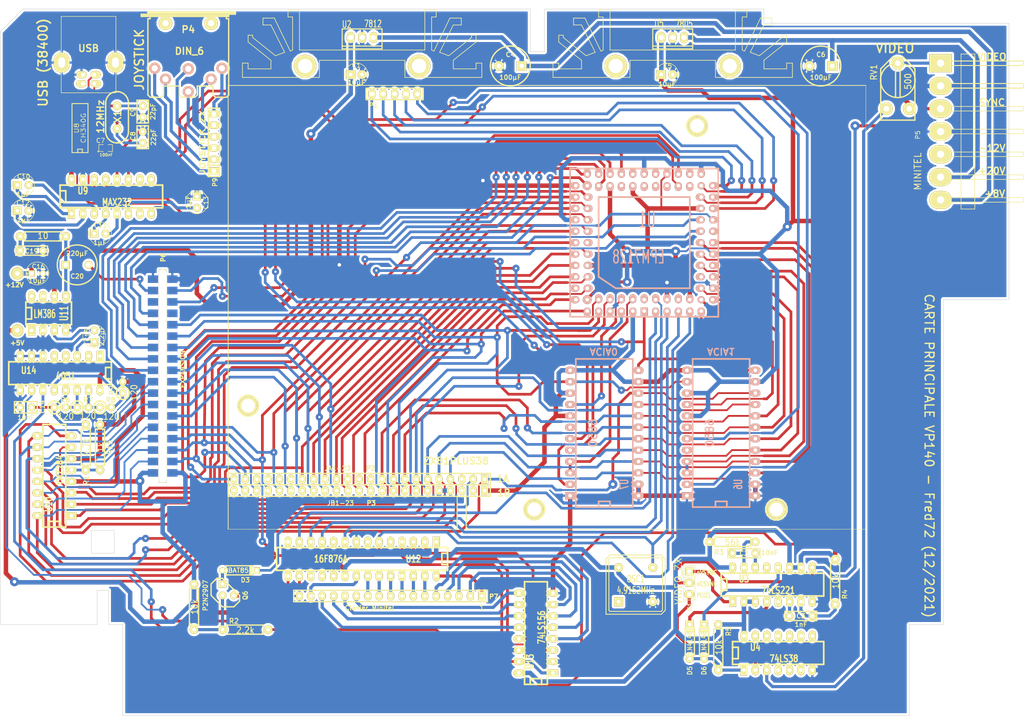
<source format=kicad_pcb>
(kicad_pcb (version 3) (host pcbnew "(2013-07-07 BZR 4022)-stable")
  (title_block (title "Carte principale VP140") (rev 1.1) (company Fred_72))
  (layers (15 Dessus.Cu signal) (0 Dessous.Cu signal))
  (net 0 "")
  (net 1 +12V)
  (net 2 /CLK)
  (net 3 /COM)
  (net 4 /Clavier/CLK_BAUD)
  (net 5 /Clavier/KB0)
  (net 6 /Clavier/KB1)
  (net 7 /Clavier/KB2)
  (net 8 /Clavier/KB3)
  (net 9 /Clavier/KB4)
  (net 10 /Clavier/KB5)
  (net 11 /Clavier/KB6)
  (net 12 /Clavier/KB7)
  (net 13 /Clavier/KB_CLK)
  (net 14 /Clavier/KB_DATA)
  (net 15 /Clavier/KB_LATCH)
  (net 16 /Clavier/VOL_A)
  (net 17 /Clavier/VOL_B)
  (net 18 /DOWN)
  (net 19 /FIRE)
  (net 20 /KBD0)
  (net 21 /KBD1)
  (net 22 /KBD2)
  (net 23 /KBD3)
  (net 24 /KBD4)
  (net 25 /LEFT)
  (net 26 /RA13)
  (net 27 /RA14)
  (net 28 /RA15)
  (net 29 /RA16)
  (net 30 /RA17)
  (net 31 /RIGHT)
  (net 32 /Serial/CLK_ACIA0)
  (net 33 /Serial/CLK_ACIA1)
  (net 34 /Serial/RX_RS232)
  (net 35 /Serial/TX_RS232)
  (net 36 /Serial/~CS_ACIA0)
  (net 37 /Serial/~CS_ACIA1)
  (net 38 /Sound/CLK_YMZ)
  (net 39 /Sound/SPK1)
  (net 40 /Sound/~A7)
  (net 41 /Sound/~CS_YMZ)
  (net 42 /UP)
  (net 43 /VIDEO)
  (net 44 /nCSYNC)
  (net 45 /nVSYNC)
  (net 46 /~CSROM)
  (net 47 /~IORQ)
  (net 48 /~M1)
  (net 49 /~MEMDIS)
  (net 50 /~MREQ)
  (net 51 /~RAMCS)
  (net 52 /~RFSH)
  (net 53 A0)
  (net 54 A1)
  (net 55 A10)
  (net 56 A11)
  (net 57 A12)
  (net 58 A13)
  (net 59 A14)
  (net 60 A15)
  (net 61 A2)
  (net 62 A3)
  (net 63 A4)
  (net 64 A5)
  (net 65 A6)
  (net 66 A7)
  (net 67 A8)
  (net 68 A9)
  (net 69 D0)
  (net 70 D1)
  (net 71 D2)
  (net 72 D3)
  (net 73 D4)
  (net 74 D5)
  (net 75 D6)
  (net 76 D7)
  (net 77 GND)
  (net 78 N-00000115)
  (net 79 N-0000012)
  (net 80 N-00000123)
  (net 81 N-00000124)
  (net 82 N-00000125)
  (net 83 N-00000126)
  (net 84 N-00000128)
  (net 85 N-00000129)
  (net 86 N-00000130)
  (net 87 N-00000132)
  (net 88 N-00000133)
  (net 89 N-00000134)
  (net 90 N-00000135)
  (net 91 N-00000145)
  (net 92 N-00000146)
  (net 93 N-00000149)
  (net 94 N-00000150)
  (net 95 N-00000151)
  (net 96 N-00000152)
  (net 97 N-00000153)
  (net 98 N-00000154)
  (net 99 N-00000157)
  (net 100 N-00000159)
  (net 101 N-00000160)
  (net 102 N-00000161)
  (net 103 N-00000168)
  (net 104 N-00000170)
  (net 105 N-00000173)
  (net 106 N-00000176)
  (net 107 N-00000177)
  (net 108 N-00000178)
  (net 109 N-00000179)
  (net 110 N-00000184)
  (net 111 N-00000185)
  (net 112 N-00000186)
  (net 113 N-00000187)
  (net 114 N-00000188)
  (net 115 N-0000032)
  (net 116 N-0000033)
  (net 117 N-0000034)
  (net 118 N-0000035)
  (net 119 N-0000037)
  (net 120 N-0000038)
  (net 121 N-0000058)
  (net 122 N-0000060)
  (net 123 N-0000065)
  (net 124 N-0000090)
  (net 125 N-0000097)
  (net 126 VCC)
  (net 127 ~RD)
  (net 128 ~RESET)
  (net 129 ~WR)
  (module PIN_ARRAY_7x1_5.08 (layer Dessus.Cu) (at 233.045 47.752 270)
    (fp_text reference P5)
    (fp_text value MINITEL)
    (pad 1 thru_hole rect (at -15.24 0 270) (size 4 5) (drill 1.62) (layers *.Cu *.Mask Dessus.SilkS) (net 124 N-0000090))
    (pad 2 thru_hole oval (at -10.16 0 270) (size 4 5) (drill 1.62) (layers *.Cu *.Mask Dessus.SilkS) (net 77 GND))
    (pad 3 thru_hole oval (at -5.08 0 270) (size 4 5) (drill 1.62) (layers *.Cu *.Mask Dessus.SilkS) (net 44 /nCSYNC))
    (pad 4 thru_hole oval (at 0 0 270) (size 4 5) (drill 1.62) (layers *.Cu *.Mask Dessus.SilkS) (net 77 GND))
    (pad 5 thru_hole oval (at 5.08 0 270) (size 4 5) (drill 1.62) (layers *.Cu *.Mask Dessus.SilkS))
    (pad 6 thru_hole oval (at 10.16 0 270) (size 4 5) (drill 1.62) (layers *.Cu *.Mask Dessus.SilkS) (net 123 N-0000065))
    (pad 7 thru_hole oval (at 15.24 0 270) (size 4 5) (drill 1.62) (layers *.Cu *.Mask Dessus.SilkS) (net 79 N-0000012))
  )
  (module PIN_ARRAY_18X2_PCB (layer Dessus.Cu) (at 59.69 99.695 90)
    (fp_text reference P6)
    (fp_text value EXPANSION)
    (pad 2 connect rect (at -24.13 -2.159 90) (size 1.7 2.3) (layers Dessous.Cu Dessous.Masque) (net 126 VCC))
    (pad 3 connect rect (at -21.59 2.159 90) (size 1.7 2.3) (layers Dessous.Cu Dessous.Masque) (net 63 A4))
    (pad 4 connect rect (at -21.59 -2.159 90) (size 1.7 2.3) (layers Dessous.Cu Dessous.Masque) (net 69 D0))
    (pad 5 connect rect (at -19.05 2.159 90) (size 1.7 2.3) (layers Dessous.Cu Dessous.Masque) (net 64 A5))
    (pad 6 connect rect (at -19.05 -2.159 90) (size 1.7 2.3) (layers Dessous.Cu Dessous.Masque) (net 70 D1))
    (pad 7 connect rect (at -16.51 2.159 90) (size 1.7 2.3) (layers Dessous.Cu Dessous.Masque) (net 65 A6))
    (pad 8 connect rect (at -16.51 -2.159 90) (size 1.7 2.3) (layers Dessous.Cu Dessous.Masque) (net 71 D2))
    (pad 9 connect rect (at -13.97 2.159 90) (size 1.7 2.3) (layers Dessous.Cu Dessous.Masque) (net 66 A7))
    (pad 10 connect rect (at -13.97 -2.159 90) (size 1.7 2.3) (layers Dessous.Cu Dessous.Masque) (net 72 D3))
    (pad 11 connect rect (at -11.43 2.159 90) (size 1.7 2.3) (layers Dessous.Cu Dessous.Masque) (net 67 A8))
    (pad 12 connect rect (at -11.43 -2.159 90) (size 1.7 2.3) (layers Dessous.Cu Dessous.Masque) (net 73 D4))
    (pad 13 connect rect (at -8.89 2.159 90) (size 1.7 2.3) (layers Dessous.Cu Dessous.Masque) (net 68 A9))
    (pad 14 connect rect (at -8.89 -2.159 90) (size 1.7 2.3) (layers Dessous.Cu Dessous.Masque) (net 74 D5))
    (pad 15 connect rect (at -6.35 2.159 90) (size 1.7 2.3) (layers Dessous.Cu Dessous.Masque) (net 55 A10))
    (pad 16 connect rect (at -6.35 -2.159 90) (size 1.7 2.3) (layers Dessous.Cu Dessous.Masque) (net 75 D6))
    (pad 17 connect rect (at -3.81 2.159 90) (size 1.7 2.3) (layers Dessous.Cu Dessous.Masque) (net 56 A11))
    (pad 18 connect rect (at -3.81 -2.159 90) (size 1.7 2.3) (layers Dessous.Cu Dessous.Masque) (net 76 D7))
    (pad 19 connect rect (at -1.27 2.159 90) (size 1.7 2.3) (layers Dessous.Cu Dessous.Masque) (net 57 A12))
    (pad 20 connect rect (at -1.27 -2.159 90) (size 1.7 2.3) (layers Dessous.Cu Dessous.Masque) (net 30 /RA17))
    (pad 21 connect rect (at 1.27 2.159 90) (size 1.7 2.3) (layers Dessous.Cu Dessous.Masque) (net 62 A3))
    (pad 22 connect rect (at 1.27 -2.159 90) (size 1.7 2.3) (layers Dessous.Cu Dessous.Masque) (net 29 /RA16))
    (pad 23 connect rect (at 3.81 2.159 90) (size 1.7 2.3) (layers Dessous.Cu Dessous.Masque) (net 61 A2))
    (pad 24 connect rect (at 3.81 -2.159 90) (size 1.7 2.3) (layers Dessous.Cu Dessous.Masque) (net 28 /RA15))
    (pad 25 connect rect (at 6.35 2.159 90) (size 1.7 2.3) (layers Dessous.Cu Dessous.Masque) (net 54 A1))
    (pad 26 connect rect (at 6.35 -2.159 90) (size 1.7 2.3) (layers Dessous.Cu Dessous.Masque) (net 27 /RA14))
    (pad 27 connect rect (at 8.89 2.159 90) (size 1.7 2.3) (layers Dessous.Cu Dessous.Masque) (net 53 A0))
    (pad 28 connect rect (at 8.89 -2.159 90) (size 1.7 2.3) (layers Dessous.Cu Dessous.Masque) (net 26 /RA13))
    (pad 29 connect rect (at 11.43 2.159 90) (size 1.7 2.3) (layers Dessous.Cu Dessous.Masque))
    (pad 30 connect rect (at 11.43 -2.159 90) (size 1.7 2.3) (layers Dessous.Cu Dessous.Masque) (net 46 /~CSROM))
    (pad 31 connect rect (at 13.97 2.159 90) (size 1.7 2.3) (layers Dessous.Cu Dessous.Masque) (net 35 /Serial/TX_RS232))
    (pad 32 connect rect (at 13.97 -2.159 90) (size 1.7 2.3) (layers Dessous.Cu Dessous.Masque))
    (pad 33 connect rect (at 16.51 2.159 90) (size 1.7 2.3) (layers Dessous.Cu Dessous.Masque) (net 34 /Serial/RX_RS232))
    (pad 34 connect rect (at 16.51 -2.159 90) (size 1.7 2.3) (layers Dessous.Cu Dessous.Masque) (net 39 /Sound/SPK1))
    (pad 35 connect rect (at 19.05 2.159 90) (size 1.7 2.3) (layers Dessous.Cu Dessous.Masque) (net 77 GND))
    (pad 36 connect rect (at 19.05 -2.159 90) (size 1.7 2.3) (layers Dessous.Cu Dessous.Masque) (net 77 GND))
    (pad 1 connect rect (at -24.13 2.159 90) (size 1.7 2.3) (layers Dessous.Cu Dessous.Masque) (net 126 VCC))
    (pad "" np_thru_hole rect (at -2.54 0 90) (size 47.5 1.65) (drill oval 47.5 1.63) (layers *.Cu *.Mask Dessus.SilkS))
  )
  (module OSC_DIP8 (layer Dessus.Cu) (at 165.1 148.717)
    (fp_text reference OSC1)
    (fp_text value 4.9152MHz)
    (pad 1 thru_hole rect (at -3.81 3.81) (size 2 2) (drill 0.8128) (layers *.Cu *.Mask Dessus.SilkS))
    (pad 8 thru_hole circle (at -3.81 -3.81) (size 2 2) (drill 0.8128) (layers *.Cu *.Mask Dessus.SilkS) (net 126 VCC))
    (pad 5 thru_hole circle (at 3.81 -3.81) (size 2 2) (drill 0.8128) (layers *.Cu *.Mask Dessus.SilkS) (net 4 /Clavier/CLK_BAUD))
    (pad 4 thru_hole circle (at 3.81 3.81) (size 2 2) (drill 0.8128) (layers *.Cu *.Mask Dessus.SilkS) (net 77 GND))
  )
  (module HC-49V (layer Dessus.Cu) (at 49.53 44.577 90)
    (fp_text reference X1)
    (fp_text value 12MHz)
    (pad 1 thru_hole circle (at -2.54 0 90) (size 1.9 1.9) (drill 0.762) (layers *.Cu *.Mask Dessus.SilkS) (net 104 N-00000170))
    (pad 2 thru_hole circle (at 2.54 0 90) (size 1.9 1.9) (drill 0.762) (layers *.Cu *.Mask Dessus.SilkS) (net 101 N-00000160))
  )
  (module DIP-16__300_ELL (layer Dessus.Cu) (at 142.875 159.512 90)
    (fp_text reference U13)
    (fp_text value 74LS156)
    (pad 1 thru_hole rect (at -8.89 3.81 90) (size 1.5748 2.286) (drill 0.8128) (layers *.Cu *.Mask Dessus.SilkS) (net 80 N-00000123))
    (pad 2 thru_hole oval (at -6.35 3.81 90) (size 1.5748 2.286) (drill 0.8128) (layers *.Cu *.Mask Dessus.SilkS) (net 77 GND))
    (pad 3 thru_hole oval (at -3.81 3.81 90) (size 1.5748 2.286) (drill 0.8128) (layers *.Cu *.Mask Dessus.SilkS) (net 84 N-00000128))
    (pad 4 thru_hole oval (at -1.27 3.81 90) (size 1.5748 2.286) (drill 0.8128) (layers *.Cu *.Mask Dessus.SilkS) (net 90 N-00000135))
    (pad 5 thru_hole oval (at 1.27 3.81 90) (size 1.5748 2.286) (drill 0.8128) (layers *.Cu *.Mask Dessus.SilkS) (net 89 N-00000134))
    (pad 6 thru_hole oval (at 3.81 3.81 90) (size 1.5748 2.286) (drill 0.8128) (layers *.Cu *.Mask Dessus.SilkS) (net 83 N-00000126))
    (pad 7 thru_hole oval (at 6.35 3.81 90) (size 1.5748 2.286) (drill 0.8128) (layers *.Cu *.Mask Dessus.SilkS) (net 88 N-00000133))
    (pad 8 thru_hole oval (at 8.89 3.81 90) (size 1.5748 2.286) (drill 0.8128) (layers *.Cu *.Mask Dessus.SilkS) (net 77 GND))
    (pad 9 thru_hole oval (at 8.89 -3.81 90) (size 1.5748 2.286) (drill 0.8128) (layers *.Cu *.Mask Dessus.SilkS) (net 82 N-00000125))
    (pad 10 thru_hole oval (at 6.35 -3.81 90) (size 1.5748 2.286) (drill 0.8128) (layers *.Cu *.Mask Dessus.SilkS) (net 87 N-00000132))
    (pad 11 thru_hole oval (at 3.81 -3.81 90) (size 1.5748 2.286) (drill 0.8128) (layers *.Cu *.Mask Dessus.SilkS) (net 81 N-00000124))
    (pad 12 thru_hole oval (at 1.27 -3.81 90) (size 1.5748 2.286) (drill 0.8128) (layers *.Cu *.Mask Dessus.SilkS) (net 86 N-00000130))
    (pad 13 thru_hole oval (at -1.27 -3.81 90) (size 1.5748 2.286) (drill 0.8128) (layers *.Cu *.Mask Dessus.SilkS) (net 85 N-00000129))
    (pad 14 thru_hole oval (at -3.81 -3.81 90) (size 1.5748 2.286) (drill 0.8128) (layers *.Cu *.Mask Dessus.SilkS) (net 77 GND))
    (pad 15 thru_hole oval (at -6.35 -3.81 90) (size 1.5748 2.286) (drill 0.8128) (layers *.Cu *.Mask Dessus.SilkS) (net 80 N-00000123))
    (pad 16 thru_hole oval (at -8.89 -3.81 90) (size 1.5748 2.286) (drill 0.8128) (layers *.Cu *.Mask Dessus.SilkS) (net 126 VCC))
  )
  (module DISS_TO220_4 (layer Dessus.Cu) (at 173.355 33.147 180)
    (fp_text reference DISS_TO220_4 hide)
    (fp_text value VAL** hide)
    (pad "" np_thru_hole circle (at -12.7 0 180) (size 5 5) (drill 3.2) (layers *.Cu *.Mask Dessus.SilkS))
    (pad "" np_thru_hole circle (at 12.7 0 180) (size 5 5) (drill 3.2) (layers *.Cu *.Mask Dessus.SilkS))
  )
  (module USB_B (layer Dessus.Cu) (at 43.18 32.385 180)
    (fp_text reference J1 hide)
    (fp_text value USB)
    (pad 1 thru_hole oval (at 1.27 -4.699 180) (size 2.3 1.6) (drill 0.8128 (offset 0.35 0)) (layers *.Cu *.Mask Dessus.SilkS))
    (pad 2 thru_hole oval (at -1.27 -4.699 180) (size 2.3 1.6) (drill 0.8128 (offset -0.35 0)) (layers *.Cu *.Mask Dessus.SilkS) (net 102 N-00000161))
    (pad 3 thru_hole oval (at -1.27 -2.70002 180) (size 2.3 1.6) (drill 0.8128 (offset -0.3 0)) (layers *.Cu *.Mask Dessus.SilkS) (net 103 N-00000168))
    (pad 4 thru_hole oval (at 1.27 -2.70002 180) (size 2.3 1.6) (drill 0.8128 (offset 0.3 0)) (layers *.Cu *.Mask Dessus.SilkS) (net 77 GND))
    (pad 6 thru_hole oval (at 5.99948 0 180) (size 3.5 4.5) (drill oval 1.5 2.30124) (layers *.Cu *.Mask Dessus.SilkS) (net 77 GND))
    (pad 6 thru_hole oval (at -5.99948 0 180) (size 3.5 4.5) (drill oval 1.5 2.30124) (layers *.Cu *.Mask Dessus.SilkS) (net 77 GND))
  )
  (module DIP-8__300_ELL (layer Dessus.Cu) (at 34.29 88.265)
    (fp_text reference U11)
    (fp_text value LM386)
    (pad 1 thru_hole rect (at -3.81 3.81) (size 1.5748 2.286) (drill 0.8128) (layers *.Cu *.Mask Dessus.SilkS))
    (pad 2 thru_hole oval (at -1.27 3.81) (size 1.5748 2.286) (drill 0.8128) (layers *.Cu *.Mask Dessus.SilkS) (net 77 GND))
    (pad 3 thru_hole oval (at 1.27 3.81) (size 1.5748 2.286) (drill 0.8128) (layers *.Cu *.Mask Dessus.SilkS) (net 106 N-00000176))
    (pad 4 thru_hole oval (at 3.81 3.81) (size 1.5748 2.286) (drill 0.8128) (layers *.Cu *.Mask Dessus.SilkS) (net 77 GND))
    (pad 5 thru_hole oval (at 3.81 -3.81) (size 1.5748 2.286) (drill 0.8128) (layers *.Cu *.Mask Dessus.SilkS) (net 108 N-00000178))
    (pad 6 thru_hole oval (at 1.27 -3.81) (size 1.5748 2.286) (drill 0.8128) (layers *.Cu *.Mask Dessus.SilkS) (net 1 +12V))
    (pad 7 thru_hole oval (at -1.27 -3.81) (size 1.5748 2.286) (drill 0.8128) (layers *.Cu *.Mask Dessus.SilkS))
    (pad 8 thru_hole oval (at -3.81 -3.81) (size 1.5748 2.286) (drill 0.8128) (layers *.Cu *.Mask Dessus.SilkS))
  )
  (module LM78XXV (layer Dessus.Cu) (at 104.14 26.797 270)
    (fp_text reference U2)
    (fp_text value 7812)
    (pad VI thru_hole oval (at 0 -2.54 270) (size 2.5 1.778) (drill 1.143) (layers *.Cu *.Mask Dessus.SilkS) (net 79 N-0000012))
    (pad GND thru_hole oval (at 0 0 270) (size 2.5 1.778) (drill 1.143) (layers *.Cu *.Mask Dessus.SilkS) (net 77 GND))
    (pad VO thru_hole oval (at 0 2.54 270) (size 2.5 1.778) (drill 1.143) (layers *.Cu *.Mask Dessus.SilkS) (net 1 +12V))
  )
  (module DIP-16__300_ELL (layer Dessus.Cu) (at 195.58 148.717)
    (fp_text reference U3)
    (fp_text value 74LS221)
    (pad 1 thru_hole rect (at -8.89 3.81) (size 1.5748 2.286) (drill 0.8128) (layers *.Cu *.Mask Dessus.SilkS) (net 45 /nVSYNC))
    (pad 2 thru_hole oval (at -6.35 3.81) (size 1.5748 2.286) (drill 0.8128) (layers *.Cu *.Mask Dessus.SilkS) (net 126 VCC))
    (pad 3 thru_hole oval (at -3.81 3.81) (size 1.5748 2.286) (drill 0.8128) (layers *.Cu *.Mask Dessus.SilkS) (net 126 VCC))
    (pad 4 thru_hole oval (at -1.27 3.81) (size 1.5748 2.286) (drill 0.8128) (layers *.Cu *.Mask Dessus.SilkS) (net 78 N-00000115))
    (pad 5 thru_hole oval (at 1.27 3.81) (size 1.5748 2.286) (drill 0.8128) (layers *.Cu *.Mask Dessus.SilkS))
    (pad 6 thru_hole oval (at 3.81 3.81) (size 1.5748 2.286) (drill 0.8128) (layers *.Cu *.Mask Dessus.SilkS) (net 119 N-0000037))
    (pad 7 thru_hole oval (at 6.35 3.81) (size 1.5748 2.286) (drill 0.8128) (layers *.Cu *.Mask Dessus.SilkS) (net 120 N-0000038))
    (pad 8 thru_hole oval (at 8.89 3.81) (size 1.5748 2.286) (drill 0.8128) (layers *.Cu *.Mask Dessus.SilkS) (net 77 GND))
    (pad 9 thru_hole oval (at 8.89 -3.81) (size 1.5748 2.286) (drill 0.8128) (layers *.Cu *.Mask Dessus.SilkS) (net 44 /nCSYNC))
    (pad 10 thru_hole oval (at 6.35 -3.81) (size 1.5748 2.286) (drill 0.8128) (layers *.Cu *.Mask Dessus.SilkS) (net 126 VCC))
    (pad 11 thru_hole oval (at 3.81 -3.81) (size 1.5748 2.286) (drill 0.8128) (layers *.Cu *.Mask Dessus.SilkS) (net 126 VCC))
    (pad 12 thru_hole oval (at 1.27 -3.81) (size 1.5748 2.286) (drill 0.8128) (layers *.Cu *.Mask Dessus.SilkS) (net 125 N-0000097))
    (pad 13 thru_hole oval (at -1.27 -3.81) (size 1.5748 2.286) (drill 0.8128) (layers *.Cu *.Mask Dessus.SilkS))
    (pad 14 thru_hole oval (at -3.81 -3.81) (size 1.5748 2.286) (drill 0.8128) (layers *.Cu *.Mask Dessus.SilkS) (net 117 N-0000034))
    (pad 15 thru_hole oval (at -6.35 -3.81) (size 1.5748 2.286) (drill 0.8128) (layers *.Cu *.Mask Dessus.SilkS) (net 115 N-0000032))
    (pad 16 thru_hole oval (at -8.89 -3.81) (size 1.5748 2.286) (drill 0.8128) (layers *.Cu *.Mask Dessus.SilkS) (net 126 VCC))
  )
  (module PLCC84 (layer Dessous.Cu) (at 167.005 72.517 90)
    (fp_text reference U1)
    (fp_text value EPM7128)
    (pad 1 thru_hole rect (at -15.24 0 90) (size 2 1.6) (drill 0.8128 (offset -0.2 0)) (layers *.Cu *.Mask Dessous.SilkS) (net 129 ~WR))
    (pad 2 thru_hole oval (at -12.7 0 90) (size 2 1.6) (drill 0.8128 (offset 0.2 0)) (layers *.Cu *.Mask Dessous.SilkS))
    (pad 3 thru_hole oval (at -15.24 -2.54 90) (size 2 1.6) (drill 0.8128 (offset -0.2 0)) (layers *.Cu *.Mask Dessous.SilkS) (net 126 VCC))
    (pad 4 thru_hole oval (at -12.7 -2.54 90) (size 2 1.6) (drill 0.8128 (offset 0.2 0)) (layers *.Cu *.Mask Dessous.SilkS) (net 32 /Serial/CLK_ACIA0))
    (pad 5 thru_hole oval (at -15.24 -5.08 90) (size 2 1.6) (drill 0.8128 (offset -0.2 0)) (layers *.Cu *.Mask Dessous.SilkS) (net 127 ~RD))
    (pad 6 thru_hole oval (at -12.7 -5.08 90) (size 2 1.6) (drill 0.8128 (offset 0.2 0)) (layers *.Cu *.Mask Dessous.SilkS) (net 36 /Serial/~CS_ACIA0))
    (pad 7 thru_hole oval (at -15.24 -7.62 90) (size 2 1.6) (drill 0.8128 (offset -0.2 0)) (layers *.Cu *.Mask Dessous.SilkS) (net 77 GND))
    (pad 8 thru_hole oval (at -12.7 -7.62 90) (size 2 1.6) (drill 0.8128 (offset 0.2 0)) (layers *.Cu *.Mask Dessous.SilkS) (net 2 /CLK))
    (pad 9 thru_hole oval (at -15.24 -10.16 90) (size 2 1.6) (drill 0.8128 (offset -0.2 0)) (layers *.Cu *.Mask Dessous.SilkS) (net 53 A0))
    (pad 10 thru_hole oval (at -12.7 -10.16 90) (size 2 1.6) (drill 0.8128 (offset 0.2 0)) (layers *.Cu *.Mask Dessous.SilkS) (net 54 A1))
    (pad 11 thru_hole oval (at -15.24 -12.7 90) (size 2 1.6) (drill 0.8128 (offset -0.2 0)) (layers *.Cu *.Mask Dessous.SilkS) (net 61 A2))
    (pad 12 thru_hole oval (at -12.7 -15.24 90) (size 1.6 2) (drill 0.8128 (offset 0 -0.2)) (layers *.Cu *.Mask Dessous.SilkS) (net 62 A3))
    (pad 13 thru_hole circle (at -12.7 -12.7 90) (size 2 2) (drill 0.8128) (layers *.Cu *.Mask Dessous.SilkS) (net 126 VCC))
    (pad 14 thru_hole oval (at -10.16 -15.24 90) (size 1.6 2) (drill 0.8128 (offset 0 -0.2)) (layers *.Cu *.Mask Dessous.SilkS))
    (pad 15 thru_hole oval (at -10.16 -12.7 90) (size 1.6 2) (drill 0.8128 (offset 0 0.2)) (layers *.Cu *.Mask Dessous.SilkS) (net 60 A15))
    (pad 16 thru_hole oval (at -7.62 -15.24 90) (size 1.6 2) (drill 0.8128 (offset 0 -0.2)) (layers *.Cu *.Mask Dessous.SilkS) (net 58 A13))
    (pad 17 thru_hole oval (at -7.62 -12.7 90) (size 1.6 2) (drill 0.8128 (offset 0 0.2)) (layers *.Cu *.Mask Dessous.SilkS) (net 59 A14))
    (pad 18 thru_hole oval (at -5.08 -15.24 90) (size 1.6 2) (drill 0.8128 (offset 0 -0.2)) (layers *.Cu *.Mask Dessous.SilkS) (net 50 /~MREQ))
    (pad 19 thru_hole oval (at -5.08 -12.7 90) (size 1.6 2) (drill 0.8128 (offset 0 0.2)) (layers *.Cu *.Mask Dessous.SilkS) (net 77 GND))
    (pad 20 thru_hole oval (at -2.54 -15.24 90) (size 1.6 2) (drill 0.8128 (offset 0 -0.2)) (layers *.Cu *.Mask Dessous.SilkS) (net 47 /~IORQ))
    (pad 21 thru_hole oval (at -2.54 -12.7 90) (size 1.6 2) (drill 0.8128 (offset 0 0.2)) (layers *.Cu *.Mask Dessous.SilkS) (net 57 A12))
    (pad 22 thru_hole oval (at 0 -15.24 90) (size 1.6 2) (drill 0.8128 (offset 0 -0.2)) (layers *.Cu *.Mask Dessous.SilkS) (net 56 A11))
    (pad 23 thru_hole oval (at 0 -12.7 90) (size 1.6 2) (drill 0.8128 (offset 0 0.2)) (layers *.Cu *.Mask Dessous.SilkS))
    (pad 24 thru_hole oval (at 2.54 -15.24 90) (size 1.6 2) (drill 0.8128 (offset 0 -0.2)) (layers *.Cu *.Mask Dessous.SilkS) (net 55 A10))
    (pad 25 thru_hole oval (at 2.54 -12.7 90) (size 1.6 2) (drill 0.8128 (offset 0 0.2)) (layers *.Cu *.Mask Dessous.SilkS) (net 68 A9))
    (pad 26 thru_hole oval (at 5.08 -15.24 90) (size 1.6 2) (drill 0.8128 (offset 0 -0.2)) (layers *.Cu *.Mask Dessous.SilkS) (net 126 VCC))
    (pad 27 thru_hole oval (at 5.08 -12.7 90) (size 1.6 2) (drill 0.8128 (offset 0 0.2)) (layers *.Cu *.Mask Dessous.SilkS) (net 67 A8))
    (pad 28 thru_hole oval (at 7.62 -15.24 90) (size 1.6 2) (drill 0.8128 (offset 0 -0.2)) (layers *.Cu *.Mask Dessous.SilkS) (net 66 A7))
    (pad 29 thru_hole oval (at 7.62 -12.7 90) (size 1.6 2) (drill 0.8128 (offset 0 0.2)) (layers *.Cu *.Mask Dessous.SilkS) (net 65 A6))
    (pad 30 thru_hole oval (at 10.16 -15.24 90) (size 1.6 2) (drill 0.8128 (offset 0 -0.2)) (layers *.Cu *.Mask Dessous.SilkS) (net 64 A5))
    (pad 31 thru_hole oval (at 10.16 -12.7 90) (size 1.6 2) (drill 0.8128 (offset 0 0.2)) (layers *.Cu *.Mask Dessous.SilkS) (net 63 A4))
    (pad 32 thru_hole oval (at 12.7 -15.24 90) (size 1.6 2) (drill 0.8128 (offset 0 -0.2)) (layers *.Cu *.Mask Dessous.SilkS) (net 77 GND))
    (pad 33 thru_hole oval (at 15.24 -12.7 90) (size 2 1.6) (drill 0.8128 (offset 0.2 0)) (layers *.Cu *.Mask Dessous.SilkS) (net 26 /RA13))
    (pad 34 thru_hole circle (at 12.7 -12.7 90) (size 2 2) (drill 0.8128) (layers *.Cu *.Mask Dessous.SilkS) (net 46 /~CSROM))
    (pad 35 thru_hole oval (at 15.24 -10.16 90) (size 2 1.6) (drill 0.8128 (offset 0.2 0)) (layers *.Cu *.Mask Dessous.SilkS) (net 27 /RA14))
    (pad 36 thru_hole oval (at 12.7 -10.16 90) (size 2 1.6) (drill 0.8128 (offset -0.2 0)) (layers *.Cu *.Mask Dessous.SilkS) (net 28 /RA15))
    (pad 37 thru_hole oval (at 15.24 -7.62 90) (size 2 1.6) (drill 0.8128 (offset 0.2 0)) (layers *.Cu *.Mask Dessous.SilkS) (net 29 /RA16))
    (pad 38 thru_hole oval (at 12.7 -7.62 90) (size 2 1.6) (drill 0.8128 (offset -0.2 0)) (layers *.Cu *.Mask Dessous.SilkS) (net 126 VCC))
    (pad 39 thru_hole oval (at 15.24 -5.08 90) (size 2 1.6) (drill 0.8128 (offset 0.2 0)) (layers *.Cu *.Mask Dessous.SilkS) (net 30 /RA17))
    (pad 40 thru_hole oval (at 12.7 -5.08 90) (size 2 1.6) (drill 0.8128 (offset -0.2 0)) (layers *.Cu *.Mask Dessous.SilkS))
    (pad 41 thru_hole oval (at 15.24 -2.54 90) (size 2 1.6) (drill 0.8128 (offset 0.2 0)) (layers *.Cu *.Mask Dessous.SilkS))
    (pad 42 thru_hole oval (at 12.7 -2.54 90) (size 2 1.6) (drill 0.8128 (offset -0.2 0)) (layers *.Cu *.Mask Dessous.SilkS) (net 77 GND))
    (pad 43 thru_hole oval (at 15.24 0 90) (size 2 1.6) (drill 0.8128 (offset 0.2 0)) (layers *.Cu *.Mask Dessous.SilkS) (net 126 VCC))
    (pad 44 thru_hole oval (at 12.7 0 90) (size 2 1.6) (drill 0.8128 (offset -0.2 0)) (layers *.Cu *.Mask Dessous.SilkS))
    (pad 45 thru_hole oval (at 15.24 2.54 90) (size 2 1.6) (drill 0.8128 (offset 0.2 0)) (layers *.Cu *.Mask Dessous.SilkS))
    (pad 46 thru_hole oval (at 12.7 2.54 90) (size 2 1.6) (drill 0.8128 (offset -0.2 0)) (layers *.Cu *.Mask Dessous.SilkS))
    (pad 47 thru_hole oval (at 15.24 5.08 90) (size 2 1.6) (drill 0.8128 (offset 0.2 0)) (layers *.Cu *.Mask Dessous.SilkS) (net 77 GND))
    (pad 48 thru_hole oval (at 12.7 5.08 90) (size 2 1.6) (drill 0.8128 (offset -0.2 0)) (layers *.Cu *.Mask Dessous.SilkS))
    (pad 49 thru_hole oval (at 15.24 7.62 90) (size 2 1.6) (drill 0.8128 (offset 0.2 0)) (layers *.Cu *.Mask Dessous.SilkS) (net 48 /~M1))
    (pad 50 thru_hole oval (at 12.7 7.62 90) (size 2 1.6) (drill 0.8128 (offset -0.2 0)) (layers *.Cu *.Mask Dessous.SilkS) (net 52 /~RFSH))
    (pad 51 thru_hole oval (at 15.24 10.16 90) (size 2 1.6) (drill 0.8128 (offset 0.2 0)) (layers *.Cu *.Mask Dessous.SilkS))
    (pad 52 thru_hole oval (at 12.7 10.16 90) (size 2 1.6) (drill 0.8128 (offset -0.2 0)) (layers *.Cu *.Mask Dessous.SilkS))
    (pad 53 thru_hole oval (at 15.24 12.7 90) (size 2 1.6) (drill 0.8128 (offset 0.2 0)) (layers *.Cu *.Mask Dessous.SilkS) (net 126 VCC))
    (pad 54 thru_hole oval (at 12.7 15.24 90) (size 1.6 2) (drill 0.8128 (offset 0 0.2)) (layers *.Cu *.Mask Dessous.SilkS) (net 24 /KBD4))
    (pad 55 thru_hole circle (at 12.7 12.7 90) (size 1.6 1.6) (drill 0.8128) (layers *.Cu *.Mask Dessous.SilkS) (net 23 /KBD3))
    (pad 56 thru_hole oval (at 10.16 15.24 90) (size 1.6 2) (drill 0.8128 (offset 0 0.2)) (layers *.Cu *.Mask Dessous.SilkS) (net 22 /KBD2))
    (pad 57 thru_hole oval (at 10.16 12.7 90) (size 1.6 2) (drill 0.8128 (offset 0 -0.2)) (layers *.Cu *.Mask Dessous.SilkS) (net 21 /KBD1))
    (pad 58 thru_hole oval (at 7.62 15.24 90) (size 1.6 2) (drill 0.8128 (offset 0 0.2)) (layers *.Cu *.Mask Dessous.SilkS) (net 20 /KBD0))
    (pad 59 thru_hole oval (at 7.62 12.7 90) (size 1.6 2) (drill 0.8128 (offset 0 -0.2)) (layers *.Cu *.Mask Dessous.SilkS) (net 77 GND))
    (pad 60 thru_hole oval (at 5.08 15.24 90) (size 1.6 2) (drill 0.8128 (offset 0 0.2)) (layers *.Cu *.Mask Dessous.SilkS) (net 41 /Sound/~CS_YMZ))
    (pad 61 thru_hole oval (at 5.08 12.7 90) (size 1.6 2) (drill 0.8128 (offset 0 -0.2)) (layers *.Cu *.Mask Dessous.SilkS) (net 38 /Sound/CLK_YMZ))
    (pad 62 thru_hole oval (at 2.54 15.24 90) (size 1.6 2) (drill 0.8128 (offset 0 0.2)) (layers *.Cu *.Mask Dessous.SilkS))
    (pad 63 thru_hole oval (at 2.54 12.7 90) (size 1.6 2) (drill 0.8128 (offset 0 -0.2)) (layers *.Cu *.Mask Dessous.SilkS) (net 40 /Sound/~A7))
    (pad 64 thru_hole oval (at 0 15.24 90) (size 1.6 2) (drill 0.8128 (offset 0 0.2)) (layers *.Cu *.Mask Dessous.SilkS) (net 49 /~MEMDIS))
    (pad 65 thru_hole oval (at 0 12.7 90) (size 1.6 2) (drill 0.8128 (offset 0 -0.2)) (layers *.Cu *.Mask Dessous.SilkS) (net 69 D0))
    (pad 66 thru_hole oval (at -2.54 15.24 90) (size 1.6 2) (drill 0.8128 (offset 0 0.2)) (layers *.Cu *.Mask Dessous.SilkS) (net 126 VCC))
    (pad 67 thru_hole oval (at -2.54 12.7 90) (size 1.6 2) (drill 0.8128 (offset 0 -0.2)) (layers *.Cu *.Mask Dessous.SilkS) (net 70 D1))
    (pad 68 thru_hole oval (at -5.08 15.24 90) (size 1.6 2) (drill 0.8128 (offset 0 0.2)) (layers *.Cu *.Mask Dessous.SilkS))
    (pad 69 thru_hole oval (at -5.08 12.7 90) (size 1.6 2) (drill 0.8128 (offset 0 -0.2)) (layers *.Cu *.Mask Dessous.SilkS) (net 33 /Serial/CLK_ACIA1))
    (pad 70 thru_hole oval (at -7.62 15.24 90) (size 1.6 2) (drill 0.8128 (offset 0 0.2)) (layers *.Cu *.Mask Dessous.SilkS) (net 71 D2))
    (pad 71 thru_hole oval (at -7.62 12.7 90) (size 1.6 2) (drill 0.8128 (offset 0 -0.2)) (layers *.Cu *.Mask Dessous.SilkS))
    (pad 72 thru_hole oval (at -10.16 15.24 90) (size 1.6 2) (drill 0.8128 (offset 0 0.2)) (layers *.Cu *.Mask Dessous.SilkS) (net 77 GND))
    (pad 73 thru_hole oval (at -10.16 12.7 90) (size 1.6 2) (drill 0.8128 (offset 0 -0.2)) (layers *.Cu *.Mask Dessous.SilkS) (net 72 D3))
    (pad 74 thru_hole oval (at -12.7 15.24 90) (size 1.6 2) (drill 0.8128 (offset 0 0.2)) (layers *.Cu *.Mask Dessous.SilkS) (net 73 D4))
    (pad 75 thru_hole oval (at -15.24 12.7 90) (size 2 1.6) (drill 0.8128 (offset -0.2 0)) (layers *.Cu *.Mask Dessous.SilkS) (net 37 /Serial/~CS_ACIA1))
    (pad 76 thru_hole circle (at -12.7 12.7 90) (size 1.6 1.6) (drill 0.8128) (layers *.Cu *.Mask Dessous.SilkS) (net 74 D5))
    (pad 77 thru_hole oval (at -15.24 10.16 90) (size 2 1.6) (drill 0.8128 (offset -0.2 0)) (layers *.Cu *.Mask Dessous.SilkS) (net 128 ~RESET))
    (pad 78 thru_hole oval (at -12.7 10.16 90) (size 2 1.6) (drill 0.8128 (offset 0.2 0)) (layers *.Cu *.Mask Dessous.SilkS) (net 126 VCC))
    (pad 79 thru_hole oval (at -15.24 7.62 90) (size 2 1.6) (drill 0.8128 (offset -0.2 0)) (layers *.Cu *.Mask Dessous.SilkS) (net 4 /Clavier/CLK_BAUD))
    (pad 80 thru_hole oval (at -12.7 7.62 90) (size 2 1.6) (drill 0.8128 (offset 0.2 0)) (layers *.Cu *.Mask Dessous.SilkS))
    (pad 81 thru_hole oval (at -15.24 5.08 90) (size 2 1.6) (drill 0.8128 (offset -0.2 0)) (layers *.Cu *.Mask Dessous.SilkS) (net 15 /Clavier/KB_LATCH))
    (pad 82 thru_hole oval (at -12.7 5.08 90) (size 2 1.6) (drill 0.8128 (offset 0.2 0)) (layers *.Cu *.Mask Dessous.SilkS) (net 77 GND))
    (pad 83 thru_hole oval (at -15.24 2.54 90) (size 2 1.6) (drill 0.8128 (offset -0.2 0)) (layers *.Cu *.Mask Dessous.SilkS) (net 13 /Clavier/KB_CLK))
    (pad 84 thru_hole oval (at -12.7 2.54 90) (size 2 1.6) (drill 0.8128 (offset 0.2 0)) (layers *.Cu *.Mask Dessous.SilkS) (net 14 /Clavier/KB_DATA))
  )
  (module DIP-24__600_ELL (layer Dessous.Cu) (at 158.115 114.935 90)
    (fp_text reference U7)
    (fp_text value 6850)
    (pad 1 thru_hole rect (at -13.97 -7.62 90) (size 1.5748 2.286) (drill 0.8128) (layers *.Cu *.Mask Dessous.SilkS) (net 77 GND))
    (pad 2 thru_hole oval (at -11.43 -7.62 90) (size 1.5748 2.286) (drill 0.8128) (layers *.Cu *.Mask Dessous.SilkS) (net 105 N-00000173))
    (pad 3 thru_hole oval (at -8.89 -7.62 90) (size 1.5748 2.286) (drill 0.8128) (layers *.Cu *.Mask Dessous.SilkS) (net 32 /Serial/CLK_ACIA0))
    (pad 4 thru_hole oval (at -6.35 -7.62 90) (size 1.5748 2.286) (drill 0.8128) (layers *.Cu *.Mask Dessous.SilkS) (net 32 /Serial/CLK_ACIA0))
    (pad 5 thru_hole oval (at -3.81 -7.62 90) (size 1.5748 2.286) (drill 0.8128) (layers *.Cu *.Mask Dessous.SilkS))
    (pad 6 thru_hole oval (at -1.27 -7.62 90) (size 1.5748 2.286) (drill 0.8128) (layers *.Cu *.Mask Dessous.SilkS) (net 97 N-00000153))
    (pad 7 thru_hole oval (at 1.27 -7.62 90) (size 1.5748 2.286) (drill 0.8128) (layers *.Cu *.Mask Dessous.SilkS))
    (pad 8 thru_hole oval (at 3.81 -7.62 90) (size 1.5748 2.286) (drill 0.8128) (layers *.Cu *.Mask Dessous.SilkS) (net 126 VCC))
    (pad 9 thru_hole oval (at 6.35 -7.62 90) (size 1.5748 2.286) (drill 0.8128) (layers *.Cu *.Mask Dessous.SilkS) (net 36 /Serial/~CS_ACIA0))
    (pad 10 thru_hole oval (at 8.89 -7.62 90) (size 1.5748 2.286) (drill 0.8128) (layers *.Cu *.Mask Dessous.SilkS) (net 126 VCC))
    (pad 11 thru_hole oval (at 11.43 -7.62 90) (size 1.5748 2.286) (drill 0.8128) (layers *.Cu *.Mask Dessous.SilkS) (net 54 A1))
    (pad 12 thru_hole oval (at 13.97 -7.62 90) (size 1.5748 2.286) (drill 0.8128) (layers *.Cu *.Mask Dessous.SilkS) (net 126 VCC))
    (pad 13 thru_hole oval (at 13.97 7.62 90) (size 1.5748 2.286) (drill 0.8128) (layers *.Cu *.Mask Dessous.SilkS) (net 129 ~WR))
    (pad 14 thru_hole oval (at 11.43 7.62 90) (size 1.5748 2.286) (drill 0.8128) (layers *.Cu *.Mask Dessous.SilkS) (net 126 VCC))
    (pad 15 thru_hole oval (at 8.89 7.62 90) (size 1.5748 2.286) (drill 0.8128) (layers *.Cu *.Mask Dessous.SilkS) (net 76 D7))
    (pad 16 thru_hole oval (at 6.35 7.62 90) (size 1.5748 2.286) (drill 0.8128) (layers *.Cu *.Mask Dessous.SilkS) (net 75 D6))
    (pad 17 thru_hole oval (at 3.81 7.62 90) (size 1.5748 2.286) (drill 0.8128) (layers *.Cu *.Mask Dessous.SilkS) (net 74 D5))
    (pad 18 thru_hole oval (at 1.27 7.62 90) (size 1.5748 2.286) (drill 0.8128) (layers *.Cu *.Mask Dessous.SilkS) (net 73 D4))
    (pad 19 thru_hole oval (at -1.27 7.62 90) (size 1.5748 2.286) (drill 0.8128) (layers *.Cu *.Mask Dessous.SilkS) (net 72 D3))
    (pad 20 thru_hole oval (at -3.81 7.62 90) (size 1.5748 2.286) (drill 0.8128) (layers *.Cu *.Mask Dessous.SilkS) (net 71 D2))
    (pad 21 thru_hole oval (at -6.35 7.62 90) (size 1.5748 2.286) (drill 0.8128) (layers *.Cu *.Mask Dessous.SilkS) (net 70 D1))
    (pad 22 thru_hole oval (at -8.89 7.62 90) (size 1.5748 2.286) (drill 0.8128) (layers *.Cu *.Mask Dessous.SilkS) (net 69 D0))
    (pad 23 thru_hole oval (at -11.43 7.62 90) (size 1.5748 2.286) (drill 0.8128) (layers *.Cu *.Mask Dessous.SilkS) (net 77 GND))
    (pad 24 thru_hole oval (at -13.97 7.62 90) (size 1.5748 2.286) (drill 0.8128) (layers *.Cu *.Mask Dessous.SilkS) (net 77 GND))
  )
  (module DIP-16__300_ELL (layer Dessus.Cu) (at 35.56 124.46 90)
    (fp_text reference U10)
    (fp_text value YMZ284)
    (pad 1 thru_hole rect (at -8.89 3.81 90) (size 1.5748 2.286) (drill 0.8128) (layers *.Cu *.Mask Dessus.SilkS) (net 129 ~WR))
    (pad 2 thru_hole oval (at -6.35 3.81 90) (size 1.5748 2.286) (drill 0.8128) (layers *.Cu *.Mask Dessus.SilkS) (net 41 /Sound/~CS_YMZ))
    (pad 3 thru_hole oval (at -3.81 3.81 90) (size 1.5748 2.286) (drill 0.8128) (layers *.Cu *.Mask Dessus.SilkS) (net 40 /Sound/~A7))
    (pad 4 thru_hole oval (at -1.27 3.81 90) (size 1.5748 2.286) (drill 0.8128) (layers *.Cu *.Mask Dessus.SilkS) (net 126 VCC))
    (pad 5 thru_hole oval (at 1.27 3.81 90) (size 1.5748 2.286) (drill 0.8128) (layers *.Cu *.Mask Dessus.SilkS) (net 109 N-00000179))
    (pad 6 thru_hole oval (at 3.81 3.81 90) (size 1.5748 2.286) (drill 0.8128) (layers *.Cu *.Mask Dessus.SilkS) (net 77 GND))
    (pad 7 thru_hole oval (at 6.35 3.81 90) (size 1.5748 2.286) (drill 0.8128) (layers *.Cu *.Mask Dessus.SilkS) (net 38 /Sound/CLK_YMZ))
    (pad 8 thru_hole oval (at 8.89 3.81 90) (size 1.5748 2.286) (drill 0.8128) (layers *.Cu *.Mask Dessus.SilkS) (net 128 ~RESET))
    (pad 9 thru_hole oval (at 8.89 -3.81 90) (size 1.5748 2.286) (drill 0.8128) (layers *.Cu *.Mask Dessus.SilkS) (net 76 D7))
    (pad 10 thru_hole oval (at 6.35 -3.81 90) (size 1.5748 2.286) (drill 0.8128) (layers *.Cu *.Mask Dessus.SilkS) (net 75 D6))
    (pad 11 thru_hole oval (at 3.81 -3.81 90) (size 1.5748 2.286) (drill 0.8128) (layers *.Cu *.Mask Dessus.SilkS) (net 74 D5))
    (pad 12 thru_hole oval (at 1.27 -3.81 90) (size 1.5748 2.286) (drill 0.8128) (layers *.Cu *.Mask Dessus.SilkS) (net 73 D4))
    (pad 13 thru_hole oval (at -1.27 -3.81 90) (size 1.5748 2.286) (drill 0.8128) (layers *.Cu *.Mask Dessus.SilkS) (net 72 D3))
    (pad 14 thru_hole oval (at -3.81 -3.81 90) (size 1.5748 2.286) (drill 0.8128) (layers *.Cu *.Mask Dessus.SilkS) (net 71 D2))
    (pad 15 thru_hole oval (at -6.35 -3.81 90) (size 1.5748 2.286) (drill 0.8128) (layers *.Cu *.Mask Dessus.SilkS) (net 70 D1))
    (pad 16 thru_hole oval (at -8.89 -3.81 90) (size 1.5748 2.286) (drill 0.8128) (layers *.Cu *.Mask Dessus.SilkS) (net 69 D0))
  )
  (module DIP-14__300_ELL (layer Dessus.Cu) (at 196.85 163.957)
    (fp_text reference U4)
    (fp_text value 74LS38)
    (pad 1 thru_hole rect (at -7.62 3.81) (size 1.5748 2.286) (drill 0.8128) (layers *.Cu *.Mask Dessus.SilkS) (net 121 N-0000058))
    (pad 2 thru_hole oval (at -5.08 3.81) (size 1.5748 2.286) (drill 0.8128) (layers *.Cu *.Mask Dessus.SilkS) (net 43 /VIDEO))
    (pad 3 thru_hole oval (at -2.54 3.81) (size 1.5748 2.286) (drill 0.8128) (layers *.Cu *.Mask Dessus.SilkS) (net 116 N-0000033))
    (pad 4 thru_hole oval (at 0 3.81) (size 1.5748 2.286) (drill 0.8128) (layers *.Cu *.Mask Dessus.SilkS))
    (pad 5 thru_hole oval (at 2.54 3.81) (size 1.5748 2.286) (drill 0.8128) (layers *.Cu *.Mask Dessus.SilkS))
    (pad 6 thru_hole oval (at 5.08 3.81) (size 1.5748 2.286) (drill 0.8128) (layers *.Cu *.Mask Dessus.SilkS))
    (pad 7 thru_hole oval (at 7.62 3.81) (size 1.5748 2.286) (drill 0.8128) (layers *.Cu *.Mask Dessus.SilkS) (net 77 GND))
    (pad 8 thru_hole oval (at 7.62 -3.81) (size 1.5748 2.286) (drill 0.8128) (layers *.Cu *.Mask Dessus.SilkS))
    (pad 9 thru_hole oval (at 5.08 -3.81) (size 1.5748 2.286) (drill 0.8128) (layers *.Cu *.Mask Dessus.SilkS))
    (pad 10 thru_hole oval (at 2.54 -3.81) (size 1.5748 2.286) (drill 0.8128) (layers *.Cu *.Mask Dessus.SilkS))
    (pad 11 thru_hole oval (at 0 -3.81) (size 1.5748 2.286) (drill 0.8128) (layers *.Cu *.Mask Dessus.SilkS))
    (pad 12 thru_hole oval (at -2.54 -3.81) (size 1.5748 2.286) (drill 0.8128) (layers *.Cu *.Mask Dessus.SilkS))
    (pad 13 thru_hole oval (at -5.08 -3.81) (size 1.5748 2.286) (drill 0.8128) (layers *.Cu *.Mask Dessus.SilkS))
    (pad 14 thru_hole oval (at -7.62 -3.81) (size 1.5748 2.286) (drill 0.8128) (layers *.Cu *.Mask Dessus.SilkS) (net 126 VCC))
  )
  (module LM78XXV (layer Dessus.Cu) (at 173.355 26.797 270)
    (fp_text reference U5)
    (fp_text value 7805)
    (pad VI thru_hole oval (at 0 -2.54 270) (size 2.5 1.778) (drill 1.143) (layers *.Cu *.Mask Dessus.SilkS) (net 123 N-0000065))
    (pad GND thru_hole oval (at 0 0 270) (size 2.5 1.778) (drill 1.143) (layers *.Cu *.Mask Dessus.SilkS) (net 77 GND))
    (pad VO thru_hole oval (at 0 2.54 270) (size 2.5 1.778) (drill 1.143) (layers *.Cu *.Mask Dessus.SilkS) (net 126 VCC))
  )
  (module DIP-28__300_ELL (layer Dessus.Cu) (at 104.14 143.002 180)
    (fp_text reference U12)
    (fp_text value 16F876A)
    (pad 2 thru_hole oval (at -13.97 3.81 180) (size 1.5748 2.286) (drill 0.8128) (layers *.Cu *.Mask Dessus.SilkS) (net 85 N-00000129))
    (pad 3 thru_hole oval (at -11.43 3.81 180) (size 1.5748 2.286) (drill 0.8128) (layers *.Cu *.Mask Dessus.SilkS) (net 84 N-00000128))
    (pad 4 thru_hole oval (at -8.89 3.81 180) (size 1.5748 2.286) (drill 0.8128) (layers *.Cu *.Mask Dessus.SilkS) (net 80 N-00000123))
    (pad 5 thru_hole oval (at -6.35 3.81 180) (size 1.5748 2.286) (drill 0.8128) (layers *.Cu *.Mask Dessus.SilkS))
    (pad 6 thru_hole oval (at -3.81 3.81 180) (size 1.5748 2.286) (drill 0.8128) (layers *.Cu *.Mask Dessus.SilkS) (net 128 ~RESET))
    (pad 7 thru_hole oval (at -1.27 3.81 180) (size 1.5748 2.286) (drill 0.8128) (layers *.Cu *.Mask Dessus.SilkS))
    (pad 8 thru_hole oval (at 1.27 3.81 180) (size 1.5748 2.286) (drill 0.8128) (layers *.Cu *.Mask Dessus.SilkS) (net 77 GND))
    (pad 9 thru_hole oval (at 3.81 3.81 180) (size 1.5748 2.286) (drill 0.8128) (layers *.Cu *.Mask Dessus.SilkS) (net 4 /Clavier/CLK_BAUD))
    (pad 10 thru_hole oval (at 6.35 3.81 180) (size 1.5748 2.286) (drill 0.8128) (layers *.Cu *.Mask Dessus.SilkS))
    (pad 11 thru_hole oval (at 8.89 3.81 180) (size 1.5748 2.286) (drill 0.8128) (layers *.Cu *.Mask Dessus.SilkS) (net 15 /Clavier/KB_LATCH))
    (pad 12 thru_hole oval (at 11.43 3.81 180) (size 1.5748 2.286) (drill 0.8128) (layers *.Cu *.Mask Dessus.SilkS) (net 14 /Clavier/KB_DATA))
    (pad 13 thru_hole oval (at 13.97 3.81 180) (size 1.5748 2.286) (drill 0.8128) (layers *.Cu *.Mask Dessus.SilkS) (net 13 /Clavier/KB_CLK))
    (pad 14 thru_hole oval (at 16.51 3.81 180) (size 1.5748 2.286) (drill 0.8128) (layers *.Cu *.Mask Dessus.SilkS))
    (pad 1 thru_hole rect (at -16.51 3.81 180) (size 1.5748 2.286) (drill 0.8128) (layers *.Cu *.Mask Dessus.SilkS) (net 126 VCC))
    (pad 15 thru_hole oval (at 16.51 -3.81 180) (size 1.5748 2.286) (drill 0.8128) (layers *.Cu *.Mask Dessus.SilkS) (net 17 /Clavier/VOL_B))
    (pad 16 thru_hole oval (at 13.97 -3.81 180) (size 1.5748 2.286) (drill 0.8128) (layers *.Cu *.Mask Dessus.SilkS) (net 16 /Clavier/VOL_A))
    (pad 17 thru_hole oval (at 11.43 -3.81 180) (size 1.5748 2.286) (drill 0.8128) (layers *.Cu *.Mask Dessus.SilkS))
    (pad 18 thru_hole oval (at 8.89 -3.81 180) (size 1.5748 2.286) (drill 0.8128) (layers *.Cu *.Mask Dessus.SilkS))
    (pad 19 thru_hole oval (at 6.35 -3.81 180) (size 1.5748 2.286) (drill 0.8128) (layers *.Cu *.Mask Dessus.SilkS) (net 77 GND))
    (pad 20 thru_hole oval (at 3.81 -3.81 180) (size 1.5748 2.286) (drill 0.8128) (layers *.Cu *.Mask Dessus.SilkS) (net 126 VCC))
    (pad 21 thru_hole oval (at 1.27 -3.81 180) (size 1.5748 2.286) (drill 0.8128) (layers *.Cu *.Mask Dessus.SilkS) (net 5 /Clavier/KB0))
    (pad 22 thru_hole oval (at -1.27 -3.81 180) (size 1.5748 2.286) (drill 0.8128) (layers *.Cu *.Mask Dessus.SilkS) (net 6 /Clavier/KB1))
    (pad 23 thru_hole oval (at -3.81 -3.81 180) (size 1.5748 2.286) (drill 0.8128) (layers *.Cu *.Mask Dessus.SilkS) (net 7 /Clavier/KB2))
    (pad 24 thru_hole oval (at -6.35 -3.81 180) (size 1.5748 2.286) (drill 0.8128) (layers *.Cu *.Mask Dessus.SilkS) (net 8 /Clavier/KB3))
    (pad 25 thru_hole oval (at -8.89 -3.81 180) (size 1.5748 2.286) (drill 0.8128) (layers *.Cu *.Mask Dessus.SilkS) (net 9 /Clavier/KB4))
    (pad 26 thru_hole oval (at -11.43 -3.81 180) (size 1.5748 2.286) (drill 0.8128) (layers *.Cu *.Mask Dessus.SilkS) (net 10 /Clavier/KB5))
    (pad 27 thru_hole oval (at -13.97 -3.81 180) (size 1.5748 2.286) (drill 0.8128) (layers *.Cu *.Mask Dessus.SilkS) (net 11 /Clavier/KB6))
    (pad 28 thru_hole oval (at -16.51 -3.81 180) (size 1.5748 2.286) (drill 0.8128) (layers *.Cu *.Mask Dessus.SilkS) (net 12 /Clavier/KB7))
  )
  (module DISS_TO220_4 (layer Dessus.Cu) (at 104.14 33.147 180)
    (fp_text reference DISS_TO220_4 hide)
    (fp_text value VAL** hide)
    (pad "" np_thru_hole circle (at -12.7 0 180) (size 5 5) (drill 3.2) (layers *.Cu *.Mask Dessus.SilkS))
    (pad "" np_thru_hole circle (at 12.7 0 180) (size 5 5) (drill 3.2) (layers *.Cu *.Mask Dessus.SilkS))
  )
  (module PIN_ARRAY_5x1 (layer Dessus.Cu) (at 111.379 39.37)
    (fp_text reference P1)
    (fp_text value CONN_5 hide)
    (pad 1 thru_hole oval (at -5.08 0) (size 1.6 2.3) (drill 1.016) (layers *.Cu *.Mask Dessus.SilkS) (net 24 /KBD4))
    (pad 2 thru_hole oval (at -2.54 0) (size 1.6 2.3) (drill 1.016) (layers *.Cu *.Mask Dessus.SilkS) (net 23 /KBD3))
    (pad 3 thru_hole oval (at 0 0) (size 1.6 2.3) (drill 1.016) (layers *.Cu *.Mask Dessus.SilkS) (net 22 /KBD2))
    (pad 4 thru_hole oval (at 2.54 0) (size 1.6 2.3) (drill 1.016) (layers *.Cu *.Mask Dessus.SilkS) (net 21 /KBD1))
    (pad 5 thru_hole oval (at 5.08 0) (size 1.6 2.3) (drill 1.016) (layers *.Cu *.Mask Dessus.SilkS) (net 20 /KBD0))
  )
  (module R4 (layer Dessus.Cu) (at 209.55 148.082 270)
    (fp_text reference R4)
    (fp_text value 10k)
    (pad 1 thru_hole circle (at -5.08 0 270) (size 1.9 1.9) (drill 0.8128) (layers *.Cu *.Mask Dessus.SilkS) (net 126 VCC))
    (pad 2 thru_hole circle (at 5.08 0 270) (size 1.9 1.9) (drill 0.8128) (layers *.Cu *.Mask Dessus.SilkS) (net 120 N-0000038))
  )
  (module R4 (layer Dessus.Cu) (at 186.69 139.192)
    (fp_text reference R3)
    (fp_text value 56k)
    (pad 1 thru_hole circle (at -5.08 0) (size 1.9 1.9) (drill 0.8128) (layers *.Cu *.Mask Dessus.SilkS) (net 126 VCC))
    (pad 2 thru_hole circle (at 5.08 0) (size 1.9 1.9) (drill 0.8128) (layers *.Cu *.Mask Dessus.SilkS) (net 115 N-0000032))
  )
  (module R4 (layer Dessus.Cu) (at 183.515 162.687 90)
    (fp_text reference R5)
    (fp_text value 10k)
    (pad 1 thru_hole circle (at -5.08 0 90) (size 1.9 1.9) (drill 0.8128) (layers *.Cu *.Mask Dessus.SilkS) (net 121 N-0000058))
    (pad 2 thru_hole circle (at 5.08 0 90) (size 1.9 1.9) (drill 0.8128) (layers *.Cu *.Mask Dessus.SilkS) (net 126 VCC))
  )
  (module D3 (layer Dessus.Cu) (at 180.34 161.417 90)
    (fp_text reference D6)
    (fp_text value 1N4148)
    (pad 2 thru_hole rect (at 3.81 0 90) (size 1.8 1.8) (drill 0.8128) (layers *.Cu *.Mask Dessus.SilkS) (net 125 N-0000097))
    (pad 1 thru_hole circle (at -3.81 0 90) (size 1.8 1.8) (drill 0.8128) (layers *.Cu *.Mask Dessus.SilkS) (net 121 N-0000058))
  )
  (module D3 (layer Dessus.Cu) (at 177.165 161.417 90)
    (fp_text reference D5)
    (fp_text value 1N4148)
    (pad 2 thru_hole rect (at 3.81 0 90) (size 1.8 1.8) (drill 0.8128) (layers *.Cu *.Mask Dessus.SilkS) (net 78 N-00000115))
    (pad 1 thru_hole circle (at -3.81 0 90) (size 1.8 1.8) (drill 0.8128) (layers *.Cu *.Mask Dessus.SilkS) (net 121 N-0000058))
  )
  (module C2V8 (layer Dessus.Cu) (at 137.16 33.147 180)
    (fp_text reference C4)
    (fp_text value 100µF)
    (pad 1 thru_hole rect (at -2.54 0 180) (size 2.2 2.2) (drill 1.016) (layers *.Cu *.Mask Dessus.SilkS) (net 79 N-0000012))
    (pad 2 thru_hole circle (at 2.54 0 180) (size 2.2 2.2) (drill 1.016) (layers *.Cu *.Mask Dessus.SilkS) (net 77 GND))
  )
  (module C2V8 (layer Dessus.Cu) (at 206.375 33.147 180)
    (fp_text reference C6)
    (fp_text value 100µF)
    (pad 1 thru_hole rect (at -2.54 0 180) (size 2.2 2.2) (drill 1.016) (layers *.Cu *.Mask Dessus.SilkS) (net 123 N-0000065))
    (pad 2 thru_hole circle (at 2.54 0 180) (size 2.2 2.2) (drill 1.016) (layers *.Cu *.Mask Dessus.SilkS) (net 77 GND))
  )
  (module C2 (layer Dessus.Cu) (at 201.93 155.702 180)
    (fp_text reference C3)
    (fp_text value 1nF)
    (pad 1 thru_hole circle (at -2.54 0 180) (size 1.7 1.7) (drill 0.8128) (layers *.Cu *.Mask Dessus.SilkS) (net 120 N-0000038))
    (pad 2 thru_hole circle (at 2.54 0 180) (size 1.7 1.7) (drill 0.8128) (layers *.Cu *.Mask Dessus.SilkS) (net 119 N-0000037))
  )
  (module C2 (layer Dessus.Cu) (at 189.23 141.732)
    (fp_text reference C2)
    (fp_text value 10nF)
    (pad 1 thru_hole circle (at -2.54 0) (size 1.7 1.7) (drill 0.8128) (layers *.Cu *.Mask Dessus.SilkS) (net 115 N-0000032))
    (pad 2 thru_hole circle (at 2.54 0) (size 1.7 1.7) (drill 0.8128) (layers *.Cu *.Mask Dessus.SilkS) (net 117 N-0000034))
  )
  (module C1V5 (layer Dessus.Cu) (at 102.87 35.052)
    (fp_text reference C1)
    (fp_text value 10µF)
    (pad 1 thru_hole rect (at -1.27 0) (size 2 2) (drill 0.8128) (layers *.Cu *.Mask Dessus.SilkS) (net 1 +12V))
    (pad 2 thru_hole circle (at 1.27 0) (size 2 2) (drill 0.8128) (layers *.Cu *.Mask Dessus.SilkS) (net 77 GND))
  )
  (module C1V5 (layer Dessus.Cu) (at 172.085 35.052)
    (fp_text reference C5)
    (fp_text value 10µF)
    (pad 1 thru_hole rect (at -1.27 0) (size 2 2) (drill 0.8128) (layers *.Cu *.Mask Dessus.SilkS) (net 126 VCC))
    (pad 2 thru_hole circle (at 1.27 0) (size 2 2) (drill 0.8128) (layers *.Cu *.Mask Dessus.SilkS) (net 77 GND))
  )
  (module C1 (layer Dessus.Cu) (at 55.245 43.307 270)
    (fp_text reference C9)
    (fp_text value 22pF)
    (pad 1 thru_hole circle (at -1.27 0 270) (size 1.8 1.8) (drill 0.8128) (layers *.Cu *.Mask Dessus.SilkS) (net 101 N-00000160))
    (pad 2 thru_hole circle (at 1.27 0 270) (size 1.8 1.8) (drill 0.8128) (layers *.Cu *.Mask Dessus.SilkS) (net 77 GND))
  )
  (module C1 (layer Dessus.Cu) (at 55.245 49.022 90)
    (fp_text reference C8)
    (fp_text value 22pF)
    (pad 1 thru_hole circle (at -1.27 0 90) (size 1.8 1.8) (drill 0.8128) (layers *.Cu *.Mask Dessus.SilkS) (net 104 N-00000170))
    (pad 2 thru_hole circle (at 1.27 0 90) (size 1.8 1.8) (drill 0.8128) (layers *.Cu *.Mask Dessus.SilkS) (net 77 GND))
  )
  (module SM0805 (layer Dessus.Cu) (at 46.99 51.435)
    (fp_text reference C7)
    (fp_text value 100nF)
    (pad 1 smd rect (at -0.9525 0) (size 0.889 1.397) (layers Dessus.Cu Dessus.Pate Dessus.Masque) (net 77 GND))
    (pad 2 smd rect (at 0.9525 0) (size 0.889 1.397) (layers Dessus.Cu Dessus.Pate Dessus.Masque) (net 100 N-00000159))
  )
  (module PIN_ARRAY_23 (layer Dessus.Cu) (at 107.315 126.492 180)
    (fp_text reference P2)
    (fp_text value JB1-23)
    (pad 1 thru_hole rect (at -24.13 1.27 180) (size 1.6 2) (drill 0.8128) (layers *.Cu *.Mask Dessus.SilkS) (net 76 D7))
    (pad 6 thru_hole oval (at -11.43 1.27 180) (size 1.6 2) (drill 0.8) (layers *.Cu *.Mask Dessus.SilkS) (net 71 D2))
    (pad 7 thru_hole oval (at -8.89 1.27 180) (size 1.6 2) (drill 0.8) (layers *.Cu *.Mask Dessus.SilkS) (net 75 D6))
    (pad 8 thru_hole oval (at -6.35 1.27 180) (size 1.6 2) (drill 0.8) (layers *.Cu *.Mask Dessus.SilkS) (net 74 D5))
    (pad 9 thru_hole oval (at -3.81 1.27 180) (size 1.6 2) (drill 0.8) (layers *.Cu *.Mask Dessus.SilkS) (net 72 D3))
    (pad 10 thru_hole oval (at -1.27 1.27 180) (size 1.6 2) (drill 0.8) (layers *.Cu *.Mask Dessus.SilkS) (net 73 D4))
    (pad 11 thru_hole oval (at 1.27 1.27 180) (size 1.6 2) (drill 0.8) (layers *.Cu *.Mask Dessus.SilkS))
    (pad 12 thru_hole oval (at 3.81 1.27 180) (size 1.6 2) (drill 0.8) (layers *.Cu *.Mask Dessus.SilkS))
    (pad 13 thru_hole oval (at 6.35 1.27 180) (size 1.6 2) (drill 0.8) (layers *.Cu *.Mask Dessus.SilkS))
    (pad 14 thru_hole oval (at 8.89 1.27 180) (size 1.6 2) (drill 0.8) (layers *.Cu *.Mask Dessus.SilkS) (net 50 /~MREQ))
    (pad 15 thru_hole oval (at 11.43 1.27 180) (size 1.6 2) (drill 0.8) (layers *.Cu *.Mask Dessus.SilkS) (net 47 /~IORQ))
    (pad 16 thru_hole oval (at 13.97 1.27 180) (size 1.6 2) (drill 0.8) (layers *.Cu *.Mask Dessus.SilkS) (net 127 ~RD))
    (pad 17 thru_hole oval (at 16.51 1.27 180) (size 1.6 2) (drill 0.8) (layers *.Cu *.Mask Dessus.SilkS) (net 129 ~WR))
    (pad 18 thru_hole oval (at 19.05 1.27 180) (size 1.6 2) (drill 0.8) (layers *.Cu *.Mask Dessus.SilkS))
    (pad 19 thru_hole oval (at 21.59 1.27 180) (size 1.6 2) (drill 0.8) (layers *.Cu *.Mask Dessus.SilkS))
    (pad 2 thru_hole oval (at -21.59 1.27 180) (size 1.6 2) (drill 0.8) (layers *.Cu *.Mask Dessus.SilkS) (net 51 /~RAMCS))
    (pad 3 thru_hole oval (at -19.05 1.27 180) (size 1.6 2) (drill 0.8) (layers *.Cu *.Mask Dessus.SilkS))
    (pad 4 thru_hole oval (at -16.51 1.27 180) (size 1.6 2) (drill 0.8) (layers *.Cu *.Mask Dessus.SilkS) (net 69 D0))
    (pad 5 thru_hole oval (at -13.97 1.27 180) (size 1.6 2) (drill 0.8) (layers *.Cu *.Mask Dessus.SilkS) (net 70 D1))
    (pad 20 thru_hole oval (at 24.13 1.27 180) (size 1.6 2) (drill 0.8) (layers *.Cu *.Mask Dessus.SilkS))
    (pad 21 thru_hole oval (at 26.67 1.27 180) (size 1.6 2) (drill 0.8) (layers *.Cu *.Mask Dessus.SilkS) (net 128 ~RESET))
    (pad 22 thru_hole oval (at 29.21 1.27 180) (size 1.6 2) (drill 0.8) (layers *.Cu *.Mask Dessus.SilkS) (net 48 /~M1))
    (pad 23 thru_hole oval (at 31.75 1.27 180) (size 1.6 2) (drill 0.8) (layers *.Cu *.Mask Dessus.SilkS) (net 52 /~RFSH))
  )
  (module PIN_ARRAY_23 (layer Dessus.Cu) (at 107.315 129.032 180)
    (fp_text reference P3)
    (fp_text value JA1-23)
    (pad 1 thru_hole rect (at -24.13 1.27 180) (size 1.6 2) (drill 0.8128) (layers *.Cu *.Mask Dessus.SilkS) (net 126 VCC))
    (pad 6 thru_hole oval (at -11.43 1.27 180) (size 1.6 2) (drill 0.8) (layers *.Cu *.Mask Dessus.SilkS) (net 2 /CLK))
    (pad 7 thru_hole oval (at -8.89 1.27 180) (size 1.6 2) (drill 0.8) (layers *.Cu *.Mask Dessus.SilkS) (net 53 A0))
    (pad 8 thru_hole oval (at -6.35 1.27 180) (size 1.6 2) (drill 0.8) (layers *.Cu *.Mask Dessus.SilkS) (net 54 A1))
    (pad 9 thru_hole oval (at -3.81 1.27 180) (size 1.6 2) (drill 0.8) (layers *.Cu *.Mask Dessus.SilkS) (net 61 A2))
    (pad 10 thru_hole oval (at -1.27 1.27 180) (size 1.6 2) (drill 0.8) (layers *.Cu *.Mask Dessus.SilkS) (net 62 A3))
    (pad 11 thru_hole oval (at 1.27 1.27 180) (size 1.6 2) (drill 0.8) (layers *.Cu *.Mask Dessus.SilkS) (net 60 A15))
    (pad 12 thru_hole oval (at 3.81 1.27 180) (size 1.6 2) (drill 0.8) (layers *.Cu *.Mask Dessus.SilkS) (net 59 A14))
    (pad 13 thru_hole oval (at 6.35 1.27 180) (size 1.6 2) (drill 0.8) (layers *.Cu *.Mask Dessus.SilkS) (net 58 A13))
    (pad 14 thru_hole oval (at 8.89 1.27 180) (size 1.6 2) (drill 0.8) (layers *.Cu *.Mask Dessus.SilkS) (net 57 A12))
    (pad 15 thru_hole oval (at 11.43 1.27 180) (size 1.6 2) (drill 0.8) (layers *.Cu *.Mask Dessus.SilkS) (net 56 A11))
    (pad 16 thru_hole oval (at 13.97 1.27 180) (size 1.6 2) (drill 0.8) (layers *.Cu *.Mask Dessus.SilkS) (net 55 A10))
    (pad 17 thru_hole oval (at 16.51 1.27 180) (size 1.6 2) (drill 0.8) (layers *.Cu *.Mask Dessus.SilkS) (net 68 A9))
    (pad 18 thru_hole oval (at 19.05 1.27 180) (size 1.6 2) (drill 0.8) (layers *.Cu *.Mask Dessus.SilkS) (net 67 A8))
    (pad 19 thru_hole oval (at 21.59 1.27 180) (size 1.6 2) (drill 0.8) (layers *.Cu *.Mask Dessus.SilkS) (net 66 A7))
    (pad 2 thru_hole oval (at -21.59 1.27 180) (size 1.6 2) (drill 0.8) (layers *.Cu *.Mask Dessus.SilkS))
    (pad 3 thru_hole oval (at -19.05 1.27 180) (size 1.6 2) (drill 0.8) (layers *.Cu *.Mask Dessus.SilkS))
    (pad 4 thru_hole oval (at -16.51 1.27 180) (size 1.6 2) (drill 0.8) (layers *.Cu *.Mask Dessus.SilkS) (net 77 GND))
    (pad 5 thru_hole oval (at -13.97 1.27 180) (size 1.6 2) (drill 0.8) (layers *.Cu *.Mask Dessus.SilkS) (net 77 GND))
    (pad 20 thru_hole oval (at 24.13 1.27 180) (size 1.6 2) (drill 0.8) (layers *.Cu *.Mask Dessus.SilkS) (net 65 A6))
    (pad 21 thru_hole oval (at 26.67 1.27 180) (size 1.6 2) (drill 0.8) (layers *.Cu *.Mask Dessus.SilkS) (net 64 A5))
    (pad 22 thru_hole oval (at 29.21 1.27 180) (size 1.6 2) (drill 0.8) (layers *.Cu *.Mask Dessus.SilkS) (net 63 A4))
    (pad 23 thru_hole oval (at 31.75 1.27 180) (size 1.6 2) (drill 0.8) (layers *.Cu *.Mask Dessus.SilkS))
  )
  (module din-6br_10 (layer Dessus.Cu) (at 65.405 30.607 180)
    (fp_text reference P4)
    (fp_text value DIN_6)
    (pad 5 thru_hole circle (at -7.493 -3.048 180) (size 2.5 2.5) (drill 1.397) (layers *.Cu *.SilkS *.Mask) (net 19 /FIRE))
    (pad 2 thru_hole circle (at 5.08 -5.461 180) (size 2.5 2.5) (drill 1.397) (layers *.Cu *.SilkS *.Mask) (net 42 /UP))
    (pad 6 thru_hole circle (at 0 -3.175 180) (size 2.5 2.5) (drill 1.397) (layers *.Cu *.SilkS *.Mask) (net 18 /DOWN))
    (pad 1 thru_hole circle (at 7.493 -3.048 180) (size 2.5 2.5) (drill 1.397) (layers *.Cu *.SilkS *.Mask) (net 3 /COM))
    (pad 4 thru_hole circle (at -5.08 -5.461 180) (size 2.5 2.5) (drill 1.397) (layers *.Cu *.SilkS *.Mask) (net 25 /LEFT))
    (pad "" thru_hole circle (at 5.08 6.985 180) (size 3 3) (drill 1.397) (layers *.Cu *.Mask Dessus.SilkS))
    (pad "" thru_hole circle (at -5.08 6.985 180) (size 3 3) (drill 1.397) (layers *.Cu *.Mask Dessus.SilkS))
    (pad 3 thru_hole circle (at 0 -8.255 180) (size 2.5 2.5) (drill 1.397) (layers *.Cu *.SilkS *.Mask) (net 31 /RIGHT))
  )
  (module PIN_ARRAY-6X1 (layer Dessus.Cu) (at 71.12 50.165 90)
    (fp_text reference P9)
    (fp_text value JOYSTICK_ZX)
    (pad 1 thru_hole rect (at -6.35 0 90) (size 1.6 2.4) (drill 1.016) (layers *.Cu *.Mask Dessus.SilkS) (net 3 /COM))
    (pad 2 thru_hole oval (at -3.81 0 90) (size 1.6 2.4) (drill 1.016) (layers *.Cu *.Mask Dessus.SilkS) (net 42 /UP))
    (pad 3 thru_hole oval (at -1.27 0 90) (size 1.6 2.4) (drill 1.016) (layers *.Cu *.Mask Dessus.SilkS) (net 18 /DOWN))
    (pad 4 thru_hole oval (at 1.27 0 90) (size 1.6 2.4) (drill 1.016) (layers *.Cu *.Mask Dessus.SilkS) (net 31 /RIGHT))
    (pad 5 thru_hole oval (at 3.81 0 90) (size 1.6 2.4) (drill 1.016) (layers *.Cu *.Mask Dessus.SilkS) (net 25 /LEFT))
    (pad 6 thru_hole oval (at 6.35 0 90) (size 1.6 2.4) (drill 1.016) (layers *.Cu *.Mask Dessus.SilkS) (net 19 /FIRE))
  )
  (module PIN_ARRAY_3X1 (layer Dessus.Cu) (at 177.038 148.336 270)
    (fp_text reference K1)
    (fp_text value VIDEO_ZX)
    (pad 1 thru_hole rect (at -2.54 0 270) (size 1.8 1.8) (drill 1.016) (layers *.Cu *.Mask Dessus.SilkS) (net 45 /nVSYNC))
    (pad 2 thru_hole oval (at 0 0 270) (size 1.8 2.3) (drill 1.016) (layers *.Cu *.Mask Dessus.SilkS) (net 44 /nCSYNC))
    (pad 3 thru_hole oval (at 2.54 0 270) (size 1.8 2.3) (drill 1.016) (layers *.Cu *.Mask Dessus.SilkS) (net 43 /VIDEO))
  )
  (module TO92 (layer Dessus.Cu) (at 74.295 149.86 90)
    (fp_text reference Q6)
    (fp_text value P2N2907)
    (pad 1 thru_hole rect (at 1.27 -1.27 90) (size 1.7 1.7) (drill 0.8128) (layers *.Cu *.Mask Dessus.SilkS) (net 118 N-0000035))
    (pad 2 thru_hole circle (at -1.27 -1.27 90) (size 1.7 1.7) (drill 0.8128) (layers *.Cu *.Mask Dessus.SilkS) (net 122 N-0000060))
    (pad 3 thru_hole circle (at -1.27 1.27 90) (size 1.7 1.7) (drill 0.8128) (layers *.Cu *.Mask Dessus.SilkS) (net 126 VCC))
  )
  (module R4 (layer Dessus.Cu) (at 33.02 71.12 180)
    (fp_text reference R16 hide)
    (fp_text value 10)
    (pad 1 thru_hole circle (at -5.08 0 180) (size 1.9 1.9) (drill 0.8128) (layers *.Cu *.Mask Dessus.SilkS) (net 108 N-00000178))
    (pad 2 thru_hole circle (at 5.08 0 180) (size 1.9 1.9) (drill 0.8128) (layers *.Cu *.Mask Dessus.SilkS) (net 107 N-00000177))
  )
  (module D3 (layer Dessus.Cu) (at 76.835 145.542)
    (fp_text reference D3)
    (fp_text value BAT85)
    (pad 2 thru_hole rect (at 3.81 0) (size 1.397 1.397) (drill 0.8128) (layers *.Cu *.Mask Dessus.SilkS) (net 51 /~RAMCS))
    (pad 1 thru_hole circle (at -3.81 0) (size 1.397 1.397) (drill 0.8128) (layers *.Cu *.Mask Dessus.SilkS) (net 118 N-0000035))
  )
  (module C2V8 (layer Dessus.Cu) (at 40.64 77.47)
    (fp_text reference C20)
    (fp_text value 220µF)
    (pad 1 thru_hole rect (at -2.54 0) (size 1.778 1.778) (drill 1.016) (layers *.Cu *.Mask Dessus.SilkS) (net 108 N-00000178))
    (pad 2 thru_hole circle (at 2.54 0) (size 1.778 1.778) (drill 1.016) (layers *.Cu *.Mask Dessus.SilkS) (net 39 /Sound/SPK1))
  )
  (module C2 (layer Dessus.Cu) (at 30.48 74.295)
    (fp_text reference C19)
    (fp_text value 47nF hide)
    (pad 1 thru_hole circle (at -2.54 0) (size 1.7 1.7) (drill 0.8128) (layers *.Cu *.Mask Dessus.SilkS) (net 107 N-00000177))
    (pad 2 thru_hole circle (at 2.54 0) (size 1.7 1.7) (drill 0.8128) (layers *.Cu *.Mask Dessus.SilkS) (net 77 GND))
  )
  (module RV2X4 (layer Dessus.Cu) (at 223.52 37.592 90)
    (fp_text reference RV1)
    (fp_text value 500)
    (pad 1 thru_hole circle (at -5.08 -2.54 90) (size 2.8 2.8) (drill 1.27) (layers *.Cu *.Mask Dessus.SilkS) (net 116 N-0000033))
    (pad 2 thru_hole circle (at 5.08 0 90) (size 2.8 2.8) (drill 1.27) (layers *.Cu *.Mask Dessus.SilkS) (net 124 N-0000090))
    (pad 3 thru_hole circle (at -5.08 2.54 90) (size 2.8 2.8) (drill 1.27) (layers *.Cu *.Mask Dessus.SilkS) (net 126 VCC))
  )
  (module R4 (layer Dessus.Cu) (at 45.72 118.11 90)
    (fp_text reference R15)
    (fp_text value 1k)
    (pad 1 thru_hole circle (at -5.08 0 90) (size 1.9 1.9) (drill 0.8128) (layers *.Cu *.Mask Dessus.SilkS) (net 109 N-00000179))
    (pad 2 thru_hole circle (at 5.08 0 90) (size 1.9 1.9) (drill 0.8128) (layers *.Cu *.Mask Dessus.SilkS) (net 77 GND))
  )
  (module R4 (layer Dessus.Cu) (at 78.105 158.75 180)
    (fp_text reference R2)
    (fp_text value 2.2k)
    (pad 1 thru_hole circle (at -5.08 0 180) (size 1.9 1.9) (drill 0.8128) (layers *.Cu *.Mask Dessus.SilkS) (net 49 /~MEMDIS))
    (pad 2 thru_hole circle (at 5.08 0 180) (size 1.9 1.9) (drill 0.8128) (layers *.Cu *.Mask Dessus.SilkS) (net 122 N-0000060))
  )
  (module DIP-24__600_ELL (layer Dessous.Cu) (at 184.15 114.935 90)
    (fp_text reference U6)
    (fp_text value 6850)
    (pad 1 thru_hole rect (at -13.97 -7.62 90) (size 1.5748 2.286) (drill 0.8128) (layers *.Cu *.Mask Dessous.SilkS) (net 77 GND))
    (pad 2 thru_hole oval (at -11.43 -7.62 90) (size 1.5748 2.286) (drill 0.8128) (layers *.Cu *.Mask Dessous.SilkS) (net 92 N-00000146))
    (pad 3 thru_hole oval (at -8.89 -7.62 90) (size 1.5748 2.286) (drill 0.8128) (layers *.Cu *.Mask Dessous.SilkS) (net 33 /Serial/CLK_ACIA1))
    (pad 4 thru_hole oval (at -6.35 -7.62 90) (size 1.5748 2.286) (drill 0.8128) (layers *.Cu *.Mask Dessous.SilkS) (net 33 /Serial/CLK_ACIA1))
    (pad 5 thru_hole oval (at -3.81 -7.62 90) (size 1.5748 2.286) (drill 0.8128) (layers *.Cu *.Mask Dessous.SilkS))
    (pad 6 thru_hole oval (at -1.27 -7.62 90) (size 1.5748 2.286) (drill 0.8128) (layers *.Cu *.Mask Dessous.SilkS) (net 91 N-00000145))
    (pad 7 thru_hole oval (at 1.27 -7.62 90) (size 1.5748 2.286) (drill 0.8128) (layers *.Cu *.Mask Dessous.SilkS))
    (pad 8 thru_hole oval (at 3.81 -7.62 90) (size 1.5748 2.286) (drill 0.8128) (layers *.Cu *.Mask Dessous.SilkS) (net 126 VCC))
    (pad 9 thru_hole oval (at 6.35 -7.62 90) (size 1.5748 2.286) (drill 0.8128) (layers *.Cu *.Mask Dessous.SilkS) (net 37 /Serial/~CS_ACIA1))
    (pad 10 thru_hole oval (at 8.89 -7.62 90) (size 1.5748 2.286) (drill 0.8128) (layers *.Cu *.Mask Dessous.SilkS) (net 126 VCC))
    (pad 11 thru_hole oval (at 11.43 -7.62 90) (size 1.5748 2.286) (drill 0.8128) (layers *.Cu *.Mask Dessous.SilkS) (net 54 A1))
    (pad 12 thru_hole oval (at 13.97 -7.62 90) (size 1.5748 2.286) (drill 0.8128) (layers *.Cu *.Mask Dessous.SilkS) (net 126 VCC))
    (pad 13 thru_hole oval (at 13.97 7.62 90) (size 1.5748 2.286) (drill 0.8128) (layers *.Cu *.Mask Dessous.SilkS) (net 129 ~WR))
    (pad 14 thru_hole oval (at 11.43 7.62 90) (size 1.5748 2.286) (drill 0.8128) (layers *.Cu *.Mask Dessous.SilkS) (net 126 VCC))
    (pad 15 thru_hole oval (at 8.89 7.62 90) (size 1.5748 2.286) (drill 0.8128) (layers *.Cu *.Mask Dessous.SilkS) (net 76 D7))
    (pad 16 thru_hole oval (at 6.35 7.62 90) (size 1.5748 2.286) (drill 0.8128) (layers *.Cu *.Mask Dessous.SilkS) (net 75 D6))
    (pad 17 thru_hole oval (at 3.81 7.62 90) (size 1.5748 2.286) (drill 0.8128) (layers *.Cu *.Mask Dessous.SilkS) (net 74 D5))
    (pad 18 thru_hole oval (at 1.27 7.62 90) (size 1.5748 2.286) (drill 0.8128) (layers *.Cu *.Mask Dessous.SilkS) (net 73 D4))
    (pad 19 thru_hole oval (at -1.27 7.62 90) (size 1.5748 2.286) (drill 0.8128) (layers *.Cu *.Mask Dessous.SilkS) (net 72 D3))
    (pad 20 thru_hole oval (at -3.81 7.62 90) (size 1.5748 2.286) (drill 0.8128) (layers *.Cu *.Mask Dessous.SilkS) (net 71 D2))
    (pad 21 thru_hole oval (at -6.35 7.62 90) (size 1.5748 2.286) (drill 0.8128) (layers *.Cu *.Mask Dessous.SilkS) (net 70 D1))
    (pad 22 thru_hole oval (at -8.89 7.62 90) (size 1.5748 2.286) (drill 0.8128) (layers *.Cu *.Mask Dessous.SilkS) (net 69 D0))
    (pad 23 thru_hole oval (at -11.43 7.62 90) (size 1.5748 2.286) (drill 0.8128) (layers *.Cu *.Mask Dessous.SilkS) (net 77 GND))
    (pad 24 thru_hole oval (at -13.97 7.62 90) (size 1.5748 2.286) (drill 0.8128) (layers *.Cu *.Mask Dessous.SilkS) (net 77 GND))
  )
  (module DIP-16__300_ELL (layer Dessus.Cu) (at 48.26 62.23)
    (fp_text reference U9)
    (fp_text value MAX232)
    (pad 1 thru_hole rect (at -8.89 3.81) (size 1.5748 2.286) (drill 0.8128) (layers *.Cu *.Mask Dessus.SilkS) (net 99 N-00000157))
    (pad 2 thru_hole oval (at -6.35 3.81) (size 1.5748 2.286) (drill 0.8128) (layers *.Cu *.Mask Dessus.SilkS) (net 94 N-00000150))
    (pad 3 thru_hole oval (at -3.81 3.81) (size 1.5748 2.286) (drill 0.8128) (layers *.Cu *.Mask Dessus.SilkS) (net 98 N-00000154))
    (pad 4 thru_hole oval (at -1.27 3.81) (size 1.5748 2.286) (drill 0.8128) (layers *.Cu *.Mask Dessus.SilkS) (net 96 N-00000152))
    (pad 5 thru_hole oval (at 1.27 3.81) (size 1.5748 2.286) (drill 0.8128) (layers *.Cu *.Mask Dessus.SilkS) (net 95 N-00000151))
    (pad 6 thru_hole oval (at 3.81 3.81) (size 1.5748 2.286) (drill 0.8128) (layers *.Cu *.Mask Dessus.SilkS) (net 93 N-00000149))
    (pad 7 thru_hole oval (at 6.35 3.81) (size 1.5748 2.286) (drill 0.8128) (layers *.Cu *.Mask Dessus.SilkS))
    (pad 8 thru_hole oval (at 8.89 3.81) (size 1.5748 2.286) (drill 0.8128) (layers *.Cu *.Mask Dessus.SilkS))
    (pad 9 thru_hole oval (at 8.89 -3.81) (size 1.5748 2.286) (drill 0.8128) (layers *.Cu *.Mask Dessus.SilkS))
    (pad 10 thru_hole oval (at 6.35 -3.81) (size 1.5748 2.286) (drill 0.8128) (layers *.Cu *.Mask Dessus.SilkS))
    (pad 11 thru_hole oval (at 3.81 -3.81) (size 1.5748 2.286) (drill 0.8128) (layers *.Cu *.Mask Dessus.SilkS) (net 91 N-00000145))
    (pad 12 thru_hole oval (at 1.27 -3.81) (size 1.5748 2.286) (drill 0.8128) (layers *.Cu *.Mask Dessus.SilkS) (net 92 N-00000146))
    (pad 13 thru_hole oval (at -1.27 -3.81) (size 1.5748 2.286) (drill 0.8128) (layers *.Cu *.Mask Dessus.SilkS) (net 34 /Serial/RX_RS232))
    (pad 14 thru_hole oval (at -3.81 -3.81) (size 1.5748 2.286) (drill 0.8128) (layers *.Cu *.Mask Dessus.SilkS) (net 35 /Serial/TX_RS232))
    (pad 15 thru_hole oval (at -6.35 -3.81) (size 1.5748 2.286) (drill 0.8128) (layers *.Cu *.Mask Dessus.SilkS) (net 77 GND))
    (pad 16 thru_hole oval (at -8.89 -3.81) (size 1.5748 2.286) (drill 0.8128) (layers *.Cu *.Mask Dessus.SilkS) (net 126 VCC))
  )
  (module SO16E (layer Dessus.Cu) (at 41.275 46.99 90)
    (fp_text reference U8)
    (fp_text value CH340G)
    (pad 1 smd rect (at -4.445 2.54 90) (size 0.508 1.143) (layers Dessus.Cu Dessus.Pate Dessus.Masque) (net 77 GND))
    (pad 2 smd rect (at -3.175 2.54 90) (size 0.508 1.143) (layers Dessus.Cu Dessus.Pate Dessus.Masque) (net 105 N-00000173))
    (pad 3 smd rect (at -1.905 2.54 90) (size 0.508 1.143) (layers Dessus.Cu Dessus.Pate Dessus.Masque) (net 97 N-00000153))
    (pad 4 smd rect (at -0.635 2.54 90) (size 0.508 1.143) (layers Dessus.Cu Dessus.Pate Dessus.Masque) (net 100 N-00000159))
    (pad 5 smd rect (at 0.635 2.54 90) (size 0.508 1.143) (layers Dessus.Cu Dessus.Pate Dessus.Masque) (net 103 N-00000168))
    (pad 6 smd rect (at 1.905 2.54 90) (size 0.508 1.143) (layers Dessus.Cu Dessus.Pate Dessus.Masque) (net 102 N-00000161))
    (pad 7 smd rect (at 3.175 2.54 90) (size 0.508 1.143) (layers Dessus.Cu Dessus.Pate Dessus.Masque) (net 104 N-00000170))
    (pad 8 smd rect (at 4.445 2.54 90) (size 0.508 1.143) (layers Dessus.Cu Dessus.Pate Dessus.Masque) (net 101 N-00000160))
    (pad 9 smd rect (at 4.445 -2.54 90) (size 0.508 1.143) (layers Dessus.Cu Dessus.Pate Dessus.Masque))
    (pad 10 smd rect (at 3.175 -2.54 90) (size 0.508 1.143) (layers Dessus.Cu Dessus.Pate Dessus.Masque))
    (pad 11 smd rect (at 1.905 -2.54 90) (size 0.508 1.143) (layers Dessus.Cu Dessus.Pate Dessus.Masque))
    (pad 12 smd rect (at 0.635 -2.54 90) (size 0.508 1.143) (layers Dessus.Cu Dessus.Pate Dessus.Masque))
    (pad 13 smd rect (at -0.635 -2.54 90) (size 0.508 1.143) (layers Dessus.Cu Dessus.Pate Dessus.Masque))
    (pad 14 smd rect (at -1.905 -2.54 90) (size 0.508 1.143) (layers Dessus.Cu Dessus.Pate Dessus.Masque))
    (pad 15 smd rect (at -3.175 -2.54 90) (size 0.508 1.143) (layers Dessus.Cu Dessus.Pate Dessus.Masque))
    (pad 16 smd rect (at -4.445 -2.54 90) (size 0.508 1.143) (layers Dessus.Cu Dessus.Pate Dessus.Masque) (net 126 VCC))
  )
  (module C1V5 (layer Dessus.Cu) (at 28.575 59.69)
    (fp_text reference C10)
    (fp_text value 1µF)
    (pad 1 thru_hole rect (at -1.27 0) (size 1.8 1.8) (drill 0.8128) (layers *.Cu *.Mask Dessus.SilkS) (net 99 N-00000157))
    (pad 2 thru_hole circle (at 1.27 0) (size 1.8 1.8) (drill 0.8128) (layers *.Cu *.Mask Dessus.SilkS) (net 98 N-00000154))
  )
  (module C1V5 (layer Dessus.Cu) (at 45.72 70.485)
    (fp_text reference C11)
    (fp_text value 1µF)
    (pad 1 thru_hole rect (at -1.27 0) (size 1.8 1.8) (drill 0.8128) (layers *.Cu *.Mask Dessus.SilkS) (net 96 N-00000152))
    (pad 2 thru_hole circle (at 1.27 0) (size 1.8 1.8) (drill 0.8128) (layers *.Cu *.Mask Dessus.SilkS) (net 95 N-00000151))
  )
  (module C1V5 (layer Dessus.Cu) (at 28.575 65.405)
    (fp_text reference C12)
    (fp_text value 1µF)
    (pad 1 thru_hole rect (at -1.27 0) (size 1.8 1.8) (drill 0.8128) (layers *.Cu *.Mask Dessus.SilkS) (net 94 N-00000150))
    (pad 2 thru_hole circle (at 1.27 0) (size 1.8 1.8) (drill 0.8128) (layers *.Cu *.Mask Dessus.SilkS) (net 77 GND))
  )
  (module C1V5 (layer Dessus.Cu) (at 67.31 63.5 270)
    (fp_text reference C13)
    (fp_text value 1µF)
    (pad 1 thru_hole rect (at -1.27 0 270) (size 1.8 1.8) (drill 0.8128) (layers *.Cu *.Mask Dessus.SilkS) (net 77 GND))
    (pad 2 thru_hole circle (at 1.27 0 270) (size 1.8 1.8) (drill 0.8128) (layers *.Cu *.Mask Dessus.SilkS) (net 93 N-00000149))
  )
  (module PIN_ARRAY_17 (layer Dessus.Cu) (at 111.76 151.257 180)
    (fp_text reference P7)
    (fp_text value "Clavier Minitel")
    (pad 1 thru_hole rect (at -19.05 0 180) (size 1.6 2) (drill 0.8128) (layers *.Cu *.Mask Dessus.SilkS) (net 12 /Clavier/KB7))
    (pad 6 thru_hole oval (at -6.35 0 180) (size 1.6 2) (drill 0.8) (layers *.Cu *.Mask Dessus.SilkS) (net 11 /Clavier/KB6))
    (pad 7 thru_hole oval (at -3.81 0 180) (size 1.6 2) (drill 0.8) (layers *.Cu *.Mask Dessus.SilkS) (net 10 /Clavier/KB5))
    (pad 8 thru_hole oval (at -1.27 0 180) (size 1.6 2) (drill 0.8) (layers *.Cu *.Mask Dessus.SilkS) (net 9 /Clavier/KB4))
    (pad 9 thru_hole oval (at 1.27 0 180) (size 1.6 2) (drill 0.8) (layers *.Cu *.Mask Dessus.SilkS) (net 8 /Clavier/KB3))
    (pad 10 thru_hole oval (at 3.81 0 180) (size 1.6 2) (drill 0.8) (layers *.Cu *.Mask Dessus.SilkS) (net 7 /Clavier/KB2))
    (pad 11 thru_hole oval (at 6.35 0 180) (size 1.6 2) (drill 0.8) (layers *.Cu *.Mask Dessus.SilkS) (net 6 /Clavier/KB1))
    (pad 12 thru_hole oval (at 8.89 0 180) (size 1.6 2) (drill 0.8) (layers *.Cu *.Mask Dessus.SilkS) (net 82 N-00000125))
    (pad 13 thru_hole oval (at 11.43 0 180) (size 1.6 2) (drill 0.8) (layers *.Cu *.Mask Dessus.SilkS) (net 87 N-00000132))
    (pad 14 thru_hole oval (at 13.97 0 180) (size 1.6 2) (drill 0.8) (layers *.Cu *.Mask Dessus.SilkS) (net 81 N-00000124))
    (pad 15 thru_hole oval (at 16.51 0 180) (size 1.6 2) (drill 0.8) (layers *.Cu *.Mask Dessus.SilkS) (net 86 N-00000130))
    (pad 16 thru_hole oval (at 19.05 0 180) (size 1.6 2) (drill 0.8) (layers *.Cu *.Mask Dessus.SilkS) (net 5 /Clavier/KB0))
    (pad 2 thru_hole oval (at -16.51 0 180) (size 1.6 2) (drill 0.8) (layers *.Cu *.Mask Dessus.SilkS) (net 88 N-00000133))
    (pad 3 thru_hole oval (at -13.97 0 180) (size 1.6 2) (drill 0.8) (layers *.Cu *.Mask Dessus.SilkS) (net 83 N-00000126))
    (pad 4 thru_hole oval (at -11.43 0 180) (size 1.6 2) (drill 0.8) (layers *.Cu *.Mask Dessus.SilkS) (net 89 N-00000134))
    (pad 5 thru_hole oval (at -8.89 0 180) (size 1.6 2) (drill 0.8) (layers *.Cu *.Mask Dessus.SilkS) (net 90 N-00000135))
    (pad 17 thru_hole oval (at 21.59 0 180) (size 1.6 2) (drill 0.8) (layers *.Cu *.Mask Dessus.SilkS) (net 77 GND))
  )
  (module R1 (layer Dessus.Cu) (at 36.83 109.22)
    (fp_text reference R6)
    (fp_text value 120)
    (pad 1 thru_hole circle (at -1.27 0) (size 1.7 1.7) (drill 0.8128) (layers *.Cu *.Mask Dessus.SilkS) (net 114 N-00000188))
    (pad 2 thru_hole circle (at 1.27 0) (size 1.7 1.7) (drill 0.8128) (layers *.Cu *.Mask Dessus.SilkS) (net 111 N-00000185))
  )
  (module R1 (layer Dessus.Cu) (at 41.91 109.22)
    (fp_text reference R7)
    (fp_text value 120)
    (pad 1 thru_hole circle (at -1.27 0) (size 1.7 1.7) (drill 0.8128) (layers *.Cu *.Mask Dessus.SilkS) (net 111 N-00000185))
    (pad 2 thru_hole circle (at 1.27 0) (size 1.7 1.7) (drill 0.8128) (layers *.Cu *.Mask Dessus.SilkS) (net 113 N-00000187))
  )
  (module R1 (layer Dessus.Cu) (at 46.99 109.22)
    (fp_text reference R8)
    (fp_text value 120)
    (pad 1 thru_hole circle (at -1.27 0) (size 1.7 1.7) (drill 0.8128) (layers *.Cu *.Mask Dessus.SilkS) (net 113 N-00000187))
    (pad 2 thru_hole circle (at 1.27 0) (size 1.7 1.7) (drill 0.8128) (layers *.Cu *.Mask Dessus.SilkS) (net 112 N-00000186))
  )
  (module R1 (layer Dessus.Cu) (at 50.8 104.775 90)
    (fp_text reference R9)
    (fp_text value 120)
    (pad 1 thru_hole circle (at -1.27 0 90) (size 1.7 1.7) (drill 0.8128) (layers *.Cu *.Mask Dessus.SilkS) (net 112 N-00000186))
    (pad 2 thru_hole circle (at 1.27 0 90) (size 1.7 1.7) (drill 0.8128) (layers *.Cu *.Mask Dessus.SilkS) (net 77 GND))
  )
  (module DIP-16__300_ELL (layer Dessus.Cu) (at 36.83 101.6 180)
    (fp_text reference U14)
    (fp_text value 4051)
    (pad 1 thru_hole rect (at -8.89 3.81 180) (size 1.5748 2.286) (drill 0.8128) (layers *.Cu *.Mask Dessus.SilkS))
    (pad 2 thru_hole oval (at -6.35 3.81 180) (size 1.5748 2.286) (drill 0.8128) (layers *.Cu *.Mask Dessus.SilkS))
    (pad 3 thru_hole oval (at -3.81 3.81 180) (size 1.5748 2.286) (drill 0.8128) (layers *.Cu *.Mask Dessus.SilkS) (net 110 N-00000184))
    (pad 4 thru_hole oval (at -1.27 3.81 180) (size 1.5748 2.286) (drill 0.8128) (layers *.Cu *.Mask Dessus.SilkS))
    (pad 5 thru_hole oval (at 1.27 3.81 180) (size 1.5748 2.286) (drill 0.8128) (layers *.Cu *.Mask Dessus.SilkS))
    (pad 6 thru_hole oval (at 3.81 3.81 180) (size 1.5748 2.286) (drill 0.8128) (layers *.Cu *.Mask Dessus.SilkS) (net 77 GND))
    (pad 7 thru_hole oval (at 6.35 3.81 180) (size 1.5748 2.286) (drill 0.8128) (layers *.Cu *.Mask Dessus.SilkS) (net 77 GND))
    (pad 8 thru_hole oval (at 8.89 3.81 180) (size 1.5748 2.286) (drill 0.8128) (layers *.Cu *.Mask Dessus.SilkS) (net 77 GND))
    (pad 9 thru_hole oval (at 8.89 -3.81 180) (size 1.5748 2.286) (drill 0.8128) (layers *.Cu *.Mask Dessus.SilkS) (net 77 GND))
    (pad 10 thru_hole oval (at 6.35 -3.81 180) (size 1.5748 2.286) (drill 0.8128) (layers *.Cu *.Mask Dessus.SilkS) (net 17 /Clavier/VOL_B))
    (pad 11 thru_hole oval (at 3.81 -3.81 180) (size 1.5748 2.286) (drill 0.8128) (layers *.Cu *.Mask Dessus.SilkS) (net 16 /Clavier/VOL_A))
    (pad 12 thru_hole oval (at 1.27 -3.81 180) (size 1.5748 2.286) (drill 0.8128) (layers *.Cu *.Mask Dessus.SilkS) (net 112 N-00000186))
    (pad 13 thru_hole oval (at -1.27 -3.81 180) (size 1.5748 2.286) (drill 0.8128) (layers *.Cu *.Mask Dessus.SilkS) (net 114 N-00000188))
    (pad 14 thru_hole oval (at -3.81 -3.81 180) (size 1.5748 2.286) (drill 0.8128) (layers *.Cu *.Mask Dessus.SilkS) (net 111 N-00000185))
    (pad 15 thru_hole oval (at -6.35 -3.81 180) (size 1.5748 2.286) (drill 0.8128) (layers *.Cu *.Mask Dessus.SilkS) (net 113 N-00000187))
    (pad 16 thru_hole oval (at -8.89 -3.81 180) (size 1.5748 2.286) (drill 0.8128) (layers *.Cu *.Mask Dessus.SilkS) (net 126 VCC))
  )
  (module C1V5 (layer Dessus.Cu) (at 44.45 93.345 90)
    (fp_text reference C15)
    (fp_text value 2.2µF)
    (pad 1 thru_hole rect (at -1.27 0 90) (size 1.7 1.7) (drill 0.8128) (layers *.Cu *.Mask Dessus.SilkS) (net 110 N-00000184))
    (pad 2 thru_hole circle (at 1.27 0 90) (size 1.7 1.7) (drill 0.8128) (layers *.Cu *.Mask Dessus.SilkS) (net 106 N-00000176))
  )
  (module C1 (layer Dessus.Cu) (at 29.21 109.22 180)
    (fp_text reference C14)
    (fp_text value 10nF)
    (pad 1 thru_hole oval (at -1.27 0 180) (size 1.6 1.8) (drill 0.8128) (layers *.Cu *.Mask Dessus.SilkS) (net 114 N-00000188))
    (pad 2 thru_hole oval (at 1.27 0 180) (size 1.6 1.8) (drill 0.8128) (layers *.Cu *.Mask Dessus.SilkS) (net 77 GND))
  )
  (module R4 (layer Dessus.Cu) (at 42.545 118.11 90)
    (fp_text reference R1)
    (fp_text value 4.7k)
    (pad 1 thru_hole circle (at -5.08 0 90) (size 1.9 1.9) (drill 0.8128) (layers *.Cu *.Mask Dessus.SilkS) (net 109 N-00000179))
    (pad 2 thru_hole circle (at 5.08 0 90) (size 1.9 1.9) (drill 0.8128) (layers *.Cu *.Mask Dessus.SilkS) (net 114 N-00000188))
  )
  (module C1V5 (layer Dessus.Cu) (at 31.75 79.375)
    (fp_text reference C16)
    (fp_text value 10µF)
    (pad 1 thru_hole rect (at -1.27 0) (size 1.397 1.397) (drill 0.8128) (layers *.Cu *.Mask Dessus.SilkS) (net 1 +12V))
    (pad 2 thru_hole circle (at 1.27 0) (size 1.397 1.397) (drill 0.8128) (layers *.Cu *.Mask Dessus.SilkS) (net 77 GND))
  )
  (module 1pin-2.5 (layer Dessus.Cu) (at 27.305 92.075)
    (fp_text reference P10 hide)
    (fp_text value +5V)
    (pad 1 thru_hole circle (at 0 0) (size 2.54 2.54) (drill 1) (layers *.Cu *.Mask Dessus.SilkS) (net 126 VCC))
  )
  (module 1pin-2.5 (layer Dessus.Cu) (at 27.305 79.375)
    (fp_text reference P8 hide)
    (fp_text value +12V)
    (pad 1 thru_hole circle (at 0 0) (size 2.54 2.54) (drill 1) (layers *.Cu *.Mask Dessus.SilkS) (net 1 +12V))
  )
  (module 1pin (layer Dessus.Cu) (at 78.74 108.839)
    (fp_text reference 1PIN hide)
    (fp_text value P*** hide)
    (pad 1 thru_hole circle (at 0 0) (size 4.064 4.064) (drill 3.048) (layers *.Cu *.Mask Dessus.SilkS))
  )
  (module 1pin (layer Dessus.Cu) (at 142.494 131.953)
    (fp_text reference 1PIN hide)
    (fp_text value P*** hide)
    (pad 1 thru_hole circle (at 0 0) (size 4.064 4.064) (drill 3.048) (layers *.Cu *.Mask Dessus.SilkS))
  )
  (module 1pin (layer Dessus.Cu) (at 178.816 46.482)
    (fp_text reference 1PIN hide)
    (fp_text value P*** hide)
    (pad 1 thru_hole circle (at 0 0) (size 4.064 4.064) (drill 3.048) (layers *.Cu *.Mask Dessus.SilkS))
  )
  (module 1pin (layer Dessus.Cu) (at 196.469 131.953)
    (fp_text reference 1PIN hide)
    (fp_text value P*** hide)
    (pad 1 thru_hole circle (at 0 0) (size 4.064 4.064) (drill 3.048) (layers *.Cu *.Mask Dessus.SilkS))
  )
  (module cadre_ZX81 (layer Dessus.Cu) (at 145.415 86.995 180)
    (fp_text reference G*** hide)
    (fp_text value ZX81PLUS38)
  )
  (module R4 (layer Dessus.Cu) (at 66.675 153.67 90)
    (fp_text reference R10 hide)
    (fp_text value 10k)
    (pad 1 thru_hole circle (at -5.08 0 90) (size 1.9 1.9) (drill 0.8128) (layers *.Cu *.Mask Dessus.SilkS) (net 122 N-0000060))
    (pad 2 thru_hole circle (at 5.08 0 90) (size 1.9 1.9) (drill 0.8128) (layers *.Cu *.Mask Dessus.SilkS) (net 126 VCC))
  )
  (segment (start 30.48 79.375) (end 27.305 79.375) (width 1) (layer Dessous.Cu) (net 1))
  (segment (start 30.48 79.375) (end 30.48 77.47) (width 1) (layer Dessus.Cu) (net 1))
  (segment (start 31.115 76.835) (end 35.56 76.835) (width 1) (layer Dessus.Cu) (net 1))
  (segment (start 30.48 77.47) (end 31.115 76.835) (width 1) (layer Dessus.Cu) (net 1))
  (segment (start 35.56 84.455) (end 35.56 76.835) (width 1) (layer Dessus.Cu) (net 1))
  (segment (start 101.6 39.37) (end 101.6 35.052) (width 1) (layer Dessous.Cu) (net 1))
  (segment (start 92.71 48.26) (end 101.6 39.37) (width 1) (layer Dessous.Cu) (net 1))
  (via (at 92.71 48.26) (size 2) (drill 0.8) (layers Dessus.Cu Dessous.Cu) (net 1))
  (segment (start 92.71 80.01) (end 92.71 48.26) (width 1) (layer Dessus.Cu) (net 1))
  (segment (start 86.36 86.36) (end 92.71 80.01) (width 1) (layer Dessus.Cu) (net 1))
  (segment (start 69.85 86.36) (end 86.36 86.36) (width 1) (layer Dessus.Cu) (net 1))
  (segment (start 67.31 83.82) (end 69.85 86.36) (width 1) (layer Dessus.Cu) (net 1))
  (segment (start 67.31 76.2) (end 67.31 83.82) (width 1) (layer Dessus.Cu) (net 1))
  (segment (start 65.405 74.295) (end 67.31 76.2) (width 1) (layer Dessus.Cu) (net 1))
  (segment (start 38.1 74.295) (end 65.405 74.295) (width 1) (layer Dessus.Cu) (net 1))
  (segment (start 35.56 76.835) (end 38.1 74.295) (width 1) (layer Dessus.Cu) (net 1))
  (segment (start 101.6 26.797) (end 101.6 35.052) (width 1) (layer Dessous.Cu) (net 1))
  (segment (start 140.97 93.345) (end 155.575 93.345) (width 0.6) (layer Dessus.Cu) (net 2))
  (segment (start 158.115 90.805) (end 158.115 89.535) (width 0.6) (layer Dessus.Cu) (net 2))
  (segment (start 155.575 93.345) (end 158.115 90.805) (width 0.6) (layer Dessus.Cu) (net 2))
  (segment (start 117.475 123.571) (end 117.475 111.76) (width 0.6) (layer Dessous.Cu) (net 2))
  (via (at 139.065 104.521) (size 1.6) (drill 0.5) (layers Dessus.Cu Dessous.Cu) (net 2))
  (segment (start 124.714 104.521) (end 139.065 104.521) (width 0.6) (layer Dessous.Cu) (net 2))
  (segment (start 117.475 111.76) (end 124.714 104.521) (width 0.6) (layer Dessous.Cu) (net 2))
  (segment (start 158.115 89.535) (end 158.115 86.36) (width 0.4) (layer Dessus.Cu) (net 2))
  (segment (start 158.115 86.36) (end 159.258 85.217) (width 0.4) (layer Dessus.Cu) (net 2))
  (segment (start 159.258 85.217) (end 159.385 85.217) (width 0.4) (layer Dessus.Cu) (net 2))
  (segment (start 140.97 93.345) (end 139.065 95.25) (width 0.6) (layer Dessus.Cu) (net 2))
  (segment (start 139.065 95.25) (end 139.065 104.521) (width 0.6) (layer Dessus.Cu) (net 2))
  (segment (start 118.745 127.635) (end 117.475 126.365) (width 0.4) (layer Dessous.Cu) (net 2))
  (segment (start 117.475 126.365) (end 117.475 123.571) (width 0.4) (layer Dessous.Cu) (net 2))
  (segment (start 118.745 127.762) (end 118.745 127.635) (width 0.4) (layer Dessous.Cu) (net 2))
  (segment (start 71.12 56.515) (end 67.945 56.515) (width 0.7) (layer Dessous.Cu) (net 3))
  (segment (start 60.325 48.895) (end 60.325 41.91) (width 0.7) (layer Dessous.Cu) (net 3))
  (segment (start 67.945 56.515) (end 60.325 48.895) (width 0.7) (layer Dessous.Cu) (net 3))
  (segment (start 70.993 56.642) (end 71.12 56.515) (width 0.7) (layer Dessous.Cu) (net 3))
  (segment (start 57.912 33.655) (end 57.912 39.497) (width 0.7) (layer Dessous.Cu) (net 3))
  (segment (start 57.912 39.497) (end 60.325 41.91) (width 0.7) (layer Dessous.Cu) (net 3))
  (segment (start 123.8885 135.9535) (end 101.6635 135.9535) (width 0.6) (layer Dessous.Cu) (net 4))
  (segment (start 126.111 138.176) (end 167.259 138.176) (width 0.6) (layer Dessous.Cu) (net 4))
  (segment (start 123.8885 135.9535) (end 126.111 138.176) (width 0.6) (layer Dessous.Cu) (net 4))
  (segment (start 172.1485 95.8215) (end 174.625 93.345) (width 0.6) (layer Dessous.Cu) (net 4))
  (segment (start 168.91 139.827) (end 172.1485 136.5885) (width 0.6) (layer Dessous.Cu) (net 4))
  (segment (start 174.625 87.757) (end 174.625 93.345) (width 0.6) (layer Dessous.Cu) (net 4))
  (segment (start 172.1485 136.5885) (end 172.1485 95.8215) (width 0.6) (layer Dessous.Cu) (net 4))
  (segment (start 100.33 137.287) (end 100.33 139.192) (width 0.6) (layer Dessous.Cu) (net 4))
  (segment (start 168.91 139.827) (end 167.259 138.176) (width 0.6) (layer Dessous.Cu) (net 4))
  (segment (start 101.6635 135.9535) (end 100.33 137.287) (width 0.6) (layer Dessous.Cu) (net 4))
  (segment (start 168.91 144.907) (end 168.91 139.827) (width 0.6) (layer Dessous.Cu) (net 4))
  (segment (start 92.71 151.257) (end 92.71 149.352) (width 0.7) (layer Dessous.Cu) (net 5))
  (segment (start 102.87 148.082) (end 102.87 146.812) (width 0.7) (layer Dessous.Cu) (net 5))
  (segment (start 102.235 148.717) (end 102.87 148.082) (width 0.7) (layer Dessous.Cu) (net 5))
  (segment (start 93.345 148.717) (end 102.235 148.717) (width 0.7) (layer Dessous.Cu) (net 5))
  (segment (start 92.71 149.352) (end 93.345 148.717) (width 0.7) (layer Dessous.Cu) (net 5))
  (segment (start 105.41 151.257) (end 105.41 146.812) (width 0.7) (layer Dessous.Cu) (net 6))
  (segment (start 107.95 151.257) (end 107.95 146.812) (width 0.7) (layer Dessous.Cu) (net 7))
  (segment (start 110.49 151.257) (end 110.49 146.812) (width 0.7) (layer Dessous.Cu) (net 8))
  (segment (start 113.03 151.257) (end 113.03 146.812) (width 0.7) (layer Dessous.Cu) (net 9))
  (segment (start 115.57 151.257) (end 115.57 146.812) (width 0.7) (layer Dessous.Cu) (net 10))
  (segment (start 118.11 151.257) (end 118.11 146.812) (width 0.7) (layer Dessous.Cu) (net 11))
  (segment (start 120.65 146.812) (end 128.27 146.812) (width 0.7) (layer Dessus.Cu) (net 12))
  (segment (start 130.81 149.352) (end 130.81 151.257) (width 0.7) (layer Dessus.Cu) (net 12))
  (segment (start 128.27 146.812) (end 130.81 149.352) (width 0.7) (layer Dessus.Cu) (net 12))
  (segment (start 166.751 131.699) (end 148.59 131.699) (width 0.6) (layer Dessous.Cu) (net 13))
  (segment (start 148.59 131.699) (end 145.161 128.27) (width 0.6) (layer Dessous.Cu) (net 13))
  (segment (start 168.275 130.175) (end 168.275 93.98) (width 0.6) (layer Dessous.Cu) (net 13))
  (segment (start 168.275 93.98) (end 169.545 92.71) (width 0.6) (layer Dessous.Cu) (net 13))
  (segment (start 138.43 128.27) (end 145.161 128.27) (width 0.6) (layer Dessous.Cu) (net 13))
  (segment (start 138.43 128.27) (end 133.985 132.715) (width 0.6) (layer Dessous.Cu) (net 13))
  (segment (start 133.985 132.715) (end 92.71 132.715) (width 0.6) (layer Dessous.Cu) (net 13))
  (segment (start 92.71 132.715) (end 90.17 135.255) (width 0.6) (layer Dessous.Cu) (net 13))
  (segment (start 90.17 135.255) (end 90.17 139.192) (width 0.6) (layer Dessous.Cu) (net 13))
  (segment (start 166.751 131.699) (end 168.275 130.175) (width 0.6) (layer Dessous.Cu) (net 13))
  (segment (start 169.545 87.757) (end 169.545 92.71) (width 0.6) (layer Dessous.Cu) (net 13))
  (segment (start 170.815 93.345) (end 170.815 89.535) (width 0.6) (layer Dessous.Cu) (net 14))
  (segment (start 169.545 94.615) (end 170.815 93.345) (width 0.6) (layer Dessous.Cu) (net 14))
  (segment (start 167.513 135.89) (end 127.889 135.89) (width 0.6) (layer Dessous.Cu) (net 14))
  (segment (start 127.889 135.89) (end 125.984 133.985) (width 0.6) (layer Dessous.Cu) (net 14))
  (segment (start 92.71 139.192) (end 92.71 136.525) (width 0.6) (layer Dessous.Cu) (net 14))
  (segment (start 95.25 133.985) (end 125.984 133.985) (width 0.6) (layer Dessous.Cu) (net 14))
  (segment (start 92.71 136.525) (end 95.25 133.985) (width 0.6) (layer Dessous.Cu) (net 14))
  (segment (start 169.545 133.858) (end 169.545 94.615) (width 0.6) (layer Dessous.Cu) (net 14))
  (segment (start 167.513 135.89) (end 169.545 133.858) (width 0.6) (layer Dessous.Cu) (net 14))
  (segment (start 170.815 89.535) (end 170.815 86.487) (width 0.4) (layer Dessous.Cu) (net 14))
  (segment (start 170.815 86.487) (end 169.545 85.217) (width 0.4) (layer Dessous.Cu) (net 14))
  (segment (start 170.815 95.123) (end 172.085 93.853) (width 0.6) (layer Dessous.Cu) (net 15))
  (segment (start 168.275 137.033) (end 126.873 137.033) (width 0.6) (layer Dessous.Cu) (net 15))
  (segment (start 126.873 137.033) (end 124.7775 134.9375) (width 0.6) (layer Dessous.Cu) (net 15))
  (segment (start 97.4725 134.9375) (end 124.7775 134.9375) (width 0.6) (layer Dessous.Cu) (net 15))
  (segment (start 95.25 139.192) (end 95.25 137.16) (width 0.6) (layer Dessous.Cu) (net 15))
  (segment (start 95.25 137.16) (end 97.4725 134.9375) (width 0.6) (layer Dessous.Cu) (net 15))
  (segment (start 170.815 134.493) (end 170.815 95.123) (width 0.6) (layer Dessous.Cu) (net 15))
  (segment (start 168.275 137.033) (end 170.815 134.493) (width 0.6) (layer Dessous.Cu) (net 15))
  (segment (start 172.085 87.757) (end 172.085 93.853) (width 0.6) (layer Dessous.Cu) (net 15))
  (segment (start 57.15 152.527) (end 57.15 149.86) (width 0.6) (layer Dessous.Cu) (net 16))
  (segment (start 57.15 149.86) (end 52.705 145.415) (width 0.6) (layer Dessous.Cu) (net 16))
  (segment (start 52.705 145.415) (end 33.02 145.415) (width 0.6) (layer Dessous.Cu) (net 16))
  (segment (start 77.47 161.29) (end 62.23 161.29) (width 0.6) (layer Dessus.Cu) (net 16))
  (segment (start 33.02 110.49) (end 26.67 116.84) (width 0.6) (layer Dessous.Cu) (net 16))
  (segment (start 26.67 116.84) (end 26.67 139.065) (width 0.6) (layer Dessous.Cu) (net 16))
  (segment (start 26.67 139.065) (end 33.02 145.415) (width 0.6) (layer Dessous.Cu) (net 16))
  (via (at 57.15 152.527) (size 1.6) (drill 0.5) (layers Dessus.Cu Dessous.Cu) (net 16))
  (segment (start 77.47 161.29) (end 90.17 148.59) (width 0.6) (layer Dessus.Cu) (net 16))
  (segment (start 90.17 148.59) (end 90.17 146.812) (width 0.6) (layer Dessus.Cu) (net 16))
  (segment (start 33.02 105.41) (end 33.02 110.49) (width 0.6) (layer Dessous.Cu) (net 16))
  (segment (start 62.23 161.29) (end 57.15 156.21) (width 0.6) (layer Dessus.Cu) (net 16))
  (segment (start 57.15 156.21) (end 57.15 152.527) (width 0.6) (layer Dessus.Cu) (net 16))
  (segment (start 59.69 154.305) (end 56.261 154.305) (width 0.4) (layer Dessous.Cu) (net 17))
  (segment (start 56.261 154.305) (end 54.991 153.035) (width 0.4) (layer Dessous.Cu) (net 17))
  (segment (start 30.988 146.558) (end 51.943 146.558) (width 0.4) (layer Dessous.Cu) (net 17))
  (segment (start 54.991 149.606) (end 54.991 153.035) (width 0.4) (layer Dessous.Cu) (net 17))
  (segment (start 51.943 146.558) (end 54.991 149.606) (width 0.4) (layer Dessous.Cu) (net 17))
  (segment (start 30.48 106.68) (end 30.48 105.41) (width 0.4) (layer Dessous.Cu) (net 17))
  (segment (start 30.988 146.558) (end 24.765 140.335) (width 0.4) (layer Dessous.Cu) (net 17))
  (segment (start 24.765 140.335) (end 24.765 116.205) (width 0.4) (layer Dessous.Cu) (net 17))
  (segment (start 24.765 116.205) (end 29.21 111.76) (width 0.4) (layer Dessous.Cu) (net 17))
  (segment (start 29.21 111.76) (end 29.21 107.95) (width 0.4) (layer Dessous.Cu) (net 17))
  (segment (start 29.21 107.95) (end 30.48 106.68) (width 0.4) (layer Dessous.Cu) (net 17))
  (segment (start 87.63 146.812) (end 87.63 149.225) (width 0.6) (layer Dessus.Cu) (net 17))
  (via (at 59.69 154.305) (size 1.6) (drill 0.5) (layers Dessus.Cu Dessous.Cu) (net 17))
  (segment (start 87.63 149.225) (end 80.01 156.845) (width 0.6) (layer Dessus.Cu) (net 17))
  (segment (start 80.01 156.845) (end 60.96 156.845) (width 0.6) (layer Dessus.Cu) (net 17))
  (segment (start 60.96 156.845) (end 59.69 155.575) (width 0.6) (layer Dessus.Cu) (net 17))
  (segment (start 59.69 155.575) (end 59.69 154.305) (width 0.6) (layer Dessus.Cu) (net 17))
  (segment (start 71.12 51.435) (end 68.58 51.435) (width 0.7) (layer Dessous.Cu) (net 18))
  (segment (start 62.9285 45.7835) (end 62.9285 36.2585) (width 0.7) (layer Dessous.Cu) (net 18))
  (segment (start 68.58 51.435) (end 62.9285 45.7835) (width 0.7) (layer Dessous.Cu) (net 18))
  (segment (start 70.993 51.562) (end 71.12 51.435) (width 0.7) (layer Dessous.Cu) (net 18))
  (segment (start 62.9285 36.2585) (end 65.405 33.782) (width 0.7) (layer Dessous.Cu) (net 18))
  (segment (start 72.898 33.655) (end 72.898 39.497) (width 0.7) (layer Dessous.Cu) (net 19))
  (segment (start 71.12 41.275) (end 71.12 43.815) (width 0.7) (layer Dessous.Cu) (net 19))
  (segment (start 72.898 39.497) (end 71.12 41.275) (width 0.7) (layer Dessous.Cu) (net 19))
  (segment (start 158.75 43.815) (end 118.745 43.815) (width 0.6) (layer Dessous.Cu) (net 20))
  (segment (start 118.745 43.815) (end 116.459 41.529) (width 0.6) (layer Dessous.Cu) (net 20))
  (segment (start 116.459 41.529) (end 116.459 39.37) (width 0.6) (layer Dessous.Cu) (net 20))
  (segment (start 161.163 41.402) (end 158.75 43.815) (width 0.6) (layer Dessous.Cu) (net 20))
  (segment (start 161.163 41.402) (end 188.214 41.402) (width 0.6) (layer Dessous.Cu) (net 20))
  (segment (start 195.834 49.022) (end 195.834 58.674) (width 0.6) (layer Dessous.Cu) (net 20))
  (segment (start 188.214 41.402) (end 195.834 49.022) (width 0.6) (layer Dessous.Cu) (net 20))
  (segment (start 182.245 64.897) (end 193.929 64.897) (width 0.6) (layer Dessus.Cu) (net 20))
  (via (at 195.834 58.674) (size 1.6) (drill 0.5) (layers Dessus.Cu Dessous.Cu) (net 20))
  (segment (start 195.834 62.992) (end 195.834 58.674) (width 0.6) (layer Dessus.Cu) (net 20))
  (segment (start 193.929 64.897) (end 195.834 62.992) (width 0.6) (layer Dessus.Cu) (net 20))
  (segment (start 159.258 45.212) (end 115.697 45.212) (width 0.6) (layer Dessous.Cu) (net 21))
  (segment (start 113.919 43.434) (end 113.919 39.37) (width 0.6) (layer Dessous.Cu) (net 21))
  (segment (start 115.697 45.212) (end 113.919 43.434) (width 0.6) (layer Dessous.Cu) (net 21))
  (segment (start 184.15 63.627) (end 191.897 63.627) (width 0.6) (layer Dessus.Cu) (net 21))
  (segment (start 191.897 63.627) (end 193.294 62.23) (width 0.6) (layer Dessus.Cu) (net 21))
  (segment (start 186.944 42.926) (end 161.544 42.926) (width 0.6) (layer Dessous.Cu) (net 21))
  (segment (start 161.544 42.926) (end 159.258 45.212) (width 0.6) (layer Dessous.Cu) (net 21))
  (segment (start 193.294 49.276) (end 186.944 42.926) (width 0.6) (layer Dessous.Cu) (net 21))
  (segment (start 193.294 58.674) (end 193.294 49.276) (width 0.6) (layer Dessous.Cu) (net 21))
  (via (at 193.294 58.674) (size 1.6) (drill 0.5) (layers Dessus.Cu Dessous.Cu) (net 21))
  (segment (start 193.294 62.23) (end 193.294 58.674) (width 0.6) (layer Dessus.Cu) (net 21))
  (segment (start 179.705 62.357) (end 180.975 63.627) (width 0.4) (layer Dessus.Cu) (net 21))
  (segment (start 180.975 63.627) (end 184.15 63.627) (width 0.4) (layer Dessus.Cu) (net 21))
  (segment (start 170.815 46.355) (end 113.665 46.355) (width 0.6) (layer Dessous.Cu) (net 22))
  (segment (start 111.379 44.069) (end 111.379 39.37) (width 0.6) (layer Dessous.Cu) (net 22))
  (segment (start 113.665 46.355) (end 111.379 44.069) (width 0.6) (layer Dessous.Cu) (net 22))
  (segment (start 170.815 46.355) (end 175.387 50.927) (width 0.6) (layer Dessous.Cu) (net 22))
  (segment (start 182.245 62.357) (end 190.119 62.357) (width 0.6) (layer Dessus.Cu) (net 22))
  (segment (start 191.008 54.356) (end 187.579 50.927) (width 0.6) (layer Dessous.Cu) (net 22))
  (segment (start 191.008 58.674) (end 191.008 54.356) (width 0.6) (layer Dessous.Cu) (net 22))
  (via (at 191.008 58.674) (size 1.6) (drill 0.5) (layers Dessus.Cu Dessous.Cu) (net 22))
  (segment (start 191.008 61.468) (end 191.008 58.674) (width 0.6) (layer Dessus.Cu) (net 22))
  (segment (start 190.119 62.357) (end 191.008 61.468) (width 0.6) (layer Dessus.Cu) (net 22))
  (segment (start 175.387 50.927) (end 187.579 50.927) (width 0.6) (layer Dessous.Cu) (net 22))
  (segment (start 170.561 47.879) (end 112.649 47.879) (width 0.6) (layer Dessous.Cu) (net 23))
  (segment (start 108.839 44.069) (end 108.839 39.37) (width 0.6) (layer Dessous.Cu) (net 23))
  (segment (start 112.649 47.879) (end 108.839 44.069) (width 0.6) (layer Dessous.Cu) (net 23))
  (segment (start 184.15 61.087) (end 185.166 61.087) (width 0.6) (layer Dessus.Cu) (net 23))
  (segment (start 184.785 61.087) (end 185.166 61.087) (width 0.6) (layer Dessus.Cu) (net 23))
  (segment (start 185.801 52.197) (end 174.879 52.197) (width 0.6) (layer Dessous.Cu) (net 23))
  (segment (start 188.722 55.118) (end 185.801 52.197) (width 0.6) (layer Dessous.Cu) (net 23))
  (segment (start 188.722 58.674) (end 188.722 55.118) (width 0.6) (layer Dessous.Cu) (net 23))
  (via (at 188.722 58.674) (size 1.6) (drill 0.5) (layers Dessus.Cu Dessous.Cu) (net 23))
  (segment (start 188.722 60.452) (end 188.722 58.674) (width 0.6) (layer Dessus.Cu) (net 23))
  (segment (start 188.087 61.087) (end 188.722 60.452) (width 0.6) (layer Dessus.Cu) (net 23))
  (segment (start 185.166 61.087) (end 188.087 61.087) (width 0.6) (layer Dessus.Cu) (net 23))
  (segment (start 170.561 47.879) (end 174.879 52.197) (width 0.6) (layer Dessous.Cu) (net 23))
  (segment (start 179.705 59.817) (end 180.975 61.087) (width 0.4) (layer Dessus.Cu) (net 23))
  (segment (start 180.975 61.087) (end 184.15 61.087) (width 0.4) (layer Dessus.Cu) (net 23))
  (segment (start 184.15 61.087) (end 184.785 61.087) (width 0.4) (layer Dessus.Cu) (net 23))
  (segment (start 170.053 49.403) (end 110.363 49.403) (width 0.6) (layer Dessous.Cu) (net 24))
  (segment (start 106.299 45.339) (end 106.299 39.37) (width 0.6) (layer Dessous.Cu) (net 24))
  (segment (start 110.363 49.403) (end 106.299 45.339) (width 0.6) (layer Dessous.Cu) (net 24))
  (segment (start 170.053 49.403) (end 174.117 53.467) (width 0.6) (layer Dessous.Cu) (net 24))
  (segment (start 182.245 59.817) (end 185.293 59.817) (width 0.6) (layer Dessus.Cu) (net 24))
  (segment (start 185.293 59.817) (end 186.436 58.674) (width 0.6) (layer Dessus.Cu) (net 24))
  (segment (start 174.117 53.467) (end 184.531 53.467) (width 0.6) (layer Dessous.Cu) (net 24))
  (segment (start 186.436 55.372) (end 186.436 58.674) (width 0.6) (layer Dessous.Cu) (net 24))
  (segment (start 184.531 53.467) (end 186.436 55.372) (width 0.6) (layer Dessous.Cu) (net 24))
  (via (at 186.436 58.674) (size 1.6) (drill 0.5) (layers Dessus.Cu Dessous.Cu) (net 24))
  (segment (start 185.42 59.817) (end 182.245 59.817) (width 0.6) (layer Dessus.Cu) (net 24))
  (segment (start 186.436 58.674) (end 185.42 59.817) (width 0.6) (layer Dessus.Cu) (net 24))
  (segment (start 68.58 45.085) (end 69.85 46.355) (width 0.7) (layer Dessous.Cu) (net 25))
  (segment (start 69.85 46.355) (end 71.12 46.355) (width 0.7) (layer Dessous.Cu) (net 25))
  (segment (start 70.485 36.068) (end 70.485 36.195) (width 0.7) (layer Dessous.Cu) (net 25))
  (segment (start 68.58 38.1) (end 68.58 45.085) (width 0.7) (layer Dessous.Cu) (net 25))
  (segment (start 70.485 36.195) (end 68.58 38.1) (width 0.7) (layer Dessous.Cu) (net 25))
  (segment (start 55.372 73.533) (end 111.506 73.533) (width 0.6) (layer Dessous.Cu) (net 26))
  (segment (start 114.935 70.104) (end 136.271 70.104) (width 0.6) (layer Dessous.Cu) (net 26))
  (segment (start 111.506 73.533) (end 114.935 70.104) (width 0.6) (layer Dessous.Cu) (net 26))
  (segment (start 143.51 57.912) (end 143.51 57.023) (width 0.6) (layer Dessus.Cu) (net 26))
  (segment (start 151.765 56.007) (end 153.035 57.277) (width 0.6) (layer Dessus.Cu) (net 26))
  (segment (start 144.526 56.007) (end 151.765 56.007) (width 0.6) (layer Dessus.Cu) (net 26))
  (segment (start 143.51 57.023) (end 144.526 56.007) (width 0.6) (layer Dessus.Cu) (net 26))
  (segment (start 143.51 62.865) (end 136.271 70.104) (width 0.6) (layer Dessous.Cu) (net 26))
  (segment (start 143.51 57.912) (end 143.51 62.865) (width 0.6) (layer Dessous.Cu) (net 26))
  (via (at 143.51 57.912) (size 1.6) (drill 0.5) (layers Dessus.Cu Dessous.Cu) (net 26))
  (segment (start 154.305 57.277) (end 153.035 57.277) (width 0.6) (layer Dessus.Cu) (net 26))
  (segment (start 55.372 73.533) (end 51.435 77.47) (width 0.6) (layer Dessous.Cu) (net 26))
  (segment (start 53.34 85.09) (end 53.34 89.535) (width 0.6) (layer Dessous.Cu) (net 26))
  (segment (start 51.435 83.185) (end 51.435 77.47) (width 0.6) (layer Dessous.Cu) (net 26))
  (segment (start 53.34 85.09) (end 51.435 83.185) (width 0.6) (layer Dessous.Cu) (net 26))
  (segment (start 53.34 89.535) (end 54.61 90.805) (width 0.6) (layer Dessous.Cu) (net 26))
  (segment (start 54.61 90.805) (end 57.785 90.805) (width 0.6) (layer Dessous.Cu) (net 26))
  (segment (start 134.12892 68.979866) (end 114.154134 68.979866) (width 0.6) (layer Dessous.Cu) (net 27))
  (segment (start 114.154134 68.979866) (end 110.617 72.517) (width 0.6) (layer Dessous.Cu) (net 27))
  (segment (start 54.483 72.517) (end 110.617 72.517) (width 0.6) (layer Dessous.Cu) (net 27))
  (segment (start 54.483 72.517) (end 50.006871 76.993129) (width 0.6) (layer Dessous.Cu) (net 27))
  (segment (start 53.975 93.345) (end 57.785 93.345) (width 0.6) (layer Dessous.Cu) (net 27))
  (segment (start 52.07 85.725) (end 52.07 91.44) (width 0.6) (layer Dessous.Cu) (net 27))
  (segment (start 50.006871 83.661871) (end 50.006871 76.993129) (width 0.6) (layer Dessous.Cu) (net 27))
  (segment (start 52.07 85.725) (end 50.006871 83.661871) (width 0.6) (layer Dessous.Cu) (net 27))
  (segment (start 52.07 91.44) (end 53.975 93.345) (width 0.6) (layer Dessous.Cu) (net 27))
  (segment (start 155.8925 55.0545) (end 142.1765 55.0545) (width 0.6) (layer Dessus.Cu) (net 27))
  (segment (start 142.1765 55.0545) (end 140.97 56.261) (width 0.6) (layer Dessus.Cu) (net 27))
  (segment (start 140.97 56.261) (end 140.97 57.912) (width 0.6) (layer Dessus.Cu) (net 27))
  (via (at 140.97 57.912) (size 1.6) (drill 0.5) (layers Dessus.Cu Dessous.Cu) (net 27))
  (segment (start 134.12892 68.979866) (end 140.97 62.23) (width 0.6) (layer Dessous.Cu) (net 27))
  (segment (start 140.97 62.23) (end 140.97 57.912) (width 0.6) (layer Dessous.Cu) (net 27))
  (segment (start 156.845 56.007) (end 156.845 57.277) (width 0.6) (layer Dessus.Cu) (net 27))
  (segment (start 155.8925 55.0545) (end 156.845 56.007) (width 0.6) (layer Dessus.Cu) (net 27))
  (segment (start 132.7785 67.8815) (end 113.3475 67.8815) (width 0.6) (layer Dessous.Cu) (net 28))
  (segment (start 113.3475 67.8815) (end 109.728 71.501) (width 0.6) (layer Dessous.Cu) (net 28))
  (segment (start 138.43 57.912) (end 138.43 55.499) (width 0.6) (layer Dessus.Cu) (net 28))
  (segment (start 138.43 55.499) (end 140.1445 53.7845) (width 0.6) (layer Dessus.Cu) (net 28))
  (segment (start 109.728 71.501) (end 53.975 71.501) (width 0.6) (layer Dessous.Cu) (net 28))
  (segment (start 156.5275 53.7845) (end 140.1445 53.7845) (width 0.6) (layer Dessus.Cu) (net 28))
  (segment (start 156.845 59.817) (end 158.115 58.547) (width 0.6) (layer Dessus.Cu) (net 28))
  (segment (start 158.115 58.547) (end 158.115 55.372) (width 0.4) (layer Dessus.Cu) (net 28))
  (segment (start 158.115 55.372) (end 156.5275 53.7845) (width 0.6) (layer Dessus.Cu) (net 28))
  (segment (start 50.8 86.36) (end 50.8 93.98) (width 0.6) (layer Dessous.Cu) (net 28))
  (segment (start 48.895 76.581) (end 53.975 71.501) (width 0.6) (layer Dessous.Cu) (net 28))
  (segment (start 48.895 84.455) (end 48.895 76.581) (width 0.6) (layer Dessous.Cu) (net 28))
  (segment (start 50.8 86.36) (end 48.895 84.455) (width 0.6) (layer Dessous.Cu) (net 28))
  (segment (start 50.8 93.98) (end 52.705 95.885) (width 0.6) (layer Dessous.Cu) (net 28))
  (segment (start 52.705 95.885) (end 57.785 95.885) (width 0.6) (layer Dessous.Cu) (net 28))
  (via (at 138.43 57.912) (size 1.6) (drill 0.5) (layers Dessus.Cu Dessous.Cu) (net 28))
  (segment (start 138.43 62.23) (end 138.43 57.912) (width 0.6) (layer Dessous.Cu) (net 28))
  (segment (start 138.43 62.23) (end 132.7785 67.8815) (width 0.6) (layer Dessous.Cu) (net 28))
  (segment (start 131.8895 66.8655) (end 112.5855 66.8655) (width 0.6) (layer Dessous.Cu) (net 29))
  (segment (start 112.5855 66.8655) (end 108.966 70.485) (width 0.6) (layer Dessous.Cu) (net 29))
  (segment (start 136.271 57.912) (end 136.271 62.484) (width 0.6) (layer Dessous.Cu) (net 29))
  (segment (start 136.271 62.484) (end 131.8895 66.8655) (width 0.6) (layer Dessous.Cu) (net 29))
  (segment (start 136.271 57.912) (end 136.271 54.483) (width 0.6) (layer Dessus.Cu) (net 29))
  (segment (start 136.271 54.483) (end 138.2395 52.5145) (width 0.6) (layer Dessus.Cu) (net 29))
  (segment (start 53.34 70.485) (end 108.966 70.485) (width 0.6) (layer Dessous.Cu) (net 29))
  (segment (start 49.53 95.885) (end 52.07 98.425) (width 0.6) (layer Dessous.Cu) (net 29))
  (segment (start 47.625 85.09) (end 49.53 86.995) (width 0.6) (layer Dessous.Cu) (net 29))
  (segment (start 47.625 76.2) (end 47.625 85.09) (width 0.6) (layer Dessous.Cu) (net 29))
  (segment (start 53.34 70.485) (end 47.625 76.2) (width 0.6) (layer Dessous.Cu) (net 29))
  (segment (start 52.07 98.425) (end 57.785 98.425) (width 0.6) (layer Dessous.Cu) (net 29))
  (segment (start 49.53 86.995) (end 49.53 95.885) (width 0.6) (layer Dessous.Cu) (net 29))
  (segment (start 157.1625 52.5145) (end 159.385 54.737) (width 0.6) (layer Dessus.Cu) (net 29))
  (segment (start 159.385 54.737) (end 159.385 57.277) (width 0.6) (layer Dessus.Cu) (net 29))
  (via (at 136.271 57.912) (size 1.6) (drill 0.5) (layers Dessus.Cu Dessous.Cu) (net 29))
  (segment (start 157.1625 52.5145) (end 138.2395 52.5145) (width 0.6) (layer Dessus.Cu) (net 29))
  (segment (start 133.985 57.912) (end 133.985 54.229) (width 0.6) (layer Dessus.Cu) (net 30))
  (segment (start 133.985 54.229) (end 136.9695 51.2445) (width 0.6) (layer Dessus.Cu) (net 30))
  (segment (start 52.578 69.342) (end 108.331 69.342) (width 0.6) (layer Dessous.Cu) (net 30))
  (segment (start 108.331 69.342) (end 111.887 65.786) (width 0.6) (layer Dessous.Cu) (net 30))
  (segment (start 130.429 65.786) (end 111.887 65.786) (width 0.6) (layer Dessous.Cu) (net 30))
  (segment (start 160.3375 51.2445) (end 136.9695 51.2445) (width 0.6) (layer Dessus.Cu) (net 30))
  (segment (start 161.925 52.832) (end 160.3375 51.2445) (width 0.6) (layer Dessus.Cu) (net 30))
  (segment (start 161.925 57.277) (end 161.925 52.832) (width 0.6) (layer Dessus.Cu) (net 30))
  (segment (start 130.429 65.786) (end 133.985 62.23) (width 0.6) (layer Dessous.Cu) (net 30))
  (via (at 133.985 57.912) (size 1.6) (drill 0.5) (layers Dessus.Cu Dessous.Cu) (net 30))
  (segment (start 133.985 62.23) (end 133.985 57.912) (width 0.6) (layer Dessous.Cu) (net 30))
  (segment (start 48.26 87.63) (end 48.26 97.79) (width 0.6) (layer Dessous.Cu) (net 30))
  (segment (start 48.26 97.79) (end 51.435 100.965) (width 0.6) (layer Dessous.Cu) (net 30))
  (segment (start 46.355 85.725) (end 48.26 87.63) (width 0.6) (layer Dessous.Cu) (net 30))
  (segment (start 46.355 75.565) (end 46.355 85.725) (width 0.6) (layer Dessous.Cu) (net 30))
  (segment (start 52.578 69.342) (end 46.355 75.565) (width 0.6) (layer Dessous.Cu) (net 30))
  (segment (start 51.435 100.965) (end 57.785 100.965) (width 0.6) (layer Dessous.Cu) (net 30))
  (segment (start 65.405 38.862) (end 65.405 46.355) (width 0.7) (layer Dessous.Cu) (net 31))
  (segment (start 67.945 48.895) (end 71.12 48.895) (width 0.7) (layer Dessous.Cu) (net 31))
  (segment (start 65.405 46.355) (end 67.945 48.895) (width 0.7) (layer Dessous.Cu) (net 31))
  (segment (start 70.993 49.022) (end 71.12 48.895) (width 0.7) (layer Dessous.Cu) (net 31))
  (segment (start 150.495 121.285) (end 154.94 121.285) (width 0.6) (layer Dessus.Cu) (net 32))
  (segment (start 154.94 121.285) (end 159.385 116.84) (width 0.6) (layer Dessus.Cu) (net 32))
  (segment (start 159.385 93.98) (end 163.195 90.17) (width 0.6) (layer Dessus.Cu) (net 32))
  (segment (start 159.385 116.84) (end 159.385 93.98) (width 0.6) (layer Dessus.Cu) (net 32))
  (segment (start 163.195 90.17) (end 163.195 89.535) (width 0.6) (layer Dessus.Cu) (net 32))
  (segment (start 164.465 85.217) (end 164.338 85.217) (width 0.4) (layer Dessus.Cu) (net 32))
  (segment (start 163.195 86.36) (end 163.195 89.535) (width 0.4) (layer Dessus.Cu) (net 32))
  (segment (start 164.338 85.217) (end 163.195 86.36) (width 0.4) (layer Dessus.Cu) (net 32))
  (segment (start 150.495 121.285) (end 150.495 123.825) (width 0.6) (layer Dessus.Cu) (net 32))
  (segment (start 199.39 120.015) (end 202.565 116.84) (width 0.6) (layer Dessus.Cu) (net 33))
  (segment (start 202.565 116.84) (end 202.565 81.661) (width 0.6) (layer Dessus.Cu) (net 33))
  (segment (start 184.277 78.867) (end 199.771 78.867) (width 0.6) (layer Dessus.Cu) (net 33))
  (segment (start 184.277 78.867) (end 180.975 78.867) (width 0.4) (layer Dessus.Cu) (net 33))
  (segment (start 180.975 78.867) (end 179.705 77.597) (width 0.4) (layer Dessus.Cu) (net 33))
  (segment (start 199.771 78.867) (end 202.565 81.661) (width 0.6) (layer Dessus.Cu) (net 33))
  (segment (start 199.39 120.015) (end 193.675 120.015) (width 0.6) (layer Dessus.Cu) (net 33))
  (segment (start 176.53 121.285) (end 176.53 123.825) (width 0.6) (layer Dessous.Cu) (net 33))
  (segment (start 176.53 121.285) (end 185.293 121.285) (width 0.4) (layer Dessus.Cu) (net 33))
  (segment (start 186.563 120.015) (end 193.675 120.015) (width 0.4) (layer Dessus.Cu) (net 33))
  (segment (start 185.293 121.285) (end 186.563 120.015) (width 0.4) (layer Dessus.Cu) (net 33))
  (segment (start 47.9425 60.6425) (end 62.5475 60.6425) (width 0.6) (layer Dessus.Cu) (net 34))
  (segment (start 62.5475 60.6425) (end 64.135 59.055) (width 0.6) (layer Dessus.Cu) (net 34))
  (segment (start 89.535 66.04) (end 89.535 81.28) (width 0.6) (layer Dessus.Cu) (net 34))
  (segment (start 82.55 59.055) (end 64.135 59.055) (width 0.6) (layer Dessus.Cu) (net 34))
  (segment (start 89.535 66.04) (end 82.55 59.055) (width 0.6) (layer Dessus.Cu) (net 34))
  (segment (start 68.707 80.518) (end 66.04 83.185) (width 0.6) (layer Dessous.Cu) (net 34))
  (segment (start 66.04 83.185) (end 61.595 83.185) (width 0.6) (layer Dessous.Cu) (net 34))
  (segment (start 72.009 80.518) (end 72.898 81.407) (width 0.6) (layer Dessous.Cu) (net 34))
  (segment (start 68.707 80.518) (end 72.009 80.518) (width 0.6) (layer Dessous.Cu) (net 34))
  (segment (start 89.535 81.28) (end 86.36 84.455) (width 0.6) (layer Dessus.Cu) (net 34))
  (segment (start 86.36 84.455) (end 73.025 84.455) (width 0.6) (layer Dessus.Cu) (net 34))
  (via (at 73.025 84.455) (size 1.6) (drill 0.5) (layers Dessus.Cu Dessous.Cu) (net 34))
  (segment (start 73.025 84.455) (end 72.898 84.328) (width 0.6) (layer Dessous.Cu) (net 34))
  (segment (start 72.898 84.328) (end 72.898 81.407) (width 0.6) (layer Dessous.Cu) (net 34))
  (segment (start 46.99 59.69) (end 47.9425 60.6425) (width 0.6) (layer Dessus.Cu) (net 34))
  (segment (start 46.99 58.42) (end 46.99 59.69) (width 0.6) (layer Dessus.Cu) (net 34))
  (segment (start 46.99 58.42) (end 46.99 57.785) (width 0.7) (layer Dessous.Cu) (net 34))
  (segment (start 45.72 61.595) (end 63.5 61.595) (width 0.6) (layer Dessus.Cu) (net 35))
  (segment (start 63.5 61.595) (end 64.77 60.325) (width 0.6) (layer Dessus.Cu) (net 35))
  (segment (start 71.12 82.55) (end 85.725 82.55) (width 0.6) (layer Dessus.Cu) (net 35))
  (segment (start 87.63 80.645) (end 87.63 66.675) (width 0.6) (layer Dessus.Cu) (net 35))
  (segment (start 85.725 82.55) (end 87.63 80.645) (width 0.6) (layer Dessus.Cu) (net 35))
  (segment (start 87.63 66.675) (end 81.28 60.325) (width 0.6) (layer Dessus.Cu) (net 35))
  (segment (start 64.77 60.325) (end 81.28 60.325) (width 0.6) (layer Dessus.Cu) (net 35))
  (segment (start 71.12 82.55) (end 67.945 85.725) (width 0.6) (layer Dessous.Cu) (net 35))
  (via (at 71.12 82.55) (size 1.6) (drill 0.5) (layers Dessus.Cu Dessous.Cu) (net 35))
  (segment (start 67.945 85.725) (end 61.595 85.725) (width 0.6) (layer Dessous.Cu) (net 35))
  (segment (start 44.45 58.42) (end 44.45 60.325) (width 0.6) (layer Dessus.Cu) (net 35))
  (segment (start 44.45 60.325) (end 45.72 61.595) (width 0.6) (layer Dessus.Cu) (net 35))
  (segment (start 157.48 106.68) (end 157.48 93.345) (width 0.6) (layer Dessus.Cu) (net 36))
  (segment (start 160.655 90.17) (end 160.655 89.535) (width 0.6) (layer Dessus.Cu) (net 36))
  (segment (start 157.48 93.345) (end 160.655 90.17) (width 0.6) (layer Dessus.Cu) (net 36))
  (segment (start 160.655 86.487) (end 160.655 89.535) (width 0.4) (layer Dessus.Cu) (net 36))
  (segment (start 160.655 86.487) (end 161.925 85.217) (width 0.4) (layer Dessus.Cu) (net 36))
  (via (at 157.48 106.68) (size 1.6) (drill 0.5) (layers Dessus.Cu Dessous.Cu) (net 36))
  (segment (start 150.495 108.585) (end 155.575 108.585) (width 0.6) (layer Dessous.Cu) (net 36))
  (segment (start 155.575 108.585) (end 157.48 106.68) (width 0.6) (layer Dessous.Cu) (net 36))
  (segment (start 161.925 85.217) (end 162.052 85.217) (width 0.4) (layer Dessous.Cu) (net 36))
  (segment (start 195.58 94.615) (end 195.58 106.045) (width 0.6) (layer Dessus.Cu) (net 37))
  (segment (start 195.58 106.045) (end 194.31 107.315) (width 0.6) (layer Dessus.Cu) (net 37))
  (segment (start 193.675 107.315) (end 194.31 107.315) (width 0.6) (layer Dessus.Cu) (net 37))
  (segment (start 193.675 107.315) (end 185.42 107.315) (width 0.4) (layer Dessus.Cu) (net 37))
  (segment (start 184.15 108.585) (end 176.53 108.585) (width 0.4) (layer Dessus.Cu) (net 37))
  (segment (start 185.42 107.315) (end 184.15 108.585) (width 0.4) (layer Dessus.Cu) (net 37))
  (segment (start 179.705 90.805) (end 179.705 87.757) (width 0.6) (layer Dessus.Cu) (net 37))
  (segment (start 180.975 92.075) (end 179.705 90.805) (width 0.6) (layer Dessus.Cu) (net 37))
  (segment (start 193.04 92.075) (end 180.975 92.075) (width 0.6) (layer Dessus.Cu) (net 37))
  (segment (start 195.58 94.615) (end 193.04 92.075) (width 0.6) (layer Dessus.Cu) (net 37))
  (segment (start 68.3895 127.1905) (end 56.8325 127.1905) (width 0.6) (layer Dessus.Cu) (net 38))
  (segment (start 43.307 127) (end 41.021 127) (width 0.6) (layer Dessus.Cu) (net 38))
  (segment (start 44.831 128.524) (end 43.307 127) (width 0.6) (layer Dessus.Cu) (net 38))
  (segment (start 55.499 128.524) (end 44.831 128.524) (width 0.6) (layer Dessus.Cu) (net 38))
  (segment (start 56.8325 127.1905) (end 55.499 128.524) (width 0.6) (layer Dessus.Cu) (net 38))
  (segment (start 38.1 127) (end 41.021 127) (width 0.4) (layer Dessus.Cu) (net 38))
  (segment (start 38.1 127) (end 36.83 125.73) (width 0.4) (layer Dessus.Cu) (net 38))
  (segment (start 36.83 125.73) (end 36.83 118.745) (width 0.4) (layer Dessus.Cu) (net 38))
  (segment (start 36.83 118.745) (end 37.465 118.11) (width 0.4) (layer Dessus.Cu) (net 38))
  (segment (start 37.465 118.11) (end 39.37 118.11) (width 0.4) (layer Dessus.Cu) (net 38))
  (segment (start 140.081 73.787) (end 119.253 73.787) (width 0.6) (layer Dessous.Cu) (net 38))
  (segment (start 119.253 73.787) (end 115.443 77.597) (width 0.6) (layer Dessous.Cu) (net 38))
  (segment (start 115.443 77.597) (end 111.76 77.597) (width 0.6) (layer Dessous.Cu) (net 38))
  (segment (start 111.76 77.597) (end 110.363 76.2) (width 0.6) (layer Dessous.Cu) (net 38))
  (segment (start 70.739 99.441) (end 70.739 120.269) (width 0.6) (layer Dessus.Cu) (net 38))
  (via (at 104.775 76.2) (size 1.6) (drill 0.5) (layers Dessus.Cu Dessous.Cu) (net 38))
  (segment (start 104.775 79.883) (end 104.775 76.2) (width 0.6) (layer Dessus.Cu) (net 38))
  (segment (start 104.775 76.2) (end 110.363 76.2) (width 0.6) (layer Dessous.Cu) (net 38))
  (segment (start 70.739 99.441) (end 72.644 97.536) (width 0.6) (layer Dessus.Cu) (net 38))
  (segment (start 72.644 97.536) (end 87.122 97.536) (width 0.6) (layer Dessus.Cu) (net 38))
  (segment (start 87.122 97.536) (end 104.775 79.883) (width 0.6) (layer Dessus.Cu) (net 38))
  (segment (start 70.739 120.269) (end 70.358 120.65) (width 0.6) (layer Dessus.Cu) (net 38))
  (segment (start 70.358 120.65) (end 70.358 125.222) (width 0.6) (layer Dessus.Cu) (net 38))
  (segment (start 70.358 125.222) (end 68.3895 127.1905) (width 0.6) (layer Dessus.Cu) (net 38))
  (segment (start 142.621 71.247) (end 149.606 71.247) (width 0.6) (layer Dessous.Cu) (net 38))
  (segment (start 157.734 71.247) (end 156.337 71.247) (width 0.6) (layer Dessous.Cu) (net 38))
  (segment (start 160.274 68.707) (end 175.768 68.707) (width 0.6) (layer Dessous.Cu) (net 38))
  (segment (start 160.274 68.707) (end 157.734 71.247) (width 0.6) (layer Dessous.Cu) (net 38))
  (segment (start 156.337 71.247) (end 149.606 71.247) (width 0.4) (layer Dessous.Cu) (net 38))
  (segment (start 175.768 68.707) (end 177.038 67.437) (width 0.6) (layer Dessous.Cu) (net 38))
  (segment (start 177.038 67.437) (end 179.705 67.437) (width 0.6) (layer Dessous.Cu) (net 38))
  (segment (start 142.621 71.247) (end 140.081 73.787) (width 0.6) (layer Dessous.Cu) (net 38))
  (segment (start 54.61 80.645) (end 54.61 81.915) (width 0.6) (layer Dessous.Cu) (net 39))
  (segment (start 54.61 81.915) (end 55.88 83.185) (width 0.6) (layer Dessous.Cu) (net 39))
  (segment (start 55.88 83.185) (end 57.531 83.185) (width 0.6) (layer Dessous.Cu) (net 39))
  (segment (start 54.61 80.645) (end 46.355 80.645) (width 0.6) (layer Dessus.Cu) (net 39))
  (segment (start 46.355 80.645) (end 43.18 77.47) (width 0.6) (layer Dessus.Cu) (net 39))
  (via (at 54.61 80.645) (size 1.6) (drill 0.5) (layers Dessus.Cu Dessous.Cu) (net 39))
  (segment (start 69.977 128.143) (end 57.912 128.143) (width 0.6) (layer Dessus.Cu) (net 40))
  (segment (start 44.069 129.54) (end 42.672 128.143) (width 0.6) (layer Dessus.Cu) (net 40))
  (segment (start 56.515 129.54) (end 44.069 129.54) (width 0.6) (layer Dessus.Cu) (net 40))
  (segment (start 57.912 128.143) (end 56.515 129.54) (width 0.6) (layer Dessus.Cu) (net 40))
  (segment (start 42.672 128.143) (end 39.497 128.143) (width 0.6) (layer Dessus.Cu) (net 40))
  (segment (start 39.497 128.143) (end 39.37 128.27) (width 0.6) (layer Dessus.Cu) (net 40))
  (segment (start 107.315 80.01) (end 88.265 99.06) (width 0.6) (layer Dessus.Cu) (net 40))
  (segment (start 88.265 99.06) (end 73.914 99.06) (width 0.6) (layer Dessus.Cu) (net 40))
  (segment (start 71.247 122.047) (end 71.247 126.873) (width 0.6) (layer Dessus.Cu) (net 40))
  (segment (start 71.247 126.873) (end 69.977 128.143) (width 0.6) (layer Dessus.Cu) (net 40))
  (via (at 107.315 78.74) (size 1.6) (drill 0.5) (layers Dessus.Cu Dessous.Cu) (net 40))
  (segment (start 107.315 80.01) (end 107.315 78.74) (width 0.6) (layer Dessus.Cu) (net 40))
  (segment (start 71.247 122.047) (end 72.136 121.158) (width 0.6) (layer Dessus.Cu) (net 40))
  (segment (start 73.914 99.06) (end 72.136 100.838) (width 0.6) (layer Dessus.Cu) (net 40))
  (segment (start 72.136 100.838) (end 72.136 121.158) (width 0.6) (layer Dessus.Cu) (net 40))
  (segment (start 107.315 78.74) (end 116.459 78.74) (width 0.6) (layer Dessous.Cu) (net 40))
  (segment (start 120.142 75.057) (end 141.478 75.057) (width 0.6) (layer Dessous.Cu) (net 40))
  (segment (start 116.459 78.74) (end 120.142 75.057) (width 0.6) (layer Dessous.Cu) (net 40))
  (segment (start 161.036 71.247) (end 176.149 71.247) (width 0.6) (layer Dessous.Cu) (net 40))
  (segment (start 177.419 69.977) (end 179.705 69.977) (width 0.6) (layer Dessous.Cu) (net 40))
  (segment (start 176.149 71.247) (end 177.419 69.977) (width 0.6) (layer Dessous.Cu) (net 40))
  (segment (start 149.606 73.787) (end 142.748 73.787) (width 0.6) (layer Dessous.Cu) (net 40))
  (segment (start 158.496 73.787) (end 156.337 73.787) (width 0.6) (layer Dessous.Cu) (net 40))
  (segment (start 141.478 75.057) (end 142.748 73.787) (width 0.6) (layer Dessous.Cu) (net 40))
  (segment (start 161.036 71.247) (end 158.496 73.787) (width 0.6) (layer Dessous.Cu) (net 40))
  (segment (start 156.337 73.787) (end 149.606 73.787) (width 0.4) (layer Dessous.Cu) (net 40))
  (segment (start 39.37 130.81) (end 57.15 130.81) (width 0.6) (layer Dessus.Cu) (net 41))
  (segment (start 57.15 130.81) (end 58.547 129.413) (width 0.6) (layer Dessus.Cu) (net 41))
  (segment (start 70.739 129.413) (end 58.547 129.413) (width 0.6) (layer Dessus.Cu) (net 41))
  (segment (start 114.046 75.819) (end 89.535 100.33) (width 0.6) (layer Dessus.Cu) (net 41))
  (segment (start 114.046 75.819) (end 114.046 75.692) (width 0.6) (layer Dessous.Cu) (net 41))
  (segment (start 117.221 72.517) (end 138.557 72.517) (width 0.6) (layer Dessous.Cu) (net 41))
  (segment (start 114.046 75.692) (end 117.221 72.517) (width 0.6) (layer Dessous.Cu) (net 41))
  (via (at 114.046 75.819) (size 1.6) (drill 0.5) (layers Dessus.Cu Dessous.Cu) (net 41))
  (segment (start 149.606 68.707) (end 142.367 68.707) (width 0.6) (layer Dessous.Cu) (net 41))
  (segment (start 177.419 66.167) (end 180.975 66.167) (width 0.4) (layer Dessous.Cu) (net 41))
  (segment (start 180.975 66.167) (end 182.245 67.437) (width 0.4) (layer Dessous.Cu) (net 41))
  (segment (start 156.337 68.707) (end 157.099 68.707) (width 0.6) (layer Dessous.Cu) (net 41))
  (segment (start 157.099 68.707) (end 159.639 66.167) (width 0.6) (layer Dessous.Cu) (net 41))
  (segment (start 159.639 66.167) (end 177.419 66.167) (width 0.6) (layer Dessous.Cu) (net 41))
  (segment (start 142.367 68.707) (end 138.557 72.517) (width 0.6) (layer Dessous.Cu) (net 41))
  (segment (start 156.337 68.707) (end 149.606 68.707) (width 0.4) (layer Dessous.Cu) (net 41))
  (segment (start 89.535 100.33) (end 75.184 100.33) (width 0.6) (layer Dessus.Cu) (net 41))
  (segment (start 72.39 122.809) (end 72.39 127.762) (width 0.6) (layer Dessus.Cu) (net 41))
  (segment (start 73.406 121.793) (end 72.39 122.809) (width 0.6) (layer Dessus.Cu) (net 41))
  (segment (start 73.406 121.793) (end 73.406 102.108) (width 0.6) (layer Dessus.Cu) (net 41))
  (segment (start 73.406 102.108) (end 75.184 100.33) (width 0.6) (layer Dessus.Cu) (net 41))
  (segment (start 72.39 127.762) (end 70.739 129.413) (width 0.6) (layer Dessus.Cu) (net 41))
  (segment (start 67.945 53.975) (end 71.12 53.975) (width 0.7) (layer Dessous.Cu) (net 42))
  (segment (start 60.325 36.068) (end 60.325 40.005) (width 0.7) (layer Dessous.Cu) (net 42))
  (segment (start 61.595 47.625) (end 67.945 53.975) (width 0.7) (layer Dessous.Cu) (net 42))
  (segment (start 61.595 41.275) (end 61.595 47.625) (width 0.7) (layer Dessous.Cu) (net 42))
  (segment (start 60.325 40.005) (end 61.595 41.275) (width 0.7) (layer Dessous.Cu) (net 42))
  (segment (start 186.055 162.687) (end 177.165 162.687) (width 0.7) (layer Dessus.Cu) (net 43))
  (segment (start 177.038 153.162) (end 177.038 150.876) (width 0.7) (layer Dessus.Cu) (net 43))
  (segment (start 174.371 155.829) (end 177.038 153.162) (width 0.7) (layer Dessus.Cu) (net 43))
  (segment (start 174.371 159.893) (end 174.371 155.829) (width 0.7) (layer Dessus.Cu) (net 43))
  (segment (start 177.165 162.687) (end 174.371 159.893) (width 0.7) (layer Dessus.Cu) (net 43))
  (segment (start 191.77 167.767) (end 191.77 165.227) (width 0.7) (layer Dessus.Cu) (net 43))
  (segment (start 187.96 164.592) (end 186.055 162.687) (width 0.7) (layer Dessus.Cu) (net 43))
  (segment (start 191.135 164.592) (end 187.96 164.592) (width 0.7) (layer Dessus.Cu) (net 43))
  (segment (start 191.77 165.227) (end 191.135 164.592) (width 0.7) (layer Dessus.Cu) (net 43))
  (segment (start 213.995 144.907) (end 213.995 46.482) (width 0.7) (layer Dessous.Cu) (net 44))
  (via (at 213.995 46.482) (size 2) (drill 0.8) (layers Dessus.Cu Dessous.Cu) (net 44))
  (segment (start 233.045 42.672) (end 229.87 42.672) (width 0.7) (layer Dessus.Cu) (net 44))
  (segment (start 229.87 42.672) (end 226.06 46.482) (width 0.7) (layer Dessus.Cu) (net 44))
  (segment (start 226.06 46.482) (end 213.995 46.482) (width 0.7) (layer Dessus.Cu) (net 44))
  (segment (start 207.01 144.907) (end 204.47 144.907) (width 0.7) (layer Dessous.Cu) (net 44))
  (segment (start 208.915 146.812) (end 207.01 144.907) (width 0.7) (layer Dessous.Cu) (net 44))
  (segment (start 212.09 146.812) (end 208.915 146.812) (width 0.7) (layer Dessous.Cu) (net 44))
  (segment (start 213.995 144.907) (end 212.09 146.812) (width 0.7) (layer Dessous.Cu) (net 44))
  (segment (start 177.038 148.336) (end 174.879 148.336) (width 0.7) (layer Dessus.Cu) (net 44))
  (segment (start 204.47 147.447) (end 204.47 144.907) (width 0.7) (layer Dessus.Cu) (net 44))
  (segment (start 203.835 148.082) (end 204.47 147.447) (width 0.7) (layer Dessus.Cu) (net 44))
  (segment (start 185.42 148.082) (end 203.835 148.082) (width 0.7) (layer Dessus.Cu) (net 44))
  (segment (start 180.975 143.637) (end 185.42 148.082) (width 0.7) (layer Dessus.Cu) (net 44))
  (segment (start 175.895 143.637) (end 180.975 143.637) (width 0.7) (layer Dessus.Cu) (net 44))
  (segment (start 173.99 145.542) (end 175.895 143.637) (width 0.7) (layer Dessus.Cu) (net 44))
  (segment (start 173.99 147.447) (end 173.99 145.542) (width 0.7) (layer Dessus.Cu) (net 44))
  (segment (start 174.879 148.336) (end 173.99 147.447) (width 0.7) (layer Dessus.Cu) (net 44))
  (segment (start 186.69 152.527) (end 184.785 152.527) (width 0.7) (layer Dessus.Cu) (net 45))
  (segment (start 180.594 145.796) (end 177.038 145.796) (width 0.7) (layer Dessus.Cu) (net 45))
  (segment (start 182.245 147.447) (end 180.594 145.796) (width 0.7) (layer Dessus.Cu) (net 45))
  (segment (start 182.245 149.987) (end 182.245 147.447) (width 0.7) (layer Dessus.Cu) (net 45))
  (segment (start 184.785 152.527) (end 182.245 149.987) (width 0.7) (layer Dessus.Cu) (net 45))
  (segment (start 56.270501 74.558501) (end 112.004499 74.558501) (width 0.6) (layer Dessous.Cu) (net 46))
  (segment (start 115.189 71.374) (end 137.541 71.374) (width 0.6) (layer Dessous.Cu) (net 46))
  (segment (start 112.004499 74.558501) (end 115.189 71.374) (width 0.6) (layer Dessous.Cu) (net 46))
  (segment (start 146.05 58.039) (end 152.527 58.039) (width 0.6) (layer Dessus.Cu) (net 46))
  (segment (start 146.05 62.865) (end 137.541 71.374) (width 0.6) (layer Dessous.Cu) (net 46))
  (segment (start 146.05 62.865) (end 146.05 58.039) (width 0.6) (layer Dessous.Cu) (net 46))
  (via (at 146.05 58.039) (size 1.6) (drill 0.5) (layers Dessus.Cu Dessous.Cu) (net 46))
  (segment (start 152.527 58.039) (end 154.305 59.817) (width 0.6) (layer Dessus.Cu) (net 46))
  (segment (start 55.245 88.265) (end 57.785 88.265) (width 0.6) (layer Dessous.Cu) (net 46))
  (segment (start 54.61 87.63) (end 55.245 88.265) (width 0.6) (layer Dessous.Cu) (net 46))
  (segment (start 54.61 84.455) (end 52.705 82.55) (width 0.6) (layer Dessous.Cu) (net 46))
  (segment (start 52.705 82.55) (end 52.705 78.124002) (width 0.6) (layer Dessous.Cu) (net 46))
  (segment (start 54.61 84.455) (end 54.61 87.63) (width 0.6) (layer Dessous.Cu) (net 46))
  (segment (start 56.270501 74.558501) (end 52.705 78.124002) (width 0.6) (layer Dessous.Cu) (net 46))
  (segment (start 132.5245 79.8195) (end 141.5415 79.8195) (width 0.6) (layer Dessus.Cu) (net 47))
  (segment (start 141.5415 79.8195) (end 146.304 75.057) (width 0.6) (layer Dessus.Cu) (net 47))
  (segment (start 95.885 125.222) (end 95.885 116.459) (width 0.6) (layer Dessus.Cu) (net 47))
  (segment (start 146.304 75.057) (end 151.765 75.057) (width 0.6) (layer Dessus.Cu) (net 47))
  (segment (start 95.885 116.459) (end 132.5245 79.8195) (width 0.6) (layer Dessus.Cu) (net 47))
  (segment (start 95.25 81.28) (end 95.25 66.675) (width 0.6) (layer Dessus.Cu) (net 48))
  (segment (start 133.604 48.641) (end 170.053 48.641) (width 0.6) (layer Dessus.Cu) (net 48))
  (segment (start 128.27 53.975) (end 133.604 48.641) (width 0.6) (layer Dessus.Cu) (net 48))
  (segment (start 107.95 53.975) (end 128.27 53.975) (width 0.6) (layer Dessus.Cu) (net 48))
  (segment (start 95.25 66.675) (end 107.95 53.975) (width 0.6) (layer Dessus.Cu) (net 48))
  (segment (start 84.455 92.075) (end 69.088 92.075) (width 0.6) (layer Dessus.Cu) (net 48))
  (segment (start 69.088 92.075) (end 64.135 97.028) (width 0.6) (layer Dessus.Cu) (net 48))
  (segment (start 69.088 119.253) (end 73.914 119.253) (width 0.6) (layer Dessous.Cu) (net 48))
  (segment (start 78.105 123.444) (end 78.105 125.222) (width 0.6) (layer Dessous.Cu) (net 48))
  (segment (start 73.914 119.253) (end 78.105 123.444) (width 0.6) (layer Dessous.Cu) (net 48))
  (segment (start 69.088 119.253) (end 69.088 123.317) (width 0.6) (layer Dessus.Cu) (net 48))
  (segment (start 65.405 124.714) (end 64.135 123.444) (width 0.6) (layer Dessus.Cu) (net 48))
  (segment (start 67.691 124.714) (end 65.405 124.714) (width 0.6) (layer Dessus.Cu) (net 48))
  (segment (start 69.088 123.317) (end 67.691 124.714) (width 0.6) (layer Dessus.Cu) (net 48))
  (segment (start 64.135 97.028) (end 64.135 123.444) (width 0.6) (layer Dessus.Cu) (net 48))
  (via (at 69.088 119.253) (size 1.6) (drill 0.5) (layers Dessus.Cu Dessous.Cu) (net 48))
  (segment (start 95.25 81.28) (end 84.455 92.075) (width 0.6) (layer Dessus.Cu) (net 48))
  (segment (start 174.625 57.277) (end 174.625 53.213) (width 0.6) (layer Dessus.Cu) (net 48))
  (segment (start 174.625 53.213) (end 170.053 48.641) (width 0.6) (layer Dessus.Cu) (net 48))
  (segment (start 207.3275 79.0575) (end 207.3275 138.1125) (width 0.6) (layer Dessus.Cu) (net 49))
  (segment (start 205.74 139.7) (end 196.215 139.7) (width 0.6) (layer Dessus.Cu) (net 49))
  (segment (start 207.3275 138.1125) (end 205.74 139.7) (width 0.6) (layer Dessus.Cu) (net 49))
  (segment (start 133.0325 171.1325) (end 150.1775 171.1325) (width 0.6) (layer Dessus.Cu) (net 49))
  (segment (start 158.115 137.16) (end 193.675 137.16) (width 0.6) (layer Dessus.Cu) (net 49))
  (segment (start 153.035 142.24) (end 158.115 137.16) (width 0.6) (layer Dessus.Cu) (net 49))
  (segment (start 153.035 168.275) (end 153.035 142.24) (width 0.6) (layer Dessus.Cu) (net 49))
  (segment (start 150.1775 171.1325) (end 153.035 168.275) (width 0.6) (layer Dessus.Cu) (net 49))
  (segment (start 182.245 72.517) (end 200.787 72.517) (width 0.6) (layer Dessus.Cu) (net 49))
  (segment (start 200.787 72.517) (end 207.3275 79.0575) (width 0.6) (layer Dessus.Cu) (net 49))
  (segment (start 196.215 139.7) (end 193.675 137.16) (width 0.6) (layer Dessus.Cu) (net 49))
  (segment (start 83.185 158.75) (end 120.65 158.75) (width 0.6) (layer Dessus.Cu) (net 49))
  (segment (start 120.65 158.75) (end 133.0325 171.1325) (width 0.6) (layer Dessus.Cu) (net 49))
  (segment (start 133.096 81.153) (end 142.113 81.153) (width 0.6) (layer Dessus.Cu) (net 50))
  (segment (start 142.113 81.153) (end 145.669 77.597) (width 0.6) (layer Dessus.Cu) (net 50))
  (segment (start 151.765 77.597) (end 145.669 77.597) (width 0.6) (layer Dessus.Cu) (net 50))
  (segment (start 98.425 115.824) (end 98.425 125.222) (width 0.6) (layer Dessus.Cu) (net 50))
  (segment (start 133.096 81.153) (end 98.425 115.824) (width 0.6) (layer Dessus.Cu) (net 50))
  (segment (start 85.344 137.541) (end 85.344 143.891) (width 0.6) (layer Dessous.Cu) (net 51))
  (segment (start 85.344 143.891) (end 83.693 145.542) (width 0.6) (layer Dessous.Cu) (net 51))
  (segment (start 127.635 129.413) (end 127.635 130.81) (width 0.6) (layer Dessous.Cu) (net 51))
  (segment (start 127.635 126.365) (end 127.635 129.413) (width 0.4) (layer Dessous.Cu) (net 51))
  (segment (start 128.905 125.222) (end 128.778 125.222) (width 0.6) (layer Dessous.Cu) (net 51))
  (segment (start 128.778 125.222) (end 127.635 126.365) (width 0.4) (layer Dessous.Cu) (net 51))
  (segment (start 91.44 131.445) (end 85.344 137.541) (width 0.6) (layer Dessous.Cu) (net 51))
  (segment (start 83.693 145.542) (end 80.645 145.542) (width 0.6) (layer Dessous.Cu) (net 51))
  (segment (start 127.635 130.81) (end 127 131.445) (width 0.6) (layer Dessous.Cu) (net 51))
  (segment (start 127 131.445) (end 91.44 131.445) (width 0.6) (layer Dessous.Cu) (net 51))
  (segment (start 169.926 49.911) (end 134.239 49.911) (width 0.6) (layer Dessus.Cu) (net 52))
  (segment (start 96.52 67.945) (end 96.52 81.788) (width 0.6) (layer Dessus.Cu) (net 52))
  (segment (start 109.22 55.245) (end 96.52 67.945) (width 0.6) (layer Dessus.Cu) (net 52))
  (segment (start 128.905 55.245) (end 109.22 55.245) (width 0.6) (layer Dessus.Cu) (net 52))
  (segment (start 134.239 49.911) (end 128.905 55.245) (width 0.6) (layer Dessus.Cu) (net 52))
  (segment (start 85.0265 93.2815) (end 69.7865 93.2815) (width 0.6) (layer Dessus.Cu) (net 52))
  (segment (start 69.7865 93.2815) (end 65.405 97.663) (width 0.6) (layer Dessus.Cu) (net 52))
  (segment (start 75.565 125.222) (end 68.58 125.222) (width 0.6) (layer Dessous.Cu) (net 52))
  (segment (start 65.405 122.047) (end 65.405 97.663) (width 0.6) (layer Dessus.Cu) (net 52))
  (segment (start 68.58 125.222) (end 65.913 122.555) (width 0.6) (layer Dessous.Cu) (net 52))
  (via (at 65.913 122.555) (size 1.6) (drill 0.5) (layers Dessus.Cu Dessous.Cu) (net 52))
  (segment (start 65.913 122.555) (end 65.405 122.047) (width 0.6) (layer Dessus.Cu) (net 52))
  (segment (start 96.52 81.788) (end 85.0265 93.2815) (width 0.6) (layer Dessus.Cu) (net 52))
  (segment (start 173.355 55.118) (end 173.355 53.34) (width 0.6) (layer Dessus.Cu) (net 52))
  (segment (start 173.355 53.34) (end 169.926 49.911) (width 0.6) (layer Dessus.Cu) (net 52))
  (segment (start 173.355 58.547) (end 174.625 59.817) (width 0.4) (layer Dessus.Cu) (net 52))
  (segment (start 173.355 55.118) (end 173.355 58.547) (width 0.4) (layer Dessus.Cu) (net 52))
  (segment (start 152.4 92.075) (end 154.94 92.075) (width 0.6) (layer Dessus.Cu) (net 53))
  (segment (start 156.845 90.17) (end 156.845 87.757) (width 0.6) (layer Dessus.Cu) (net 53))
  (segment (start 154.94 92.075) (end 156.845 90.17) (width 0.6) (layer Dessus.Cu) (net 53))
  (segment (start 123.1265 100.9015) (end 133.7945 100.9015) (width 0.6) (layer Dessous.Cu) (net 53))
  (segment (start 136.525 98.171) (end 136.525 92.075) (width 0.6) (layer Dessous.Cu) (net 53))
  (segment (start 133.7945 100.9015) (end 136.525 98.171) (width 0.6) (layer Dessous.Cu) (net 53))
  (segment (start 114.935 109.093) (end 114.935 123.444) (width 0.6) (layer Dessous.Cu) (net 53))
  (segment (start 123.1265 100.9015) (end 114.935 109.093) (width 0.6) (layer Dessous.Cu) (net 53))
  (segment (start 114.935 125.984) (end 114.935 123.444) (width 0.4) (layer Dessous.Cu) (net 53))
  (segment (start 116.205 127.762) (end 116.205 127.254) (width 0.4) (layer Dessous.Cu) (net 53))
  (segment (start 116.205 127.254) (end 114.935 125.984) (width 0.4) (layer Dessous.Cu) (net 53))
  (via (at 136.525 92.075) (size 1.6) (drill 0.5) (layers Dessus.Cu Dessous.Cu) (net 53))
  (segment (start 136.525 92.075) (end 120.777 92.075) (width 0.6) (layer Dessous.Cu) (net 53))
  (segment (start 65.913 90.805) (end 61.595 90.805) (width 0.6) (layer Dessous.Cu) (net 53))
  (segment (start 120.777 92.075) (end 117.348 88.646) (width 0.6) (layer Dessous.Cu) (net 53))
  (segment (start 117.348 88.646) (end 68.072 88.646) (width 0.6) (layer Dessous.Cu) (net 53))
  (segment (start 68.072 88.646) (end 65.913 90.805) (width 0.6) (layer Dessous.Cu) (net 53))
  (segment (start 154.305 92.075) (end 152.4 92.075) (width 0.6) (layer Dessus.Cu) (net 53))
  (segment (start 152.4 92.075) (end 136.525 92.075) (width 0.6) (layer Dessus.Cu) (net 53))
  (segment (start 139.7 92.075) (end 136.525 92.075) (width 0.6) (layer Dessus.Cu) (net 53))
  (segment (start 154.305 92.075) (end 139.7 92.075) (width 0.4) (layer Dessus.Cu) (net 53))
  (segment (start 140.335 106.299) (end 136.779 106.299) (width 0.6) (layer Dessus.Cu) (net 54))
  (segment (start 134.239 103.759) (end 134.239 93.599) (width 0.6) (layer Dessus.Cu) (net 54))
  (segment (start 136.779 106.299) (end 134.239 103.759) (width 0.6) (layer Dessus.Cu) (net 54))
  (segment (start 145.415 90.551) (end 154.559 90.551) (width 0.6) (layer Dessus.Cu) (net 54))
  (segment (start 134.239 91.059) (end 136.271 89.027) (width 0.6) (layer Dessus.Cu) (net 54))
  (segment (start 134.239 93.599) (end 134.239 91.059) (width 0.6) (layer Dessus.Cu) (net 54))
  (segment (start 156.718 85.217) (end 155.575 86.36) (width 0.4) (layer Dessus.Cu) (net 54))
  (segment (start 156.845 85.217) (end 156.718 85.217) (width 0.4) (layer Dessus.Cu) (net 54))
  (segment (start 145.415 90.551) (end 143.891 89.027) (width 0.6) (layer Dessus.Cu) (net 54))
  (segment (start 143.891 89.027) (end 136.271 89.027) (width 0.6) (layer Dessus.Cu) (net 54))
  (segment (start 154.559 90.551) (end 155.575 89.535) (width 0.6) (layer Dessus.Cu) (net 54))
  (segment (start 155.575 89.535) (end 155.575 86.36) (width 0.4) (layer Dessus.Cu) (net 54))
  (segment (start 112.395 108.204) (end 112.395 123.571) (width 0.6) (layer Dessous.Cu) (net 54))
  (segment (start 132.08 99.441) (end 134.239 97.282) (width 0.6) (layer Dessous.Cu) (net 54))
  (segment (start 134.239 97.282) (end 134.239 93.599) (width 0.6) (layer Dessous.Cu) (net 54))
  (segment (start 121.158 99.441) (end 132.08 99.441) (width 0.6) (layer Dessous.Cu) (net 54))
  (segment (start 113.665 127.762) (end 113.665 127.254) (width 0.4) (layer Dessous.Cu) (net 54))
  (segment (start 113.665 127.254) (end 112.395 125.984) (width 0.4) (layer Dessous.Cu) (net 54))
  (segment (start 112.395 125.984) (end 112.395 123.571) (width 0.4) (layer Dessous.Cu) (net 54))
  (segment (start 121.158 99.441) (end 112.395 108.204) (width 0.6) (layer Dessous.Cu) (net 54))
  (segment (start 134.239 93.599) (end 120.269 93.599) (width 0.6) (layer Dessous.Cu) (net 54))
  (segment (start 120.269 93.599) (end 116.713 90.043) (width 0.6) (layer Dessous.Cu) (net 54))
  (segment (start 116.713 90.043) (end 68.961 90.043) (width 0.6) (layer Dessous.Cu) (net 54))
  (segment (start 61.595 93.345) (end 65.659 93.345) (width 0.6) (layer Dessous.Cu) (net 54))
  (segment (start 68.961 90.043) (end 65.659 93.345) (width 0.6) (layer Dessous.Cu) (net 54))
  (via (at 134.239 93.599) (size 1.6) (drill 0.5) (layers Dessus.Cu Dessous.Cu) (net 54))
  (segment (start 150.495 103.505) (end 144.526 103.505) (width 0.6) (layer Dessus.Cu) (net 54))
  (segment (start 141.732 106.299) (end 140.335 106.299) (width 0.6) (layer Dessus.Cu) (net 54))
  (segment (start 144.526 103.505) (end 141.732 106.299) (width 0.6) (layer Dessus.Cu) (net 54))
  (segment (start 150.495 103.505) (end 160.02 103.505) (width 0.6) (layer Dessous.Cu) (net 54))
  (segment (start 173.99 103.505) (end 176.53 103.505) (width 0.4) (layer Dessus.Cu) (net 54))
  (segment (start 172.72 104.775) (end 173.99 103.505) (width 0.4) (layer Dessus.Cu) (net 54))
  (segment (start 163.83 104.775) (end 172.72 104.775) (width 0.4) (layer Dessus.Cu) (net 54))
  (segment (start 163.195 105.41) (end 163.83 104.775) (width 0.4) (layer Dessus.Cu) (net 54))
  (segment (start 161.925 105.41) (end 163.195 105.41) (width 0.4) (layer Dessus.Cu) (net 54))
  (via (at 161.925 105.41) (size 1.6) (drill 0.5) (layers Dessus.Cu Dessous.Cu) (net 54))
  (segment (start 160.02 103.505) (end 161.925 105.41) (width 0.6) (layer Dessous.Cu) (net 54))
  (segment (start 151.765 69.977) (end 132.334 69.977) (width 0.6) (layer Dessus.Cu) (net 55))
  (segment (start 92.075 113.919) (end 92.075 110.236) (width 0.6) (layer Dessus.Cu) (net 55))
  (segment (start 92.075 110.236) (end 132.334 69.977) (width 0.6) (layer Dessus.Cu) (net 55))
  (segment (start 92.075 113.919) (end 92.075 104.648) (width 0.6) (layer Dessous.Cu) (net 55))
  (segment (start 86.741 99.314) (end 71.755 99.314) (width 0.6) (layer Dessous.Cu) (net 55))
  (segment (start 92.075 104.648) (end 86.741 99.314) (width 0.6) (layer Dessous.Cu) (net 55))
  (segment (start 92.075 123.571) (end 92.075 113.919) (width 0.6) (layer Dessous.Cu) (net 55))
  (via (at 92.075 113.919) (size 1.6) (drill 0.5) (layers Dessus.Cu Dessous.Cu) (net 55))
  (segment (start 61.595 106.045) (end 65.024 106.045) (width 0.6) (layer Dessous.Cu) (net 55))
  (segment (start 65.024 106.045) (end 71.755 99.314) (width 0.6) (layer Dessous.Cu) (net 55))
  (segment (start 93.345 127.762) (end 92.075 126.492) (width 0.4) (layer Dessous.Cu) (net 55))
  (segment (start 92.075 126.492) (end 92.075 123.571) (width 0.4) (layer Dessous.Cu) (net 55))
  (segment (start 151.765 72.517) (end 131.953 72.517) (width 0.6) (layer Dessus.Cu) (net 56))
  (segment (start 131.953 72.517) (end 94.615 109.855) (width 0.6) (layer Dessus.Cu) (net 56))
  (segment (start 94.615 111.379) (end 94.615 109.855) (width 0.6) (layer Dessus.Cu) (net 56))
  (via (at 94.615 111.379) (size 1.6) (drill 0.5) (layers Dessus.Cu Dessous.Cu) (net 56))
  (segment (start 94.615 111.379) (end 94.615 104.648) (width 0.6) (layer Dessous.Cu) (net 56))
  (segment (start 94.615 104.648) (end 87.63 97.663) (width 0.6) (layer Dessous.Cu) (net 56))
  (segment (start 94.615 123.444) (end 94.615 111.379) (width 0.6) (layer Dessous.Cu) (net 56))
  (segment (start 87.63 97.663) (end 70.866 97.663) (width 0.6) (layer Dessous.Cu) (net 56))
  (segment (start 70.866 97.663) (end 65.024 103.505) (width 0.6) (layer Dessous.Cu) (net 56))
  (segment (start 65.024 103.505) (end 61.595 103.505) (width 0.6) (layer Dessous.Cu) (net 56))
  (segment (start 94.615 126.492) (end 95.885 127.762) (width 0.4) (layer Dessous.Cu) (net 56))
  (segment (start 94.615 126.492) (end 94.615 123.444) (width 0.4) (layer Dessous.Cu) (net 56))
  (segment (start 132.969 73.787) (end 97.155 109.601) (width 0.6) (layer Dessus.Cu) (net 57))
  (segment (start 97.155 109.601) (end 97.155 123.444) (width 0.6) (layer Dessous.Cu) (net 57))
  (segment (start 132.969 73.787) (end 149.606 73.787) (width 0.6) (layer Dessus.Cu) (net 57))
  (segment (start 97.155 109.601) (end 97.155 104.013) (width 0.6) (layer Dessous.Cu) (net 57))
  (segment (start 97.155 104.013) (end 88.519 95.377) (width 0.6) (layer Dessous.Cu) (net 57))
  (via (at 97.155 109.601) (size 1.6) (drill 0.5) (layers Dessus.Cu Dessous.Cu) (net 57))
  (segment (start 88.519 95.377) (end 70.866 95.377) (width 0.6) (layer Dessous.Cu) (net 57))
  (segment (start 61.595 100.965) (end 65.278 100.965) (width 0.6) (layer Dessous.Cu) (net 57))
  (segment (start 70.866 95.377) (end 65.278 100.965) (width 0.6) (layer Dessous.Cu) (net 57))
  (segment (start 61.722 100.457) (end 61.595 100.33) (width 0.4) (layer Dessous.Cu) (net 57))
  (segment (start 154.305 75.057) (end 153.035 73.787) (width 0.4) (layer Dessus.Cu) (net 57))
  (segment (start 153.035 73.787) (end 149.606 73.787) (width 0.4) (layer Dessus.Cu) (net 57))
  (segment (start 98.425 127.762) (end 97.155 126.492) (width 0.4) (layer Dessous.Cu) (net 57))
  (segment (start 97.155 126.492) (end 97.155 123.444) (width 0.4) (layer Dessous.Cu) (net 57))
  (segment (start 133.2865 82.4865) (end 143.7005 82.4865) (width 0.6) (layer Dessus.Cu) (net 58))
  (segment (start 143.7005 82.4865) (end 146.05 80.137) (width 0.6) (layer Dessus.Cu) (net 58))
  (segment (start 99.695 123.571) (end 99.695 116.078) (width 0.6) (layer Dessus.Cu) (net 58))
  (segment (start 146.05 80.137) (end 151.765 80.137) (width 0.6) (layer Dessus.Cu) (net 58))
  (segment (start 99.695 116.078) (end 133.2865 82.4865) (width 0.6) (layer Dessus.Cu) (net 58))
  (segment (start 99.695 126.492) (end 100.965 127.762) (width 0.4) (layer Dessus.Cu) (net 58))
  (segment (start 99.695 123.571) (end 99.695 126.492) (width 0.4) (layer Dessus.Cu) (net 58))
  (segment (start 133.985 83.693) (end 144.399 83.693) (width 0.6) (layer Dessus.Cu) (net 59))
  (segment (start 144.399 83.693) (end 146.685 81.407) (width 0.6) (layer Dessus.Cu) (net 59))
  (segment (start 102.235 123.444) (end 102.235 115.443) (width 0.6) (layer Dessus.Cu) (net 59))
  (segment (start 102.235 115.443) (end 133.985 83.693) (width 0.6) (layer Dessus.Cu) (net 59))
  (segment (start 149.86 81.407) (end 146.685 81.407) (width 0.6) (layer Dessus.Cu) (net 59))
  (segment (start 153.035 81.407) (end 149.86 81.407) (width 0.4) (layer Dessus.Cu) (net 59))
  (segment (start 154.305 80.137) (end 153.035 81.407) (width 0.4) (layer Dessus.Cu) (net 59))
  (segment (start 102.235 126.492) (end 102.235 123.444) (width 0.4) (layer Dessus.Cu) (net 59))
  (segment (start 103.505 127.762) (end 102.235 126.492) (width 0.4) (layer Dessus.Cu) (net 59))
  (segment (start 134.747 85.09) (end 145.034 85.09) (width 0.6) (layer Dessus.Cu) (net 60))
  (segment (start 145.034 85.09) (end 146.177 83.947) (width 0.6) (layer Dessus.Cu) (net 60))
  (segment (start 149.86 83.947) (end 146.177 83.947) (width 0.6) (layer Dessus.Cu) (net 60))
  (segment (start 154.305 82.677) (end 153.035 83.947) (width 0.4) (layer Dessus.Cu) (net 60))
  (segment (start 153.035 83.947) (end 149.86 83.947) (width 0.4) (layer Dessus.Cu) (net 60))
  (segment (start 104.775 115.062) (end 104.775 123.444) (width 0.6) (layer Dessus.Cu) (net 60))
  (segment (start 134.747 85.09) (end 104.775 115.062) (width 0.6) (layer Dessus.Cu) (net 60))
  (segment (start 104.775 126.492) (end 106.045 127.762) (width 0.4) (layer Dessus.Cu) (net 60))
  (segment (start 104.775 123.444) (end 104.775 126.492) (width 0.4) (layer Dessus.Cu) (net 60))
  (segment (start 129.3495 98.1075) (end 119.8245 98.1075) (width 0.6) (layer Dessous.Cu) (net 61))
  (segment (start 111.125 127.254) (end 109.855 125.984) (width 0.4) (layer Dessous.Cu) (net 61))
  (segment (start 111.125 127.762) (end 111.125 127.254) (width 0.4) (layer Dessous.Cu) (net 61))
  (segment (start 109.855 123.444) (end 109.855 125.984) (width 0.4) (layer Dessous.Cu) (net 61))
  (segment (start 130.683 96.774) (end 129.3495 98.1075) (width 0.6) (layer Dessous.Cu) (net 61))
  (segment (start 130.683 95.123) (end 130.683 96.774) (width 0.6) (layer Dessous.Cu) (net 61))
  (segment (start 119.8245 98.1075) (end 109.855 108.077) (width 0.6) (layer Dessous.Cu) (net 61))
  (segment (start 109.855 108.077) (end 109.855 123.444) (width 0.6) (layer Dessous.Cu) (net 61))
  (segment (start 154.305 87.757) (end 135.763 87.757) (width 0.6) (layer Dessus.Cu) (net 61))
  (segment (start 135.763 87.757) (end 130.683 92.837) (width 0.6) (layer Dessus.Cu) (net 61))
  (segment (start 119.38 95.123) (end 130.683 95.123) (width 0.6) (layer Dessous.Cu) (net 61))
  (segment (start 130.683 95.123) (end 130.683 92.837) (width 0.6) (layer Dessus.Cu) (net 61))
  (via (at 130.683 95.123) (size 1.6) (drill 0.5) (layers Dessus.Cu Dessous.Cu) (net 61))
  (segment (start 116.459 92.202) (end 69.215 92.202) (width 0.6) (layer Dessous.Cu) (net 61))
  (segment (start 69.215 92.202) (end 65.532 95.885) (width 0.6) (layer Dessous.Cu) (net 61))
  (segment (start 61.595 95.885) (end 65.532 95.885) (width 0.6) (layer Dessous.Cu) (net 61))
  (segment (start 116.459 92.202) (end 119.38 95.123) (width 0.6) (layer Dessous.Cu) (net 61))
  (segment (start 118.4275 96.4565) (end 107.315 107.569) (width 0.6) (layer Dessous.Cu) (net 62))
  (segment (start 107.315 107.569) (end 107.315 123.444) (width 0.6) (layer Dessous.Cu) (net 62))
  (segment (start 115.824 93.853) (end 69.977 93.853) (width 0.6) (layer Dessous.Cu) (net 62))
  (segment (start 118.4275 96.4565) (end 115.824 93.853) (width 0.6) (layer Dessous.Cu) (net 62))
  (segment (start 135.382 86.36) (end 146.05 86.36) (width 0.6) (layer Dessus.Cu) (net 62))
  (segment (start 146.05 86.36) (end 147.193 85.217) (width 0.6) (layer Dessus.Cu) (net 62))
  (segment (start 135.382 86.36) (end 127.635 94.107) (width 0.6) (layer Dessus.Cu) (net 62))
  (segment (start 118.4275 96.4565) (end 127.3175 96.4565) (width 0.6) (layer Dessous.Cu) (net 62))
  (segment (start 127.3175 96.4565) (end 127.508 96.647) (width 0.6) (layer Dessous.Cu) (net 62))
  (segment (start 147.193 85.217) (end 151.765 85.217) (width 0.6) (layer Dessus.Cu) (net 62))
  (segment (start 127.635 96.52) (end 127.635 94.107) (width 0.6) (layer Dessus.Cu) (net 62))
  (segment (start 127.508 96.647) (end 127.635 96.52) (width 0.6) (layer Dessus.Cu) (net 62))
  (via (at 127.508 96.647) (size 1.6) (drill 0.5) (layers Dessus.Cu Dessous.Cu) (net 62))
  (segment (start 61.595 98.425) (end 65.405 98.425) (width 0.6) (layer Dessous.Cu) (net 62))
  (segment (start 69.977 93.853) (end 65.405 98.425) (width 0.6) (layer Dessous.Cu) (net 62))
  (segment (start 107.315 126.492) (end 107.315 123.444) (width 0.4) (layer Dessous.Cu) (net 62))
  (segment (start 107.315 126.492) (end 108.585 127.762) (width 0.4) (layer Dessous.Cu) (net 62))
  (segment (start 85.6615 94.5515) (end 70.6755 94.5515) (width 0.6) (layer Dessus.Cu) (net 63))
  (segment (start 70.6755 94.5515) (end 67.183 98.044) (width 0.6) (layer Dessus.Cu) (net 63))
  (segment (start 67.183 120.65) (end 67.183 98.044) (width 0.6) (layer Dessus.Cu) (net 63))
  (via (at 67.183 120.65) (size 1.6) (drill 0.5) (layers Dessus.Cu Dessous.Cu) (net 63))
  (segment (start 67.183 120.65) (end 64.516 120.65) (width 0.6) (layer Dessous.Cu) (net 63))
  (segment (start 64.516 120.65) (end 63.881 121.285) (width 0.6) (layer Dessous.Cu) (net 63))
  (segment (start 63.881 121.285) (end 61.595 121.285) (width 0.6) (layer Dessous.Cu) (net 63))
  (segment (start 75.5015 122.4915) (end 68.8975 122.4915) (width 0.6) (layer Dessous.Cu) (net 63))
  (segment (start 68.8975 122.4915) (end 67.183 120.65) (width 0.6) (layer Dessous.Cu) (net 63))
  (segment (start 85.6615 94.5515) (end 101.0285 79.1845) (width 0.6) (layer Dessus.Cu) (net 63))
  (segment (start 101.0285 79.1845) (end 101.0285 69.4055) (width 0.6) (layer Dessus.Cu) (net 63))
  (segment (start 109.347 61.087) (end 149.606 61.087) (width 0.6) (layer Dessus.Cu) (net 63))
  (segment (start 101.0285 69.4055) (end 109.347 61.087) (width 0.6) (layer Dessus.Cu) (net 63))
  (segment (start 153.035 61.087) (end 149.606 61.087) (width 0.4) (layer Dessus.Cu) (net 63))
  (segment (start 154.305 62.357) (end 153.035 61.087) (width 0.6) (layer Dessus.Cu) (net 63))
  (segment (start 76.835 126.492) (end 76.835 123.825) (width 0.4) (layer Dessous.Cu) (net 63))
  (segment (start 76.835 123.825) (end 75.5015 122.4915) (width 0.4) (layer Dessous.Cu) (net 63))
  (segment (start 78.105 127.762) (end 76.835 126.492) (width 0.4) (layer Dessous.Cu) (net 63))
  (segment (start 86.4235 95.9485) (end 72.1995 95.9485) (width 0.6) (layer Dessus.Cu) (net 64))
  (segment (start 72.1995 95.9485) (end 69.215 98.933) (width 0.6) (layer Dessus.Cu) (net 64))
  (segment (start 68.961 117.094) (end 74.041 117.094) (width 0.6) (layer Dessous.Cu) (net 64))
  (segment (start 79.375 122.428) (end 79.375 123.698) (width 0.6) (layer Dessous.Cu) (net 64))
  (segment (start 74.041 117.094) (end 79.375 122.428) (width 0.6) (layer Dessous.Cu) (net 64))
  (segment (start 68.961 117.094) (end 66.421 117.094) (width 0.6) (layer Dessous.Cu) (net 64))
  (segment (start 64.77 118.745) (end 61.595 118.745) (width 0.6) (layer Dessous.Cu) (net 64))
  (segment (start 66.421 117.094) (end 64.77 118.745) (width 0.6) (layer Dessous.Cu) (net 64))
  (segment (start 68.961 117.094) (end 69.215 98.933) (width 0.6) (layer Dessus.Cu) (net 64))
  (via (at 68.961 117.094) (size 1.6) (drill 0.5) (layers Dessus.Cu Dessous.Cu) (net 64))
  (segment (start 151.765 62.357) (end 110.871 62.357) (width 0.6) (layer Dessus.Cu) (net 64))
  (segment (start 110.871 62.357) (end 102.616 70.612) (width 0.6) (layer Dessus.Cu) (net 64))
  (segment (start 102.616 70.612) (end 102.616 79.756) (width 0.6) (layer Dessus.Cu) (net 64))
  (segment (start 102.616 79.756) (end 86.4235 95.9485) (width 0.6) (layer Dessus.Cu) (net 64))
  (segment (start 80.645 127.762) (end 79.375 126.492) (width 0.4) (layer Dessous.Cu) (net 64))
  (segment (start 79.375 126.492) (end 79.375 123.698) (width 0.4) (layer Dessous.Cu) (net 64))
  (segment (start 66.04 115.316) (end 74.549 115.316) (width 0.6) (layer Dessous.Cu) (net 65))
  (segment (start 80.137 120.904) (end 81.915 120.904) (width 0.6) (layer Dessous.Cu) (net 65))
  (segment (start 74.549 115.316) (end 80.137 120.904) (width 0.6) (layer Dessous.Cu) (net 65))
  (via (at 81.915 120.904) (size 1.6) (drill 0.5) (layers Dessus.Cu Dessous.Cu) (net 65))
  (segment (start 153.035 63.627) (end 149.606 63.627) (width 0.4) (layer Dessus.Cu) (net 65))
  (segment (start 154.305 64.897) (end 153.035 63.627) (width 0.4) (layer Dessus.Cu) (net 65))
  (segment (start 81.915 110.998) (end 81.915 120.904) (width 0.6) (layer Dessus.Cu) (net 65))
  (segment (start 81.915 110.998) (end 129.286 63.627) (width 0.6) (layer Dessus.Cu) (net 65))
  (segment (start 149.606 63.627) (end 129.286 63.627) (width 0.6) (layer Dessus.Cu) (net 65))
  (segment (start 81.915 120.904) (end 81.915 123.571) (width 0.6) (layer Dessous.Cu) (net 65))
  (segment (start 61.595 116.205) (end 65.151 116.205) (width 0.6) (layer Dessous.Cu) (net 65))
  (segment (start 65.151 116.205) (end 66.04 115.316) (width 0.6) (layer Dessous.Cu) (net 65))
  (segment (start 83.185 127.762) (end 83.185 127.254) (width 0.4) (layer Dessous.Cu) (net 65))
  (segment (start 83.185 127.254) (end 81.915 125.984) (width 0.4) (layer Dessous.Cu) (net 65))
  (segment (start 81.915 125.984) (end 81.915 123.571) (width 0.4) (layer Dessous.Cu) (net 65))
  (segment (start 84.455 119.253) (end 80.772 119.253) (width 0.6) (layer Dessous.Cu) (net 66))
  (segment (start 80.772 119.253) (end 75.184 113.665) (width 0.6) (layer Dessous.Cu) (net 66))
  (segment (start 61.595 113.665) (end 75.184 113.665) (width 0.6) (layer Dessous.Cu) (net 66))
  (segment (start 84.455 123.571) (end 84.455 119.253) (width 0.6) (layer Dessous.Cu) (net 66))
  (via (at 84.455 119.253) (size 1.6) (drill 0.5) (layers Dessus.Cu Dessous.Cu) (net 66))
  (segment (start 84.455 110.617) (end 130.175 64.897) (width 0.6) (layer Dessus.Cu) (net 66))
  (segment (start 84.455 119.253) (end 84.455 110.617) (width 0.6) (layer Dessus.Cu) (net 66))
  (segment (start 130.175 64.897) (end 151.765 64.897) (width 0.6) (layer Dessus.Cu) (net 66))
  (segment (start 85.725 127.762) (end 84.455 126.492) (width 0.4) (layer Dessous.Cu) (net 66))
  (segment (start 84.455 126.492) (end 84.455 123.571) (width 0.4) (layer Dessous.Cu) (net 66))
  (segment (start 61.595 111.125) (end 66.04 111.125) (width 0.6) (layer Dessous.Cu) (net 67))
  (segment (start 86.995 105.029) (end 86.995 117.856) (width 0.6) (layer Dessous.Cu) (net 67))
  (segment (start 84.455 102.489) (end 86.995 105.029) (width 0.6) (layer Dessous.Cu) (net 67))
  (segment (start 74.676 102.489) (end 84.455 102.489) (width 0.6) (layer Dessous.Cu) (net 67))
  (segment (start 66.04 111.125) (end 74.676 102.489) (width 0.6) (layer Dessous.Cu) (net 67))
  (segment (start 86.995 123.571) (end 86.995 117.856) (width 0.6) (layer Dessous.Cu) (net 67))
  (segment (start 131.064 66.167) (end 149.479 66.167) (width 0.6) (layer Dessus.Cu) (net 67))
  (segment (start 153.035 66.167) (end 149.479 66.167) (width 0.4) (layer Dessus.Cu) (net 67))
  (segment (start 154.305 67.437) (end 153.035 66.167) (width 0.4) (layer Dessus.Cu) (net 67))
  (via (at 86.995 117.856) (size 1.6) (drill 0.5) (layers Dessus.Cu Dessous.Cu) (net 67))
  (segment (start 86.995 117.856) (end 86.995 110.236) (width 0.6) (layer Dessus.Cu) (net 67))
  (segment (start 86.995 110.236) (end 131.064 66.167) (width 0.6) (layer Dessus.Cu) (net 67))
  (segment (start 88.265 127.762) (end 86.995 126.492) (width 0.4) (layer Dessous.Cu) (net 67))
  (segment (start 86.995 126.492) (end 86.995 123.571) (width 0.4) (layer Dessous.Cu) (net 67))
  (segment (start 130.81 68.707) (end 149.606 68.707) (width 0.6) (layer Dessus.Cu) (net 68))
  (segment (start 89.535 116.078) (end 89.535 109.982) (width 0.6) (layer Dessus.Cu) (net 68))
  (segment (start 89.535 109.982) (end 130.81 68.707) (width 0.6) (layer Dessus.Cu) (net 68))
  (segment (start 89.535 116.078) (end 89.535 104.902) (width 0.6) (layer Dessous.Cu) (net 68))
  (segment (start 85.471 100.838) (end 73.533 100.838) (width 0.6) (layer Dessous.Cu) (net 68))
  (segment (start 89.535 104.902) (end 85.471 100.838) (width 0.6) (layer Dessous.Cu) (net 68))
  (segment (start 89.535 123.698) (end 89.535 116.078) (width 0.6) (layer Dessous.Cu) (net 68))
  (via (at 89.535 116.078) (size 1.6) (drill 0.5) (layers Dessus.Cu Dessous.Cu) (net 68))
  (segment (start 65.786 108.585) (end 61.595 108.585) (width 0.6) (layer Dessous.Cu) (net 68))
  (segment (start 73.533 100.838) (end 65.786 108.585) (width 0.6) (layer Dessous.Cu) (net 68))
  (segment (start 154.305 69.977) (end 153.035 68.707) (width 0.4) (layer Dessus.Cu) (net 68))
  (segment (start 153.035 68.707) (end 149.606 68.707) (width 0.4) (layer Dessus.Cu) (net 68))
  (segment (start 89.535 123.698) (end 89.535 126.492) (width 0.4) (layer Dessous.Cu) (net 68))
  (segment (start 89.535 126.492) (end 90.805 127.762) (width 0.4) (layer Dessous.Cu) (net 68))
  (segment (start 52.578 123.063) (end 52.578 129.667) (width 0.4) (layer Dessous.Cu) (net 69))
  (segment (start 50.165 132.08) (end 36.195 132.08) (width 0.4) (layer Dessous.Cu) (net 69))
  (segment (start 52.578 129.667) (end 50.165 132.08) (width 0.4) (layer Dessous.Cu) (net 69))
  (segment (start 54.356 121.285) (end 57.785 121.285) (width 0.4) (layer Dessous.Cu) (net 69))
  (segment (start 52.578 123.063) (end 54.356 121.285) (width 0.4) (layer Dessous.Cu) (net 69))
  (segment (start 31.75 133.35) (end 34.925 133.35) (width 0.4) (layer Dessous.Cu) (net 69))
  (segment (start 34.925 133.35) (end 36.195 132.08) (width 0.4) (layer Dessous.Cu) (net 69))
  (segment (start 31.75 141.605) (end 31.75 133.35) (width 0.6) (layer Dessus.Cu) (net 69))
  (segment (start 125.095 133.35) (end 125.095 129.54) (width 0.6) (layer Dessus.Cu) (net 69))
  (segment (start 80.264 135.89) (end 122.555 135.89) (width 0.6) (layer Dessus.Cu) (net 69))
  (segment (start 122.555 135.89) (end 125.095 133.35) (width 0.6) (layer Dessus.Cu) (net 69))
  (segment (start 69.723 138.557) (end 77.597 138.557) (width 0.6) (layer Dessus.Cu) (net 69))
  (segment (start 77.597 138.557) (end 80.264 135.89) (width 0.6) (layer Dessus.Cu) (net 69))
  (segment (start 62.865 145.415) (end 69.723 138.557) (width 0.6) (layer Dessus.Cu) (net 69))
  (segment (start 35.56 145.415) (end 62.865 145.415) (width 0.6) (layer Dessus.Cu) (net 69))
  (segment (start 125.095 126.492) (end 125.095 129.54) (width 0.4) (layer Dessus.Cu) (net 69))
  (segment (start 125.095 126.492) (end 123.825 125.222) (width 0.4) (layer Dessus.Cu) (net 69))
  (segment (start 31.75 141.605) (end 35.56 145.415) (width 0.6) (layer Dessus.Cu) (net 69))
  (segment (start 205.105 78.74) (end 205.105 120.015) (width 0.6) (layer Dessus.Cu) (net 69))
  (segment (start 205.105 120.015) (end 201.295 123.825) (width 0.6) (layer Dessus.Cu) (net 69))
  (segment (start 191.77 123.825) (end 201.295 123.825) (width 0.6) (layer Dessus.Cu) (net 69))
  (segment (start 148.463 125.095) (end 141.478 125.095) (width 0.6) (layer Dessous.Cu) (net 69))
  (segment (start 141.478 125.095) (end 135.636 119.253) (width 0.6) (layer Dessous.Cu) (net 69))
  (segment (start 152.654 125.095) (end 156.337 125.095) (width 0.6) (layer Dessous.Cu) (net 69))
  (segment (start 156.337 125.095) (end 157.607 123.825) (width 0.6) (layer Dessous.Cu) (net 69))
  (segment (start 148.463 125.095) (end 152.654 125.095) (width 0.4) (layer Dessous.Cu) (net 69))
  (segment (start 157.607 123.825) (end 165.735 123.825) (width 0.6) (layer Dessous.Cu) (net 69))
  (segment (start 123.825 121.285) (end 123.825 125.222) (width 0.6) (layer Dessous.Cu) (net 69))
  (segment (start 125.857 119.253) (end 123.825 121.285) (width 0.6) (layer Dessous.Cu) (net 69))
  (segment (start 135.636 119.253) (end 125.857 119.253) (width 0.6) (layer Dessous.Cu) (net 69))
  (segment (start 184.277 73.787) (end 200.152 73.787) (width 0.6) (layer Dessus.Cu) (net 69))
  (segment (start 200.152 73.787) (end 205.105 78.74) (width 0.6) (layer Dessus.Cu) (net 69))
  (segment (start 180.975 73.787) (end 179.705 72.517) (width 0.6) (layer Dessus.Cu) (net 69))
  (segment (start 180.975 73.787) (end 184.277 73.787) (width 0.4) (layer Dessus.Cu) (net 69))
  (segment (start 185.547 125.095) (end 171.704 125.095) (width 0.4) (layer Dessus.Cu) (net 69))
  (segment (start 186.817 123.825) (end 185.547 125.095) (width 0.4) (layer Dessus.Cu) (net 69))
  (segment (start 170.434 123.825) (end 165.735 123.825) (width 0.4) (layer Dessus.Cu) (net 69))
  (segment (start 191.77 123.825) (end 186.817 123.825) (width 0.4) (layer Dessus.Cu) (net 69))
  (segment (start 171.704 125.095) (end 170.434 123.825) (width 0.4) (layer Dessus.Cu) (net 69))
  (segment (start 53.975 118.745) (end 57.531 118.745) (width 0.4) (layer Dessous.Cu) (net 70))
  (segment (start 36.195 129.54) (end 49.53 129.54) (width 0.4) (layer Dessous.Cu) (net 70))
  (segment (start 51.181 127.889) (end 51.181 121.412) (width 0.4) (layer Dessous.Cu) (net 70))
  (segment (start 49.53 129.54) (end 51.181 127.889) (width 0.4) (layer Dessous.Cu) (net 70))
  (segment (start 53.848 118.745) (end 53.975 118.745) (width 0.4) (layer Dessous.Cu) (net 70))
  (segment (start 53.975 118.745) (end 57.785 118.745) (width 0.4) (layer Dessous.Cu) (net 70))
  (segment (start 51.181 121.412) (end 53.848 118.745) (width 0.4) (layer Dessous.Cu) (net 70))
  (segment (start 34.925 130.81) (end 31.75 130.81) (width 0.4) (layer Dessous.Cu) (net 70))
  (segment (start 36.195 129.54) (end 34.925 130.81) (width 0.4) (layer Dessous.Cu) (net 70))
  (segment (start 31.75 130.81) (end 32.385 130.81) (width 0.6) (layer Dessus.Cu) (net 70))
  (segment (start 32.385 130.81) (end 33.655 132.08) (width 0.6) (layer Dessus.Cu) (net 70))
  (segment (start 33.655 132.08) (end 33.655 140.335) (width 0.6) (layer Dessus.Cu) (net 70))
  (segment (start 33.655 140.335) (end 37.465 144.145) (width 0.6) (layer Dessus.Cu) (net 70))
  (segment (start 62.23 144.145) (end 37.465 144.145) (width 0.6) (layer Dessus.Cu) (net 70))
  (segment (start 69.0245 137.3505) (end 62.23 144.145) (width 0.6) (layer Dessus.Cu) (net 70))
  (segment (start 69.0245 137.3505) (end 77.0255 137.3505) (width 0.6) (layer Dessus.Cu) (net 70))
  (segment (start 77.0255 137.3505) (end 79.502 134.874) (width 0.6) (layer Dessus.Cu) (net 70))
  (segment (start 122.555 126.492) (end 121.285 125.222) (width 0.4) (layer Dessus.Cu) (net 70))
  (segment (start 122.555 129.54) (end 122.555 126.492) (width 0.4) (layer Dessus.Cu) (net 70))
  (segment (start 120.65 134.874) (end 122.555 132.969) (width 0.6) (layer Dessus.Cu) (net 70))
  (segment (start 79.502 134.874) (end 120.65 134.874) (width 0.6) (layer Dessus.Cu) (net 70))
  (segment (start 122.555 132.969) (end 122.555 129.54) (width 0.6) (layer Dessus.Cu) (net 70))
  (segment (start 203.7715 79.4385) (end 203.7715 118.1735) (width 0.6) (layer Dessus.Cu) (net 70))
  (segment (start 203.7715 118.1735) (end 200.66 121.285) (width 0.6) (layer Dessus.Cu) (net 70))
  (segment (start 152.781 122.555) (end 156.464 122.555) (width 0.6) (layer Dessous.Cu) (net 70))
  (segment (start 157.734 121.285) (end 165.735 121.285) (width 0.6) (layer Dessous.Cu) (net 70))
  (segment (start 156.464 122.555) (end 157.734 121.285) (width 0.6) (layer Dessous.Cu) (net 70))
  (segment (start 148.463 122.555) (end 141.224 122.555) (width 0.6) (layer Dessous.Cu) (net 70))
  (segment (start 121.285 119.634) (end 121.285 125.222) (width 0.6) (layer Dessous.Cu) (net 70))
  (segment (start 123.698 117.221) (end 121.285 119.634) (width 0.6) (layer Dessous.Cu) (net 70))
  (segment (start 135.89 117.221) (end 123.698 117.221) (width 0.6) (layer Dessous.Cu) (net 70))
  (segment (start 141.224 122.555) (end 135.89 117.221) (width 0.6) (layer Dessous.Cu) (net 70))
  (segment (start 184.277 76.327) (end 180.975 76.327) (width 0.4) (layer Dessus.Cu) (net 70))
  (segment (start 180.975 76.327) (end 179.705 75.057) (width 0.4) (layer Dessus.Cu) (net 70))
  (segment (start 200.66 76.327) (end 184.277 76.327) (width 0.6) (layer Dessus.Cu) (net 70))
  (segment (start 203.7715 79.4385) (end 200.66 76.327) (width 0.6) (layer Dessus.Cu) (net 70))
  (segment (start 191.77 121.285) (end 200.66 121.285) (width 0.6) (layer Dessus.Cu) (net 70))
  (segment (start 165.735 121.285) (end 170.561 121.285) (width 0.4) (layer Dessus.Cu) (net 70))
  (segment (start 170.561 121.285) (end 171.831 122.555) (width 0.4) (layer Dessus.Cu) (net 70))
  (segment (start 171.831 122.555) (end 185.42 122.555) (width 0.4) (layer Dessus.Cu) (net 70))
  (segment (start 185.42 122.555) (end 186.69 121.285) (width 0.4) (layer Dessus.Cu) (net 70))
  (segment (start 186.69 121.285) (end 191.77 121.285) (width 0.4) (layer Dessus.Cu) (net 70))
  (segment (start 152.781 122.555) (end 148.463 122.555) (width 0.4) (layer Dessous.Cu) (net 70))
  (segment (start 49.9745 121.0945) (end 49.9745 125.9205) (width 0.4) (layer Dessous.Cu) (net 71))
  (segment (start 48.895 127) (end 36.195 127) (width 0.4) (layer Dessous.Cu) (net 71))
  (segment (start 49.9745 125.9205) (end 48.895 127) (width 0.4) (layer Dessous.Cu) (net 71))
  (segment (start 54.864 116.205) (end 57.785 116.205) (width 0.4) (layer Dessous.Cu) (net 71))
  (segment (start 49.9745 121.0945) (end 54.864 116.205) (width 0.4) (layer Dessous.Cu) (net 71))
  (segment (start 31.75 128.27) (end 34.925 128.27) (width 0.4) (layer Dessous.Cu) (net 71))
  (segment (start 34.925 128.27) (end 36.195 127) (width 0.4) (layer Dessous.Cu) (net 71))
  (segment (start 31.75 128.27) (end 33.02 128.27) (width 0.6) (layer Dessus.Cu) (net 71))
  (segment (start 33.02 128.27) (end 34.925 130.175) (width 0.6) (layer Dessus.Cu) (net 71))
  (segment (start 34.925 130.175) (end 34.925 139.7) (width 0.6) (layer Dessus.Cu) (net 71))
  (segment (start 38.1 142.875) (end 61.595 142.875) (width 0.6) (layer Dessus.Cu) (net 71))
  (segment (start 34.925 139.7) (end 38.1 142.875) (width 0.6) (layer Dessus.Cu) (net 71))
  (segment (start 120.015 131.445) (end 120.015 129.54) (width 0.6) (layer Dessus.Cu) (net 71))
  (segment (start 78.74 133.858) (end 76.327 136.271) (width 0.6) (layer Dessus.Cu) (net 71))
  (segment (start 68.199 136.271) (end 61.595 142.875) (width 0.6) (layer Dessus.Cu) (net 71))
  (segment (start 76.327 136.271) (end 68.199 136.271) (width 0.6) (layer Dessus.Cu) (net 71))
  (segment (start 117.602 133.858) (end 120.015 131.445) (width 0.6) (layer Dessus.Cu) (net 71))
  (segment (start 78.74 133.858) (end 117.602 133.858) (width 0.6) (layer Dessus.Cu) (net 71))
  (segment (start 118.745 125.222) (end 120.015 126.492) (width 0.4) (layer Dessus.Cu) (net 71))
  (segment (start 120.015 126.492) (end 120.015 129.54) (width 0.4) (layer Dessus.Cu) (net 71))
  (segment (start 201.2315 83.2485) (end 201.2315 114.9985) (width 0.6) (layer Dessus.Cu) (net 71))
  (segment (start 201.2315 114.9985) (end 197.485 118.745) (width 0.6) (layer Dessus.Cu) (net 71))
  (segment (start 152.4 120.015) (end 157.099 120.015) (width 0.6) (layer Dessous.Cu) (net 71))
  (segment (start 158.369 118.745) (end 165.735 118.745) (width 0.6) (layer Dessous.Cu) (net 71))
  (segment (start 157.099 120.015) (end 158.369 118.745) (width 0.6) (layer Dessous.Cu) (net 71))
  (segment (start 148.463 120.015) (end 141.097 120.015) (width 0.6) (layer Dessous.Cu) (net 71))
  (segment (start 141.097 120.015) (end 136.779 115.697) (width 0.6) (layer Dessous.Cu) (net 71))
  (segment (start 148.463 120.015) (end 152.4 120.015) (width 0.4) (layer Dessous.Cu) (net 71))
  (segment (start 118.745 118.364) (end 118.745 125.222) (width 0.6) (layer Dessous.Cu) (net 71))
  (segment (start 121.412 115.697) (end 118.745 118.364) (width 0.6) (layer Dessous.Cu) (net 71))
  (segment (start 136.779 115.697) (end 121.412 115.697) (width 0.6) (layer Dessous.Cu) (net 71))
  (segment (start 197.485 118.745) (end 191.77 118.745) (width 0.6) (layer Dessus.Cu) (net 71))
  (segment (start 201.2315 83.2485) (end 198.12 80.137) (width 0.6) (layer Dessus.Cu) (net 71))
  (segment (start 198.12 80.137) (end 182.245 80.137) (width 0.6) (layer Dessus.Cu) (net 71))
  (segment (start 191.77 118.745) (end 186.563 118.745) (width 0.4) (layer Dessus.Cu) (net 71))
  (segment (start 186.563 118.745) (end 185.293 120.015) (width 0.4) (layer Dessus.Cu) (net 71))
  (segment (start 185.293 120.015) (end 172.212 120.015) (width 0.4) (layer Dessus.Cu) (net 71))
  (segment (start 172.212 120.015) (end 170.942 118.745) (width 0.4) (layer Dessus.Cu) (net 71))
  (segment (start 170.942 118.745) (end 165.735 118.745) (width 0.4) (layer Dessus.Cu) (net 71))
  (segment (start 42.545 125.73) (end 47.625 125.73) (width 0.4) (layer Dessous.Cu) (net 72))
  (segment (start 48.895 124.46) (end 48.895 120.777) (width 0.4) (layer Dessous.Cu) (net 72))
  (segment (start 47.625 125.73) (end 48.895 124.46) (width 0.4) (layer Dessous.Cu) (net 72))
  (segment (start 56.007 113.665) (end 57.785 113.665) (width 0.4) (layer Dessous.Cu) (net 72))
  (segment (start 48.895 120.777) (end 56.007 113.665) (width 0.4) (layer Dessous.Cu) (net 72))
  (segment (start 36.195 135.89) (end 36.195 128.905) (width 0.6) (layer Dessus.Cu) (net 72))
  (segment (start 36.195 128.905) (end 33.02 125.73) (width 0.6) (layer Dessus.Cu) (net 72))
  (segment (start 34.925 125.73) (end 31.75 125.73) (width 0.4) (layer Dessous.Cu) (net 72))
  (segment (start 36.195 124.46) (end 34.925 125.73) (width 0.4) (layer Dessous.Cu) (net 72))
  (segment (start 41.275 124.46) (end 36.195 124.46) (width 0.4) (layer Dessous.Cu) (net 72))
  (segment (start 42.545 125.73) (end 41.275 124.46) (width 0.4) (layer Dessous.Cu) (net 72))
  (segment (start 31.75 125.73) (end 33.02 125.73) (width 0.6) (layer Dessus.Cu) (net 72))
  (segment (start 74.676 132.842) (end 63.373 132.842) (width 0.6) (layer Dessus.Cu) (net 72))
  (segment (start 37.465 137.16) (end 36.195 135.89) (width 0.6) (layer Dessus.Cu) (net 72))
  (segment (start 41.91 137.16) (end 37.465 137.16) (width 0.6) (layer Dessus.Cu) (net 72))
  (segment (start 43.815 135.255) (end 41.91 137.16) (width 0.6) (layer Dessus.Cu) (net 72))
  (segment (start 60.96 135.255) (end 43.815 135.255) (width 0.6) (layer Dessus.Cu) (net 72))
  (segment (start 63.373 132.842) (end 60.96 135.255) (width 0.6) (layer Dessus.Cu) (net 72))
  (segment (start 199.7075 87.9475) (end 199.7075 113.3475) (width 0.6) (layer Dessus.Cu) (net 72))
  (segment (start 199.7075 113.3475) (end 196.85 116.205) (width 0.6) (layer Dessus.Cu) (net 72))
  (segment (start 111.125 125.222) (end 111.125 115.443) (width 0.6) (layer Dessus.Cu) (net 72))
  (segment (start 140.843 117.475) (end 148.59 117.475) (width 0.6) (layer Dessous.Cu) (net 72))
  (segment (start 138.557 115.189) (end 140.843 117.475) (width 0.6) (layer Dessous.Cu) (net 72))
  (segment (start 138.557 114.046) (end 138.557 115.189) (width 0.6) (layer Dessous.Cu) (net 72))
  (segment (start 138.43 113.919) (end 138.557 114.046) (width 0.6) (layer Dessous.Cu) (net 72))
  (via (at 138.43 113.919) (size 1.6) (drill 0.5) (layers Dessus.Cu Dessous.Cu) (net 72))
  (segment (start 138.43 110.998) (end 138.43 113.919) (width 0.6) (layer Dessus.Cu) (net 72))
  (segment (start 136.271 108.839) (end 138.43 110.998) (width 0.6) (layer Dessus.Cu) (net 72))
  (segment (start 117.729 108.839) (end 136.271 108.839) (width 0.6) (layer Dessus.Cu) (net 72))
  (segment (start 111.125 115.443) (end 117.729 108.839) (width 0.6) (layer Dessus.Cu) (net 72))
  (segment (start 152.4 117.475) (end 157.099 117.475) (width 0.6) (layer Dessous.Cu) (net 72))
  (segment (start 158.369 116.205) (end 165.735 116.205) (width 0.6) (layer Dessous.Cu) (net 72))
  (segment (start 157.099 117.475) (end 158.369 116.205) (width 0.6) (layer Dessous.Cu) (net 72))
  (segment (start 148.59 117.475) (end 152.4 117.475) (width 0.4) (layer Dessous.Cu) (net 72))
  (segment (start 195.707 83.947) (end 184.277 83.947) (width 0.6) (layer Dessus.Cu) (net 72))
  (segment (start 111.0615 130.7465) (end 112.395 129.413) (width 0.6) (layer Dessus.Cu) (net 72))
  (segment (start 111.125 125.349) (end 112.395 126.619) (width 0.4) (layer Dessus.Cu) (net 72))
  (segment (start 112.395 126.619) (end 112.395 129.413) (width 0.4) (layer Dessus.Cu) (net 72))
  (segment (start 111.125 125.222) (end 111.125 125.349) (width 0.6) (layer Dessus.Cu) (net 72))
  (segment (start 76.7715 130.7465) (end 74.676 132.842) (width 0.6) (layer Dessus.Cu) (net 72))
  (segment (start 111.0615 130.7465) (end 76.7715 130.7465) (width 0.6) (layer Dessus.Cu) (net 72))
  (segment (start 180.975 83.947) (end 184.277 83.947) (width 0.4) (layer Dessus.Cu) (net 72))
  (segment (start 180.975 83.947) (end 179.705 82.677) (width 0.4) (layer Dessus.Cu) (net 72))
  (segment (start 191.77 116.205) (end 196.85 116.205) (width 0.6) (layer Dessus.Cu) (net 72))
  (segment (start 195.707 83.947) (end 199.7075 87.9475) (width 0.6) (layer Dessus.Cu) (net 72))
  (segment (start 165.735 116.205) (end 170.942 116.205) (width 0.4) (layer Dessus.Cu) (net 72))
  (segment (start 186.055 116.205) (end 191.77 116.205) (width 0.4) (layer Dessus.Cu) (net 72))
  (segment (start 184.785 117.475) (end 186.055 116.205) (width 0.4) (layer Dessus.Cu) (net 72))
  (segment (start 172.212 117.475) (end 184.785 117.475) (width 0.4) (layer Dessus.Cu) (net 72))
  (segment (start 170.942 116.205) (end 172.212 117.475) (width 0.4) (layer Dessus.Cu) (net 72))
  (segment (start 37.465 135.255) (end 37.465 128.27) (width 0.6) (layer Dessus.Cu) (net 73))
  (segment (start 34.925 124.46) (end 33.655 123.19) (width 0.6) (layer Dessus.Cu) (net 73))
  (segment (start 34.925 125.73) (end 34.925 124.46) (width 0.6) (layer Dessus.Cu) (net 73))
  (segment (start 37.465 128.27) (end 34.925 125.73) (width 0.6) (layer Dessus.Cu) (net 73))
  (segment (start 41.91 121.285) (end 46.99 121.285) (width 0.4) (layer Dessous.Cu) (net 73))
  (segment (start 53.975 114.3) (end 53.975 111.76) (width 0.4) (layer Dessous.Cu) (net 73))
  (segment (start 46.99 121.285) (end 53.975 114.3) (width 0.4) (layer Dessous.Cu) (net 73))
  (segment (start 57.785 111.125) (end 54.61 111.125) (width 0.4) (layer Dessous.Cu) (net 73))
  (segment (start 54.61 111.125) (end 53.975 111.76) (width 0.4) (layer Dessous.Cu) (net 73))
  (segment (start 34.925 123.19) (end 31.75 123.19) (width 0.4) (layer Dessous.Cu) (net 73))
  (segment (start 36.195 121.92) (end 34.925 123.19) (width 0.4) (layer Dessous.Cu) (net 73))
  (segment (start 41.275 121.92) (end 36.195 121.92) (width 0.4) (layer Dessous.Cu) (net 73))
  (segment (start 41.91 121.285) (end 41.275 121.92) (width 0.4) (layer Dessous.Cu) (net 73))
  (segment (start 31.75 123.19) (end 33.655 123.19) (width 0.6) (layer Dessus.Cu) (net 73))
  (segment (start 74.1045 131.6355) (end 62.0395 131.6355) (width 0.6) (layer Dessus.Cu) (net 73))
  (segment (start 38.1 135.89) (end 37.465 135.255) (width 0.6) (layer Dessus.Cu) (net 73))
  (segment (start 41.275 135.89) (end 38.1 135.89) (width 0.6) (layer Dessus.Cu) (net 73))
  (segment (start 43.18 133.985) (end 41.275 135.89) (width 0.6) (layer Dessus.Cu) (net 73))
  (segment (start 59.69 133.985) (end 43.18 133.985) (width 0.6) (layer Dessus.Cu) (net 73))
  (segment (start 62.0395 131.6355) (end 59.69 133.985) (width 0.6) (layer Dessus.Cu) (net 73))
  (segment (start 75.946 129.794) (end 74.1045 131.6355) (width 0.6) (layer Dessus.Cu) (net 73))
  (segment (start 109.347 129.794) (end 75.946 129.794) (width 0.6) (layer Dessus.Cu) (net 73))
  (segment (start 198.1835 89.4715) (end 198.1835 111.0615) (width 0.6) (layer Dessus.Cu) (net 73))
  (segment (start 198.1835 111.0615) (end 195.58 113.665) (width 0.6) (layer Dessus.Cu) (net 73))
  (segment (start 108.585 125.222) (end 108.585 125.603) (width 0.6) (layer Dessus.Cu) (net 73))
  (segment (start 109.855 126.873) (end 109.855 129.286) (width 0.4) (layer Dessus.Cu) (net 73))
  (segment (start 108.585 125.603) (end 109.855 126.873) (width 0.4) (layer Dessus.Cu) (net 73))
  (segment (start 109.855 129.286) (end 109.347 129.794) (width 0.4) (layer Dessus.Cu) (net 73))
  (segment (start 108.585 125.222) (end 108.585 114.935) (width 0.6) (layer Dessus.Cu) (net 73))
  (segment (start 140.97 109.347) (end 140.97 113.792) (width 0.6) (layer Dessus.Cu) (net 73))
  (segment (start 139.192 107.569) (end 140.97 109.347) (width 0.6) (layer Dessus.Cu) (net 73))
  (segment (start 115.951 107.569) (end 139.192 107.569) (width 0.6) (layer Dessus.Cu) (net 73))
  (segment (start 108.585 114.935) (end 115.951 107.569) (width 0.6) (layer Dessus.Cu) (net 73))
  (segment (start 148.59 114.935) (end 142.113 114.935) (width 0.6) (layer Dessous.Cu) (net 73))
  (via (at 140.97 113.792) (size 1.6) (drill 0.5) (layers Dessus.Cu Dessous.Cu) (net 73))
  (segment (start 148.59 114.935) (end 152.527 114.935) (width 0.4) (layer Dessous.Cu) (net 73))
  (segment (start 152.527 114.935) (end 156.464 114.935) (width 0.6) (layer Dessous.Cu) (net 73))
  (segment (start 142.113 114.935) (end 140.97 113.792) (width 0.6) (layer Dessous.Cu) (net 73))
  (segment (start 156.464 114.935) (end 157.734 113.665) (width 0.6) (layer Dessous.Cu) (net 73))
  (segment (start 157.734 113.665) (end 165.735 113.665) (width 0.6) (layer Dessous.Cu) (net 73))
  (segment (start 157.734 113.665) (end 159.131 113.665) (width 0.4) (layer Dessous.Cu) (net 73))
  (segment (start 165.735 113.665) (end 159.131 113.665) (width 0.6) (layer Dessous.Cu) (net 73))
  (segment (start 191.77 113.665) (end 195.58 113.665) (width 0.6) (layer Dessus.Cu) (net 73))
  (segment (start 193.929 85.217) (end 182.245 85.217) (width 0.6) (layer Dessus.Cu) (net 73))
  (segment (start 198.1835 89.4715) (end 193.929 85.217) (width 0.6) (layer Dessus.Cu) (net 73))
  (segment (start 191.77 113.665) (end 186.055 113.665) (width 0.4) (layer Dessus.Cu) (net 73))
  (segment (start 186.055 113.665) (end 184.785 114.935) (width 0.4) (layer Dessus.Cu) (net 73))
  (segment (start 184.785 114.935) (end 172.72 114.935) (width 0.4) (layer Dessus.Cu) (net 73))
  (segment (start 172.72 114.935) (end 171.45 113.665) (width 0.4) (layer Dessus.Cu) (net 73))
  (segment (start 171.45 113.665) (end 165.735 113.665) (width 0.4) (layer Dessus.Cu) (net 73))
  (segment (start 55.245 108.585) (end 52.705 111.125) (width 0.4) (layer Dessous.Cu) (net 74))
  (segment (start 52.705 111.125) (end 52.705 113.03) (width 0.4) (layer Dessous.Cu) (net 74))
  (segment (start 46.355 119.38) (end 35.56 119.38) (width 0.4) (layer Dessous.Cu) (net 74))
  (segment (start 52.705 113.03) (end 46.355 119.38) (width 0.4) (layer Dessous.Cu) (net 74))
  (segment (start 57.785 108.585) (end 55.245 108.585) (width 0.4) (layer Dessous.Cu) (net 74))
  (segment (start 34.29 120.65) (end 31.75 120.65) (width 0.4) (layer Dessous.Cu) (net 74))
  (segment (start 35.56 119.38) (end 34.29 120.65) (width 0.4) (layer Dessous.Cu) (net 74))
  (segment (start 55.88 138.43) (end 54.61 138.43) (width 0.6) (layer Dessous.Cu) (net 74))
  (segment (start 36.195 142.875) (end 29.429002 136.109002) (width 0.6) (layer Dessous.Cu) (net 74))
  (segment (start 52.07 142.875) (end 36.195 142.875) (width 0.6) (layer Dessous.Cu) (net 74))
  (segment (start 53.34 141.605) (end 52.07 142.875) (width 0.6) (layer Dessous.Cu) (net 74))
  (segment (start 53.34 139.7) (end 53.34 141.605) (width 0.6) (layer Dessous.Cu) (net 74))
  (segment (start 54.61 138.43) (end 53.34 139.7) (width 0.6) (layer Dessous.Cu) (net 74))
  (segment (start 29.429002 136.109002) (end 29.429002 121.065998) (width 0.6) (layer Dessous.Cu) (net 74))
  (segment (start 29.429002 121.065998) (end 29.845 120.65) (width 0.6) (layer Dessous.Cu) (net 74))
  (segment (start 29.845 120.65) (end 31.75 120.65) (width 0.6) (layer Dessous.Cu) (net 74))
  (segment (start 66.162922 133.862078) (end 61.595 138.43) (width 0.6) (layer Dessus.Cu) (net 74))
  (segment (start 61.595 138.43) (end 55.88 138.43) (width 0.6) (layer Dessus.Cu) (net 74))
  (via (at 55.88 138.43) (size 1.6) (drill 0.5) (layers Dessus.Cu Dessous.Cu) (net 74))
  (segment (start 68.579927 133.862078) (end 66.162922 133.862078) (width 0.6) (layer Dessus.Cu) (net 74))
  (segment (start 196.85 92.71) (end 196.85 108.585) (width 0.6) (layer Dessus.Cu) (net 74))
  (segment (start 196.85 108.585) (end 194.31 111.125) (width 0.6) (layer Dessus.Cu) (net 74))
  (segment (start 113.665 125.222) (end 113.665 115.316) (width 0.6) (layer Dessus.Cu) (net 74))
  (segment (start 137.033 110.998) (end 142.621 110.998) (width 0.6) (layer Dessous.Cu) (net 74))
  (segment (start 135.763 112.268) (end 137.033 110.998) (width 0.6) (layer Dessous.Cu) (net 74))
  (segment (start 135.763 113.919) (end 135.763 112.268) (width 0.6) (layer Dessous.Cu) (net 74))
  (via (at 135.763 113.919) (size 1.6) (drill 0.5) (layers Dessus.Cu Dessous.Cu) (net 74))
  (segment (start 135.763 111.506) (end 135.763 113.919) (width 0.6) (layer Dessus.Cu) (net 74))
  (segment (start 134.747 110.49) (end 135.763 111.506) (width 0.6) (layer Dessus.Cu) (net 74))
  (segment (start 118.491 110.49) (end 134.747 110.49) (width 0.6) (layer Dessus.Cu) (net 74))
  (segment (start 113.665 115.316) (end 118.491 110.49) (width 0.6) (layer Dessus.Cu) (net 74))
  (segment (start 148.59 112.395) (end 144.018 112.395) (width 0.6) (layer Dessous.Cu) (net 74))
  (segment (start 148.59 112.395) (end 152.527 112.395) (width 0.4) (layer Dessous.Cu) (net 74))
  (segment (start 156.718 112.395) (end 157.988 111.125) (width 0.6) (layer Dessous.Cu) (net 74))
  (segment (start 157.988 111.125) (end 165.735 111.125) (width 0.6) (layer Dessous.Cu) (net 74))
  (segment (start 152.527 112.395) (end 156.718 112.395) (width 0.6) (layer Dessous.Cu) (net 74))
  (segment (start 144.018 112.395) (end 142.621 110.998) (width 0.6) (layer Dessous.Cu) (net 74))
  (segment (start 77.47 131.826) (end 113.919 131.826) (width 0.6) (layer Dessus.Cu) (net 74))
  (segment (start 77.47 131.826) (end 75.438 133.858) (width 0.6) (layer Dessus.Cu) (net 74))
  (segment (start 75.438 133.858) (end 68.579927 133.862078) (width 0.6) (layer Dessus.Cu) (net 74))
  (segment (start 113.665 125.222) (end 114.935 126.492) (width 0.4) (layer Dessus.Cu) (net 74))
  (segment (start 114.935 126.492) (end 114.935 129.54) (width 0.4) (layer Dessus.Cu) (net 74))
  (segment (start 113.919 131.826) (end 114.935 130.81) (width 0.6) (layer Dessus.Cu) (net 74))
  (segment (start 114.935 130.81) (end 114.935 129.54) (width 0.6) (layer Dessus.Cu) (net 74))
  (segment (start 184.658 90.17) (end 194.31 90.17) (width 0.6) (layer Dessus.Cu) (net 74))
  (segment (start 191.77 111.125) (end 194.31 111.125) (width 0.6) (layer Dessus.Cu) (net 74))
  (segment (start 184.658 90.17) (end 179.705 85.217) (width 0.6) (layer Dessus.Cu) (net 74))
  (segment (start 194.31 90.17) (end 196.85 92.71) (width 0.6) (layer Dessus.Cu) (net 74))
  (segment (start 165.735 111.125) (end 171.45 111.125) (width 0.4) (layer Dessus.Cu) (net 74))
  (segment (start 171.45 111.125) (end 172.72 112.395) (width 0.4) (layer Dessus.Cu) (net 74))
  (segment (start 172.72 112.395) (end 184.531 112.395) (width 0.4) (layer Dessus.Cu) (net 74))
  (segment (start 184.531 112.395) (end 185.801 111.125) (width 0.4) (layer Dessus.Cu) (net 74))
  (segment (start 185.801 111.125) (end 191.77 111.125) (width 0.4) (layer Dessus.Cu) (net 74))
  (segment (start 57.785 106.045) (end 55.88 106.045) (width 0.4) (layer Dessous.Cu) (net 75))
  (segment (start 47.625 116.84) (end 35.56 116.84) (width 0.4) (layer Dessous.Cu) (net 75))
  (segment (start 51.435 113.03) (end 47.625 116.84) (width 0.4) (layer Dessous.Cu) (net 75))
  (segment (start 51.435 110.49) (end 51.435 113.03) (width 0.4) (layer Dessous.Cu) (net 75))
  (segment (start 55.88 106.045) (end 51.435 110.49) (width 0.4) (layer Dessous.Cu) (net 75))
  (segment (start 34.29 118.11) (end 31.75 118.11) (width 0.4) (layer Dessous.Cu) (net 75))
  (segment (start 35.56 116.84) (end 34.29 118.11) (width 0.4) (layer Dessous.Cu) (net 75))
  (segment (start 27.94 120.015) (end 29.845 118.11) (width 0.6) (layer Dessous.Cu) (net 75))
  (segment (start 27.94 137.16) (end 27.94 120.015) (width 0.6) (layer Dessous.Cu) (net 75))
  (segment (start 34.925 144.145) (end 27.94 137.16) (width 0.6) (layer Dessous.Cu) (net 75))
  (segment (start 34.925 144.145) (end 53.975 144.145) (width 0.6) (layer Dessous.Cu) (net 75))
  (segment (start 55.88 142.24) (end 55.88 140.97) (width 0.6) (layer Dessous.Cu) (net 75))
  (segment (start 53.975 144.145) (end 55.88 142.24) (width 0.6) (layer Dessous.Cu) (net 75))
  (segment (start 31.75 118.11) (end 29.845 118.11) (width 0.6) (layer Dessous.Cu) (net 75))
  (segment (start 75.946 135.128) (end 66.802 135.128) (width 0.6) (layer Dessus.Cu) (net 75))
  (via (at 55.88 140.97) (size 1.6) (drill 0.5) (layers Dessus.Cu Dessous.Cu) (net 75))
  (segment (start 60.96 140.97) (end 55.88 140.97) (width 0.6) (layer Dessus.Cu) (net 75))
  (segment (start 66.802 135.128) (end 60.96 140.97) (width 0.6) (layer Dessus.Cu) (net 75))
  (segment (start 152.527 109.855) (end 157.226 109.855) (width 0.6) (layer Dessous.Cu) (net 75))
  (segment (start 157.226 109.855) (end 158.496 108.585) (width 0.6) (layer Dessous.Cu) (net 75))
  (segment (start 158.496 108.585) (end 165.735 108.585) (width 0.6) (layer Dessous.Cu) (net 75))
  (segment (start 143.764 104.14) (end 143.764 107.95) (width 0.6) (layer Dessous.Cu) (net 75))
  (segment (start 145.669 109.855) (end 148.59 109.855) (width 0.6) (layer Dessous.Cu) (net 75))
  (segment (start 143.764 107.95) (end 145.669 109.855) (width 0.6) (layer Dessous.Cu) (net 75))
  (segment (start 158.496 108.585) (end 161.544 108.585) (width 0.4) (layer Dessous.Cu) (net 75))
  (segment (start 148.59 109.855) (end 152.527 109.855) (width 0.4) (layer Dessous.Cu) (net 75))
  (segment (start 159.512 108.585) (end 161.544 108.585) (width 0.6) (layer Dessous.Cu) (net 75))
  (segment (start 161.544 108.585) (end 165.735 108.585) (width 0.6) (layer Dessous.Cu) (net 75))
  (segment (start 124.333 102.616) (end 142.24 102.616) (width 0.6) (layer Dessous.Cu) (net 75))
  (segment (start 142.24 102.616) (end 143.764 104.14) (width 0.6) (layer Dessous.Cu) (net 75))
  (segment (start 116.205 125.222) (end 116.205 110.744) (width 0.6) (layer Dessous.Cu) (net 75))
  (segment (start 116.205 110.744) (end 124.333 102.616) (width 0.6) (layer Dessous.Cu) (net 75))
  (segment (start 117.475 126.365) (end 117.475 129.54) (width 0.4) (layer Dessus.Cu) (net 75))
  (segment (start 117.475 131.445) (end 117.475 129.54) (width 0.6) (layer Dessus.Cu) (net 75))
  (segment (start 116.078 132.842) (end 117.475 131.445) (width 0.6) (layer Dessus.Cu) (net 75))
  (segment (start 116.205 125.222) (end 116.332 125.222) (width 0.4) (layer Dessus.Cu) (net 75))
  (segment (start 116.332 125.222) (end 117.475 126.365) (width 0.4) (layer Dessus.Cu) (net 75))
  (segment (start 172.847 109.855) (end 185.42 109.855) (width 0.4) (layer Dessus.Cu) (net 75))
  (segment (start 185.42 109.855) (end 186.69 108.585) (width 0.4) (layer Dessus.Cu) (net 75))
  (segment (start 191.77 108.585) (end 186.69 108.585) (width 0.4) (layer Dessus.Cu) (net 75))
  (segment (start 171.577 108.585) (end 165.735 108.585) (width 0.4) (layer Dessus.Cu) (net 75))
  (segment (start 172.847 109.855) (end 171.577 108.585) (width 0.4) (layer Dessus.Cu) (net 75))
  (segment (start 165.735 108.585) (end 159.512 108.585) (width 0.4) (layer Dessous.Cu) (net 75))
  (segment (start 78.232 132.842) (end 75.946 135.128) (width 0.6) (layer Dessus.Cu) (net 75))
  (segment (start 78.232 132.842) (end 116.078 132.842) (width 0.6) (layer Dessus.Cu) (net 75))
  (segment (start 57.785 103.505) (end 57.15 103.505) (width 0.4) (layer Dessous.Cu) (net 76))
  (segment (start 34.29 115.57) (end 31.75 115.57) (width 0.4) (layer Dessous.Cu) (net 76))
  (segment (start 35.56 114.3) (end 34.29 115.57) (width 0.4) (layer Dessous.Cu) (net 76))
  (segment (start 40.64 114.3) (end 35.56 114.3) (width 0.4) (layer Dessous.Cu) (net 76))
  (segment (start 41.91 115.57) (end 40.64 114.3) (width 0.4) (layer Dessous.Cu) (net 76))
  (segment (start 46.99 115.57) (end 41.91 115.57) (width 0.4) (layer Dessous.Cu) (net 76))
  (segment (start 50.165 112.395) (end 46.99 115.57) (width 0.4) (layer Dessous.Cu) (net 76))
  (segment (start 50.165 110.49) (end 50.165 112.395) (width 0.4) (layer Dessous.Cu) (net 76))
  (segment (start 57.15 103.505) (end 50.165 110.49) (width 0.4) (layer Dessous.Cu) (net 76))
  (segment (start 31.75 115.57) (end 31.115 115.57) (width 0.6) (layer Dessus.Cu) (net 76))
  (segment (start 31.115 115.57) (end 29.845 116.84) (width 0.6) (layer Dessus.Cu) (net 76))
  (segment (start 29.845 141.605) (end 29.845 116.84) (width 0.6) (layer Dessus.Cu) (net 76))
  (segment (start 130.175 126.492) (end 130.175 129.54) (width 0.4) (layer Dessus.Cu) (net 76))
  (segment (start 131.445 125.222) (end 130.175 126.492) (width 0.4) (layer Dessus.Cu) (net 76))
  (segment (start 63.5 146.685) (end 34.925 146.685) (width 0.6) (layer Dessus.Cu) (net 76))
  (segment (start 34.925 146.685) (end 29.845 141.605) (width 0.6) (layer Dessus.Cu) (net 76))
  (segment (start 70.485 139.7) (end 63.5 146.685) (width 0.6) (layer Dessus.Cu) (net 76))
  (segment (start 78.105 139.7) (end 80.9625 136.8425) (width 0.6) (layer Dessus.Cu) (net 76))
  (segment (start 70.485 139.7) (end 78.105 139.7) (width 0.6) (layer Dessus.Cu) (net 76))
  (segment (start 126.0475 136.8425) (end 130.175 132.715) (width 0.6) (layer Dessus.Cu) (net 76))
  (segment (start 80.9625 136.8425) (end 126.0475 136.8425) (width 0.6) (layer Dessus.Cu) (net 76))
  (segment (start 130.175 132.715) (end 130.175 129.54) (width 0.6) (layer Dessus.Cu) (net 76))
  (segment (start 158.75 127.635) (end 160.02 126.365) (width 0.6) (layer Dessous.Cu) (net 76))
  (segment (start 152.4 127.635) (end 158.75 127.635) (width 0.6) (layer Dessous.Cu) (net 76))
  (segment (start 160.02 120.65) (end 161.29 119.38) (width 0.6) (layer Dessus.Cu) (net 76))
  (via (at 160.02 126.365) (size 2) (drill 0.8) (layers Dessus.Cu Dessous.Cu) (net 76))
  (segment (start 160.02 120.65) (end 160.02 126.365) (width 0.6) (layer Dessus.Cu) (net 76))
  (segment (start 163.83 106.045) (end 161.29 108.585) (width 0.6) (layer Dessus.Cu) (net 76))
  (segment (start 165.735 106.045) (end 163.83 106.045) (width 0.6) (layer Dessus.Cu) (net 76))
  (segment (start 161.29 119.38) (end 161.29 108.585) (width 0.6) (layer Dessus.Cu) (net 76))
  (segment (start 148.463 127.635) (end 147.32 127.635) (width 0.6) (layer Dessous.Cu) (net 76))
  (segment (start 135.001 125.222) (end 131.445 125.222) (width 0.6) (layer Dessous.Cu) (net 76))
  (segment (start 136.525 126.746) (end 135.001 125.222) (width 0.6) (layer Dessous.Cu) (net 76))
  (segment (start 146.431 126.746) (end 136.525 126.746) (width 0.6) (layer Dessous.Cu) (net 76))
  (segment (start 147.32 127.635) (end 146.431 126.746) (width 0.6) (layer Dessous.Cu) (net 76))
  (segment (start 148.463 127.635) (end 152.4 127.635) (width 0.4) (layer Dessous.Cu) (net 76))
  (segment (start 191.77 106.045) (end 183.515 106.045) (width 0.4) (layer Dessus.Cu) (net 76))
  (segment (start 171.45 106.045) (end 172.72 107.315) (width 0.4) (layer Dessus.Cu) (net 76))
  (segment (start 172.72 107.315) (end 182.245 107.315) (width 0.4) (layer Dessus.Cu) (net 76))
  (segment (start 165.735 106.045) (end 171.45 106.045) (width 0.4) (layer Dessus.Cu) (net 76))
  (segment (start 183.515 106.045) (end 182.245 107.315) (width 0.4) (layer Dessus.Cu) (net 76))
  (segment (start 83.82 139.7) (end 83.82 140.335) (width 1) (layer Dessous.Cu) (net 77))
  (segment (start 77.47 142.875) (end 77.47 146.685) (width 1) (layer Dessous.Cu) (net 77))
  (segment (start 78.74 141.605) (end 77.47 142.875) (width 1) (layer Dessous.Cu) (net 77))
  (segment (start 82.55 141.605) (end 78.74 141.605) (width 1) (layer Dessous.Cu) (net 77))
  (segment (start 83.82 140.335) (end 82.55 141.605) (width 1) (layer Dessous.Cu) (net 77))
  (segment (start 46.0375 51.435) (end 43.815 51.435) (width 0.6) (layer Dessus.Cu) (net 77))
  (segment (start 55.245 47.752) (end 54.483 47.752) (width 0.6) (layer Dessus.Cu) (net 77))
  (segment (start 43.815 52.832) (end 43.815 51.435) (width 0.6) (layer Dessus.Cu) (net 77))
  (segment (start 44.577 53.594) (end 43.815 52.832) (width 0.6) (layer Dessus.Cu) (net 77))
  (segment (start 48.641 53.594) (end 44.577 53.594) (width 0.6) (layer Dessus.Cu) (net 77))
  (segment (start 54.483 47.752) (end 48.641 53.594) (width 0.6) (layer Dessus.Cu) (net 77))
  (segment (start 39.37 120.65) (end 44.45 120.65) (width 1) (layer Dessus.Cu) (net 77))
  (segment (start 45.72 119.38) (end 45.72 113.03) (width 1) (layer Dessus.Cu) (net 77))
  (segment (start 44.45 120.65) (end 45.72 119.38) (width 1) (layer Dessus.Cu) (net 77))
  (segment (start 33.02 97.79) (end 33.02 92.075) (width 0.7) (layer Dessous.Cu) (net 77))
  (segment (start 38.1 92.075) (end 38.1 89.535) (width 0.7) (layer Dessous.Cu) (net 77))
  (segment (start 38.1 89.535) (end 37.465 88.9) (width 0.7) (layer Dessous.Cu) (net 77))
  (segment (start 37.465 88.9) (end 33.655 88.9) (width 0.7) (layer Dessous.Cu) (net 77))
  (segment (start 33.655 88.9) (end 33.02 89.535) (width 0.7) (layer Dessous.Cu) (net 77))
  (segment (start 33.02 89.535) (end 33.02 92.075) (width 0.7) (layer Dessous.Cu) (net 77))
  (segment (start 45.72 113.03) (end 49.53 113.03) (width 1) (layer Dessus.Cu) (net 77))
  (segment (start 52.705 103.505) (end 50.8 103.505) (width 1) (layer Dessus.Cu) (net 77))
  (segment (start 53.34 104.14) (end 52.705 103.505) (width 1) (layer Dessus.Cu) (net 77))
  (segment (start 53.34 109.22) (end 53.34 104.14) (width 1) (layer Dessus.Cu) (net 77))
  (segment (start 49.53 113.03) (end 53.34 109.22) (width 1) (layer Dessus.Cu) (net 77))
  (segment (start 30.48 97.79) (end 33.02 97.79) (width 0.6) (layer Dessous.Cu) (net 77))
  (segment (start 33.02 100.33) (end 47.625 100.33) (width 1) (layer Dessous.Cu) (net 77))
  (segment (start 47.625 100.33) (end 50.8 103.505) (width 1) (layer Dessous.Cu) (net 77))
  (segment (start 33.02 97.79) (end 33.02 100.33) (width 0.6) (layer Dessous.Cu) (net 77))
  (segment (start 27.94 102.87) (end 27.94 105.41) (width 0.6) (layer Dessous.Cu) (net 77))
  (segment (start 29.21 101.6) (end 27.94 102.87) (width 0.6) (layer Dessous.Cu) (net 77))
  (segment (start 31.75 101.6) (end 29.21 101.6) (width 0.6) (layer Dessous.Cu) (net 77))
  (segment (start 33.02 100.33) (end 31.75 101.6) (width 0.6) (layer Dessous.Cu) (net 77))
  (segment (start 27.94 105.41) (end 27.94 109.22) (width 0.6) (layer Dessous.Cu) (net 77))
  (segment (start 131.064 58.674) (end 108.966 58.674) (width 1) (layer Dessus.Cu) (net 77))
  (segment (start 98.425 76.835) (end 64.135 76.835) (width 1) (layer Dessous.Cu) (net 77))
  (segment (start 99.06 77.47) (end 98.425 76.835) (width 1) (layer Dessous.Cu) (net 77))
  (via (at 99.06 77.47) (size 2) (drill 0.8) (layers Dessus.Cu Dessous.Cu) (net 77))
  (segment (start 99.06 68.58) (end 99.06 77.47) (width 1) (layer Dessus.Cu) (net 77))
  (segment (start 108.966 58.674) (end 99.06 68.58) (width 1) (layer Dessus.Cu) (net 77))
  (segment (start 83.185 147.955) (end 78.74 147.955) (width 1) (layer Dessous.Cu) (net 77))
  (segment (start 78.74 147.955) (end 77.47 146.685) (width 1) (layer Dessous.Cu) (net 77))
  (segment (start 97.79 143.51) (end 87.63 143.51) (width 1) (layer Dessous.Cu) (net 77))
  (segment (start 83.185 147.955) (end 83.185 151.765) (width 1) (layer Dessous.Cu) (net 77))
  (segment (start 87.63 143.51) (end 83.185 147.955) (width 1) (layer Dessous.Cu) (net 77))
  (segment (start 151.765 59.817) (end 132.207 59.817) (width 1) (layer Dessus.Cu) (net 77))
  (segment (start 106.807 51.689) (end 100.584 45.466) (width 1) (layer Dessous.Cu) (net 77))
  (segment (start 124.079 51.689) (end 106.807 51.689) (width 1) (layer Dessous.Cu) (net 77))
  (segment (start 131.064 58.674) (end 124.079 51.689) (width 1) (layer Dessous.Cu) (net 77))
  (via (at 131.064 58.674) (size 2) (drill 0.8) (layers Dessus.Cu Dessous.Cu) (net 77))
  (segment (start 132.207 59.817) (end 131.064 58.674) (width 1) (layer Dessus.Cu) (net 77))
  (segment (start 64.135 80.645) (end 64.135 76.835) (width 1) (layer Dessous.Cu) (net 77))
  (segment (start 61.595 80.645) (end 64.135 80.645) (width 1) (layer Dessous.Cu) (net 77))
  (segment (start 172.085 81.407) (end 168.021 81.407) (width 0.4) (layer Dessous.Cu) (net 77))
  (segment (start 160.655 86.487) (end 159.385 87.757) (width 0.4) (layer Dessous.Cu) (net 77))
  (segment (start 160.655 83.947) (end 160.655 86.487) (width 0.4) (layer Dessous.Cu) (net 77))
  (segment (start 161.798 82.804) (end 160.655 83.947) (width 0.4) (layer Dessous.Cu) (net 77))
  (segment (start 166.624 82.804) (end 161.798 82.804) (width 0.4) (layer Dessous.Cu) (net 77))
  (segment (start 168.021 81.407) (end 166.624 82.804) (width 0.4) (layer Dessous.Cu) (net 77))
  (segment (start 182.245 82.677) (end 180.975 81.407) (width 0.4) (layer Dessous.Cu) (net 77))
  (via (at 172.085 81.407) (size 2) (drill 0.8) (layers Dessus.Cu Dessous.Cu) (net 77))
  (segment (start 180.975 81.407) (end 172.085 81.407) (width 0.4) (layer Dessous.Cu) (net 77))
  (segment (start 172.085 57.277) (end 172.085 57.404) (width 0.4) (layer Dessus.Cu) (net 77))
  (segment (start 170.815 58.674) (end 170.815 64.897) (width 0.4) (layer Dessus.Cu) (net 77))
  (segment (start 172.085 57.404) (end 170.815 58.674) (width 0.4) (layer Dessus.Cu) (net 77))
  (segment (start 87.63 156.21) (end 87.63 164.465) (width 1) (layer Dessous.Cu) (net 77))
  (segment (start 83.185 151.765) (end 87.63 156.21) (width 1) (layer Dessous.Cu) (net 77))
  (segment (start 87.63 164.465) (end 135.255 164.465) (width 1) (layer Dessous.Cu) (net 77))
  (segment (start 67.31 62.23) (end 83.82 62.23) (width 1) (layer Dessous.Cu) (net 77))
  (segment (start 104.14 41.91) (end 104.14 35.052) (width 1) (layer Dessous.Cu) (net 77))
  (segment (start 83.82 62.23) (end 100.584 45.466) (width 1) (layer Dessous.Cu) (net 77))
  (segment (start 100.584 45.466) (end 104.14 41.91) (width 1) (layer Dessous.Cu) (net 77))
  (segment (start 233.045 37.592) (end 205.867 37.592) (width 1) (layer Dessous.Cu) (net 77))
  (segment (start 203.835 35.56) (end 203.835 33.147) (width 1) (layer Dessous.Cu) (net 77))
  (segment (start 205.867 37.592) (end 203.835 35.56) (width 1) (layer Dessous.Cu) (net 77))
  (segment (start 203.835 33.147) (end 203.835 30.48) (width 1) (layer Dessous.Cu) (net 77))
  (segment (start 203.835 30.48) (end 202.565 29.21) (width 1) (layer Dessous.Cu) (net 77))
  (segment (start 202.565 29.21) (end 173.355 29.21) (width 1) (layer Dessous.Cu) (net 77))
  (segment (start 134.62 33.147) (end 134.62 31.75) (width 1) (layer Dessous.Cu) (net 77))
  (segment (start 109.22 31.115) (end 104.14 31.115) (width 1) (layer Dessous.Cu) (net 77))
  (segment (start 111.76 28.575) (end 109.22 31.115) (width 1) (layer Dessous.Cu) (net 77))
  (segment (start 131.445 28.575) (end 111.76 28.575) (width 1) (layer Dessous.Cu) (net 77))
  (segment (start 134.62 31.75) (end 131.445 28.575) (width 1) (layer Dessous.Cu) (net 77))
  (segment (start 139.065 163.322) (end 136.398 163.322) (width 1) (layer Dessous.Cu) (net 77))
  (segment (start 136.398 163.322) (end 135.255 164.465) (width 1) (layer Dessous.Cu) (net 77))
  (segment (start 204.47 165.1) (end 204.47 167.767) (width 1) (layer Dessous.Cu) (net 77))
  (segment (start 135.255 164.465) (end 135.255 170.18) (width 1) (layer Dessous.Cu) (net 77))
  (segment (start 135.255 170.18) (end 137.16 172.085) (width 1) (layer Dessous.Cu) (net 77))
  (segment (start 137.16 172.085) (end 164.465 172.085) (width 1) (layer Dessous.Cu) (net 77))
  (segment (start 164.465 172.085) (end 173.355 163.195) (width 1) (layer Dessous.Cu) (net 77))
  (segment (start 173.355 163.195) (end 202.565 163.195) (width 1) (layer Dessous.Cu) (net 77))
  (segment (start 202.565 163.195) (end 204.47 165.1) (width 1) (layer Dessous.Cu) (net 77))
  (segment (start 204.47 152.527) (end 204.47 150.495) (width 1) (layer Dessous.Cu) (net 77))
  (segment (start 204.47 150.495) (end 205.74 149.225) (width 1) (layer Dessous.Cu) (net 77))
  (segment (start 205.74 149.225) (end 211.455 149.225) (width 1) (layer Dessous.Cu) (net 77))
  (segment (start 211.455 149.225) (end 213.36 151.13) (width 1) (layer Dessous.Cu) (net 77))
  (segment (start 213.36 151.13) (end 213.36 164.465) (width 1) (layer Dessous.Cu) (net 77))
  (segment (start 213.36 164.465) (end 210.058 167.767) (width 1) (layer Dessous.Cu) (net 77))
  (segment (start 210.058 167.767) (end 204.47 167.767) (width 1) (layer Dessous.Cu) (net 77))
  (segment (start 167.767 64.897) (end 167.767 77.597) (width 1) (layer Dessus.Cu) (net 77))
  (segment (start 57.15 53.34) (end 45.085 53.34) (width 1) (layer Dessous.Cu) (net 77))
  (segment (start 41.91 56.515) (end 41.91 58.42) (width 1) (layer Dessous.Cu) (net 77))
  (segment (start 45.085 53.34) (end 41.91 56.515) (width 1) (layer Dessous.Cu) (net 77))
  (segment (start 55.245 44.577) (end 55.245 47.752) (width 0.6) (layer Dessous.Cu) (net 77))
  (segment (start 33.02 57.15) (end 26.67 57.15) (width 0.7) (layer Dessous.Cu) (net 77))
  (segment (start 41.91 60.325) (end 40.64 61.595) (width 0.7) (layer Dessous.Cu) (net 77))
  (segment (start 40.64 61.595) (end 37.465 61.595) (width 0.7) (layer Dessous.Cu) (net 77))
  (segment (start 37.465 61.595) (end 33.02 57.15) (width 0.7) (layer Dessous.Cu) (net 77))
  (segment (start 41.91 58.42) (end 41.91 60.325) (width 0.7) (layer Dessous.Cu) (net 77))
  (segment (start 26.67 57.15) (end 25.4 58.42) (width 0.7) (layer Dessous.Cu) (net 77))
  (segment (start 25.4 58.42) (end 25.4 63.5) (width 0.7) (layer Dessous.Cu) (net 77))
  (segment (start 67.31 58.42) (end 67.31 62.23) (width 1) (layer Dessous.Cu) (net 77))
  (segment (start 29.845 65.405) (end 29.845 64.135) (width 0.7) (layer Dessous.Cu) (net 77))
  (segment (start 29.21 63.5) (end 25.4 63.5) (width 0.7) (layer Dessous.Cu) (net 77))
  (segment (start 29.845 64.135) (end 29.21 63.5) (width 0.7) (layer Dessous.Cu) (net 77))
  (segment (start 57.15 53.34) (end 59.69 50.8) (width 1) (layer Dessous.Cu) (net 77))
  (segment (start 55.245 47.752) (end 56.642 47.752) (width 1) (layer Dessous.Cu) (net 77))
  (segment (start 56.642 47.752) (end 59.69 50.8) (width 1) (layer Dessous.Cu) (net 77))
  (segment (start 59.69 50.8) (end 67.31 58.42) (width 1) (layer Dessous.Cu) (net 77))
  (segment (start 176.53 128.905) (end 165.735 128.905) (width 1) (layer Dessus.Cu) (net 77))
  (segment (start 176.53 128.905) (end 191.77 128.905) (width 1) (layer Dessus.Cu) (net 77))
  (segment (start 191.77 128.905) (end 191.77 126.365) (width 1) (layer Dessus.Cu) (net 77))
  (segment (start 165.735 126.365) (end 165.735 128.905) (width 1) (layer Dessus.Cu) (net 77))
  (segment (start 165.608 129.032) (end 165.735 128.905) (width 0.7) (layer Dessus.Cu) (net 77))
  (segment (start 150.622 129.032) (end 150.495 128.905) (width 0.7) (layer Dessus.Cu) (net 77))
  (segment (start 165.608 129.032) (end 150.622 129.032) (width 0.7) (layer Dessus.Cu) (net 77))
  (segment (start 150.495 139.7) (end 150.495 128.905) (width 1) (layer Dessus.Cu) (net 77))
  (segment (start 146.685 143.51) (end 150.495 139.7) (width 1) (layer Dessus.Cu) (net 77))
  (segment (start 146.685 150.622) (end 146.685 143.51) (width 1) (layer Dessus.Cu) (net 77))
  (segment (start 121.285 127.762) (end 121.285 129.54) (width 1) (layer Dessous.Cu) (net 77))
  (segment (start 120.65 130.175) (end 90.17 130.175) (width 1) (layer Dessous.Cu) (net 77))
  (segment (start 90.17 130.175) (end 83.82 136.525) (width 1) (layer Dessous.Cu) (net 77))
  (segment (start 83.82 136.525) (end 83.82 139.7) (width 1) (layer Dessous.Cu) (net 77))
  (segment (start 121.285 129.54) (end 120.65 130.175) (width 1) (layer Dessous.Cu) (net 77))
  (segment (start 146.685 165.862) (end 160.528 165.862) (width 1) (layer Dessous.Cu) (net 77))
  (segment (start 168.91 157.48) (end 168.91 152.527) (width 1) (layer Dessous.Cu) (net 77))
  (segment (start 160.528 165.862) (end 168.91 157.48) (width 1) (layer Dessous.Cu) (net 77))
  (segment (start 154.305 77.597) (end 167.767 77.597) (width 1) (layer Dessus.Cu) (net 77))
  (segment (start 167.767 77.597) (end 172.085 77.597) (width 1) (layer Dessus.Cu) (net 77))
  (segment (start 172.085 85.217) (end 172.085 81.407) (width 1) (layer Dessus.Cu) (net 77))
  (segment (start 172.085 81.407) (end 172.085 77.597) (width 1) (layer Dessus.Cu) (net 77))
  (segment (start 164.465 59.817) (end 164.465 61.595) (width 1) (layer Dessus.Cu) (net 77))
  (segment (start 167.767 64.897) (end 170.815 64.897) (width 1) (layer Dessus.Cu) (net 77))
  (segment (start 170.815 64.897) (end 179.705 64.897) (width 1) (layer Dessus.Cu) (net 77))
  (segment (start 164.465 61.595) (end 167.767 64.897) (width 1) (layer Dessus.Cu) (net 77))
  (segment (start 121.285 127.762) (end 123.825 127.762) (width 1) (layer Dessous.Cu) (net 77))
  (segment (start 146.685 150.622) (end 144.145 150.622) (width 0.7) (layer Dessous.Cu) (net 77))
  (segment (start 141.605 153.162) (end 141.605 163.322) (width 0.7) (layer Dessous.Cu) (net 77))
  (segment (start 144.145 150.622) (end 141.605 153.162) (width 0.7) (layer Dessous.Cu) (net 77))
  (segment (start 146.685 165.862) (end 144.145 165.862) (width 0.7) (layer Dessous.Cu) (net 77))
  (segment (start 141.605 163.322) (end 139.065 163.322) (width 0.7) (layer Dessous.Cu) (net 77))
  (segment (start 144.145 165.862) (end 141.605 163.322) (width 0.7) (layer Dessous.Cu) (net 77))
  (segment (start 104.14 26.797) (end 104.14 31.115) (width 1) (layer Dessous.Cu) (net 77))
  (segment (start 104.14 31.115) (end 104.14 35.052) (width 1) (layer Dessous.Cu) (net 77))
  (segment (start 173.355 26.797) (end 173.355 29.21) (width 1) (layer Dessous.Cu) (net 77))
  (segment (start 173.355 29.21) (end 173.355 35.052) (width 1) (layer Dessous.Cu) (net 77))
  (segment (start 233.045 37.592) (end 236.855 37.592) (width 1) (layer Dessous.Cu) (net 77))
  (segment (start 238.125 47.752) (end 233.045 47.752) (width 1) (layer Dessous.Cu) (net 77))
  (segment (start 239.395 46.482) (end 238.125 47.752) (width 1) (layer Dessous.Cu) (net 77))
  (segment (start 239.395 40.132) (end 239.395 46.482) (width 1) (layer Dessous.Cu) (net 77))
  (segment (start 236.855 37.592) (end 239.395 40.132) (width 1) (layer Dessous.Cu) (net 77))
  (segment (start 102.87 139.192) (end 102.87 140.462) (width 0.7) (layer Dessous.Cu) (net 77))
  (segment (start 102.87 140.462) (end 101.6 141.732) (width 0.7) (layer Dessous.Cu) (net 77))
  (segment (start 101.6 141.732) (end 99.06 141.732) (width 0.7) (layer Dessous.Cu) (net 77))
  (segment (start 99.06 141.732) (end 97.79 143.002) (width 0.7) (layer Dessous.Cu) (net 77))
  (segment (start 97.79 143.002) (end 97.79 143.51) (width 0.7) (layer Dessous.Cu) (net 77))
  (segment (start 97.79 143.51) (end 97.79 146.812) (width 0.7) (layer Dessous.Cu) (net 77))
  (segment (start 177.165 157.607) (end 177.165 155.956) (width 0.7) (layer Dessus.Cu) (net 78))
  (segment (start 194.31 153.797) (end 194.31 152.527) (width 0.7) (layer Dessus.Cu) (net 78))
  (segment (start 193.167 154.94) (end 194.31 153.797) (width 0.7) (layer Dessus.Cu) (net 78))
  (segment (start 178.181 154.94) (end 193.167 154.94) (width 0.7) (layer Dessus.Cu) (net 78))
  (segment (start 177.165 155.956) (end 178.181 154.94) (width 0.7) (layer Dessus.Cu) (net 78))
  (segment (start 241.9985 62.9285) (end 233.1085 62.9285) (width 1) (layer Dessous.Cu) (net 79))
  (segment (start 233.1085 62.9285) (end 233.045 62.992) (width 1) (layer Dessous.Cu) (net 79))
  (segment (start 184.785 25.527) (end 239.395 25.527) (width 1) (layer Dessous.Cu) (net 79))
  (segment (start 243.84 61.087) (end 241.9985 62.9285) (width 1) (layer Dessous.Cu) (net 79))
  (segment (start 243.84 29.972) (end 243.84 61.087) (width 1) (layer Dessous.Cu) (net 79))
  (segment (start 239.395 25.527) (end 243.84 29.972) (width 1) (layer Dessous.Cu) (net 79))
  (segment (start 139.7 33.147) (end 147.32 33.147) (width 1) (layer Dessous.Cu) (net 79))
  (segment (start 182.88 23.622) (end 184.785 25.527) (width 1) (layer Dessous.Cu) (net 79))
  (segment (start 156.845 23.622) (end 182.88 23.622) (width 1) (layer Dessous.Cu) (net 79))
  (segment (start 147.32 33.147) (end 156.845 23.622) (width 1) (layer Dessous.Cu) (net 79))
  (segment (start 106.68 26.797) (end 135.255 26.797) (width 1) (layer Dessous.Cu) (net 79))
  (segment (start 139.7 31.242) (end 139.7 33.147) (width 1) (layer Dessous.Cu) (net 79))
  (segment (start 135.255 26.797) (end 139.7 31.242) (width 1) (layer Dessous.Cu) (net 79))
  (segment (start 135.255 164.592) (end 135.255 146.177) (width 0.6) (layer Dessus.Cu) (net 80))
  (segment (start 135.255 164.592) (end 136.525 165.862) (width 0.6) (layer Dessus.Cu) (net 80))
  (segment (start 136.525 165.862) (end 139.065 165.862) (width 0.6) (layer Dessus.Cu) (net 80))
  (segment (start 135.255 146.177) (end 133.35 144.272) (width 0.6) (layer Dessus.Cu) (net 80))
  (segment (start 133.35 144.272) (end 114.935 144.272) (width 0.6) (layer Dessus.Cu) (net 80))
  (segment (start 114.935 144.272) (end 113.03 142.367) (width 0.6) (layer Dessus.Cu) (net 80))
  (segment (start 113.03 142.367) (end 113.03 139.192) (width 0.6) (layer Dessus.Cu) (net 80))
  (segment (start 146.685 168.402) (end 144.145 168.402) (width 0.7) (layer Dessous.Cu) (net 80))
  (segment (start 141.605 165.862) (end 139.065 165.862) (width 0.7) (layer Dessous.Cu) (net 80))
  (segment (start 144.145 168.402) (end 141.605 165.862) (width 0.7) (layer Dessous.Cu) (net 80))
  (segment (start 100.965 156.337) (end 135.89 156.337) (width 0.7) (layer Dessous.Cu) (net 81))
  (segment (start 135.89 156.337) (end 136.525 155.702) (width 0.7) (layer Dessous.Cu) (net 81))
  (segment (start 97.79 151.257) (end 97.79 153.162) (width 0.7) (layer Dessous.Cu) (net 81))
  (segment (start 136.525 155.702) (end 139.065 155.702) (width 0.7) (layer Dessous.Cu) (net 81))
  (segment (start 97.79 153.162) (end 100.965 156.337) (width 0.7) (layer Dessous.Cu) (net 81))
  (segment (start 104.14 153.797) (end 133.35 153.797) (width 0.7) (layer Dessous.Cu) (net 82))
  (segment (start 133.35 153.797) (end 136.525 150.622) (width 0.7) (layer Dessous.Cu) (net 82))
  (segment (start 102.87 151.257) (end 102.87 152.527) (width 0.7) (layer Dessous.Cu) (net 82))
  (segment (start 136.525 150.622) (end 139.065 150.622) (width 0.7) (layer Dessous.Cu) (net 82))
  (segment (start 102.87 152.527) (end 104.14 153.797) (width 0.7) (layer Dessous.Cu) (net 82))
  (segment (start 125.73 151.257) (end 125.73 146.812) (width 0.7) (layer Dessous.Cu) (net 83))
  (segment (start 150.495 155.702) (end 146.685 155.702) (width 0.7) (layer Dessous.Cu) (net 83))
  (segment (start 151.765 154.432) (end 150.495 155.702) (width 0.7) (layer Dessous.Cu) (net 83))
  (segment (start 151.765 148.717) (end 151.765 154.432) (width 0.7) (layer Dessous.Cu) (net 83))
  (segment (start 147.955 144.907) (end 151.765 148.717) (width 0.7) (layer Dessous.Cu) (net 83))
  (segment (start 127.635 144.907) (end 147.955 144.907) (width 0.7) (layer Dessous.Cu) (net 83))
  (segment (start 125.73 146.812) (end 127.635 144.907) (width 0.7) (layer Dessous.Cu) (net 83))
  (segment (start 140.589 162.052) (end 142.24 162.052) (width 0.6) (layer Dessus.Cu) (net 84))
  (segment (start 137.16 162.052) (end 137.668 162.052) (width 0.6) (layer Dessus.Cu) (net 84))
  (segment (start 115.57 139.192) (end 115.57 141.097) (width 0.6) (layer Dessus.Cu) (net 84))
  (segment (start 115.57 141.097) (end 117.475 143.002) (width 0.6) (layer Dessus.Cu) (net 84))
  (segment (start 117.475 143.002) (end 133.985 143.002) (width 0.6) (layer Dessus.Cu) (net 84))
  (segment (start 133.985 143.002) (end 136.525 145.542) (width 0.6) (layer Dessus.Cu) (net 84))
  (segment (start 136.525 145.542) (end 136.525 161.417) (width 0.6) (layer Dessus.Cu) (net 84))
  (segment (start 136.525 161.417) (end 137.16 162.052) (width 0.6) (layer Dessus.Cu) (net 84))
  (segment (start 137.668 162.052) (end 140.589 162.052) (width 0.4) (layer Dessus.Cu) (net 84))
  (segment (start 142.24 162.052) (end 143.51 163.322) (width 0.6) (layer Dessus.Cu) (net 84))
  (segment (start 143.51 163.322) (end 146.685 163.322) (width 0.6) (layer Dessus.Cu) (net 84))
  (segment (start 139.065 160.782) (end 141.605 160.782) (width 0.6) (layer Dessus.Cu) (net 85))
  (segment (start 118.11 140.462) (end 119.38 141.732) (width 0.6) (layer Dessus.Cu) (net 85))
  (segment (start 118.11 139.192) (end 118.11 140.462) (width 0.6) (layer Dessus.Cu) (net 85))
  (segment (start 119.38 141.732) (end 138.43 141.732) (width 0.6) (layer Dessus.Cu) (net 85))
  (segment (start 141.605 160.782) (end 142.24 160.147) (width 0.6) (layer Dessus.Cu) (net 85))
  (segment (start 142.24 160.147) (end 142.24 145.542) (width 0.6) (layer Dessus.Cu) (net 85))
  (segment (start 142.24 145.542) (end 138.43 141.732) (width 0.6) (layer Dessus.Cu) (net 85))
  (segment (start 139.065 158.242) (end 99.695 158.242) (width 0.7) (layer Dessous.Cu) (net 86))
  (segment (start 95.25 153.797) (end 95.25 151.257) (width 0.7) (layer Dessous.Cu) (net 86))
  (segment (start 99.695 158.242) (end 95.25 153.797) (width 0.7) (layer Dessous.Cu) (net 86))
  (segment (start 102.235 155.067) (end 134.62 155.067) (width 0.7) (layer Dessous.Cu) (net 87))
  (segment (start 134.62 155.067) (end 136.525 153.162) (width 0.7) (layer Dessous.Cu) (net 87))
  (segment (start 139.065 153.162) (end 136.525 153.162) (width 0.7) (layer Dessous.Cu) (net 87))
  (segment (start 100.33 153.162) (end 100.33 151.257) (width 0.7) (layer Dessous.Cu) (net 87))
  (segment (start 102.235 155.067) (end 100.33 153.162) (width 0.7) (layer Dessous.Cu) (net 87))
  (segment (start 149.225 153.162) (end 150.495 151.892) (width 0.7) (layer Dessous.Cu) (net 88))
  (segment (start 146.685 153.162) (end 149.225 153.162) (width 0.7) (layer Dessous.Cu) (net 88))
  (segment (start 128.27 148.082) (end 128.27 151.257) (width 0.7) (layer Dessous.Cu) (net 88))
  (segment (start 130.175 146.177) (end 128.27 148.082) (width 0.7) (layer Dessous.Cu) (net 88))
  (segment (start 147.32 146.177) (end 130.175 146.177) (width 0.7) (layer Dessous.Cu) (net 88))
  (segment (start 150.495 149.352) (end 147.32 146.177) (width 0.7) (layer Dessous.Cu) (net 88))
  (segment (start 150.495 151.892) (end 150.495 149.352) (width 0.7) (layer Dessous.Cu) (net 88))
  (segment (start 153.035 148.082) (end 153.035 156.972) (width 0.7) (layer Dessous.Cu) (net 89))
  (segment (start 153.035 156.972) (end 151.765 158.242) (width 0.7) (layer Dessous.Cu) (net 89))
  (segment (start 146.685 158.242) (end 151.765 158.242) (width 0.7) (layer Dessous.Cu) (net 89))
  (segment (start 123.19 149.987) (end 123.19 151.257) (width 0.7) (layer Dessous.Cu) (net 89))
  (segment (start 124.46 148.717) (end 123.19 149.987) (width 0.7) (layer Dessous.Cu) (net 89))
  (segment (start 124.46 146.177) (end 124.46 148.717) (width 0.7) (layer Dessous.Cu) (net 89))
  (segment (start 127 143.637) (end 124.46 146.177) (width 0.7) (layer Dessous.Cu) (net 89))
  (segment (start 148.59 143.637) (end 127 143.637) (width 0.7) (layer Dessous.Cu) (net 89))
  (segment (start 153.035 148.082) (end 148.59 143.637) (width 0.7) (layer Dessous.Cu) (net 89))
  (segment (start 154.305 147.447) (end 154.305 158.877) (width 0.7) (layer Dessous.Cu) (net 90))
  (segment (start 154.305 158.877) (end 152.4 160.782) (width 0.7) (layer Dessous.Cu) (net 90))
  (segment (start 120.65 151.257) (end 120.65 149.352) (width 0.7) (layer Dessous.Cu) (net 90))
  (segment (start 152.4 160.782) (end 146.685 160.782) (width 0.7) (layer Dessous.Cu) (net 90))
  (segment (start 149.225 142.367) (end 154.305 147.447) (width 0.7) (layer Dessous.Cu) (net 90))
  (segment (start 126.365 142.367) (end 149.225 142.367) (width 0.7) (layer Dessous.Cu) (net 90))
  (segment (start 123.19 145.542) (end 126.365 142.367) (width 0.7) (layer Dessous.Cu) (net 90))
  (segment (start 123.19 147.447) (end 123.19 145.542) (width 0.7) (layer Dessous.Cu) (net 90))
  (segment (start 121.92 148.717) (end 123.19 147.447) (width 0.7) (layer Dessous.Cu) (net 90))
  (segment (start 121.285 148.717) (end 121.92 148.717) (width 0.7) (layer Dessous.Cu) (net 90))
  (segment (start 120.65 149.352) (end 121.285 148.717) (width 0.7) (layer Dessous.Cu) (net 90))
  (segment (start 192.786 39.878) (end 133.35 39.878) (width 0.6) (layer Dessous.Cu) (net 91))
  (segment (start 186.055 114.935) (end 184.785 116.205) (width 0.6) (layer Dessous.Cu) (net 91))
  (segment (start 184.785 116.205) (end 176.53 116.205) (width 0.6) (layer Dessous.Cu) (net 91))
  (segment (start 201.3585 48.4505) (end 192.786 39.878) (width 0.6) (layer Dessous.Cu) (net 91))
  (segment (start 97.79 46.355) (end 126.873 46.355) (width 0.6) (layer Dessus.Cu) (net 91))
  (segment (start 91.44 40.005) (end 97.79 46.355) (width 0.6) (layer Dessus.Cu) (net 91))
  (segment (start 71.12 40.005) (end 91.44 40.005) (width 0.6) (layer Dessus.Cu) (net 91))
  (segment (start 64.77 46.355) (end 71.12 40.005) (width 0.6) (layer Dessus.Cu) (net 91))
  (segment (start 64.77 52.07) (end 64.77 46.355) (width 0.6) (layer Dessus.Cu) (net 91))
  (segment (start 60.96 55.88) (end 64.77 52.07) (width 0.6) (layer Dessus.Cu) (net 91))
  (segment (start 52.07 56.515) (end 52.07 58.42) (width 0.6) (layer Dessus.Cu) (net 91))
  (segment (start 52.705 55.88) (end 52.07 56.515) (width 0.6) (layer Dessus.Cu) (net 91))
  (via (at 130.937 42.291) (size 1.6) (drill 0.5) (layers Dessus.Cu Dessous.Cu) (net 91))
  (segment (start 52.705 55.88) (end 60.96 55.88) (width 0.6) (layer Dessus.Cu) (net 91))
  (segment (start 126.873 46.355) (end 130.937 42.291) (width 0.6) (layer Dessus.Cu) (net 91))
  (segment (start 193.294 114.935) (end 189.992 114.935) (width 0.4) (layer Dessous.Cu) (net 91))
  (segment (start 186.055 114.935) (end 189.992 114.935) (width 0.6) (layer Dessous.Cu) (net 91))
  (segment (start 195.707 114.935) (end 201.3585 109.2835) (width 0.6) (layer Dessous.Cu) (net 91))
  (segment (start 195.707 114.935) (end 193.294 114.935) (width 0.6) (layer Dessous.Cu) (net 91))
  (segment (start 201.3585 109.2835) (end 201.3585 48.4505) (width 0.6) (layer Dessous.Cu) (net 91))
  (segment (start 133.35 39.878) (end 130.937 42.291) (width 0.6) (layer Dessous.Cu) (net 91))
  (segment (start 127.635 41.275) (end 124.46 41.275) (width 0.6) (layer Dessous.Cu) (net 92))
  (segment (start 130.302 38.608) (end 127.635 41.275) (width 0.6) (layer Dessous.Cu) (net 92))
  (segment (start 120.65 45.085) (end 98.425 45.085) (width 0.6) (layer Dessus.Cu) (net 92))
  (segment (start 49.53 58.42) (end 49.53 55.88) (width 0.6) (layer Dessus.Cu) (net 92))
  (segment (start 60.325 54.61) (end 50.8 54.61) (width 0.6) (layer Dessus.Cu) (net 92))
  (segment (start 50.8 54.61) (end 49.53 55.88) (width 0.6) (layer Dessus.Cu) (net 92))
  (segment (start 98.425 45.085) (end 92.075 38.735) (width 0.6) (layer Dessus.Cu) (net 92))
  (segment (start 92.075 38.735) (end 69.85 38.735) (width 0.6) (layer Dessus.Cu) (net 92))
  (segment (start 69.85 38.735) (end 63.5 45.085) (width 0.6) (layer Dessus.Cu) (net 92))
  (segment (start 63.5 45.085) (end 63.5 51.435) (width 0.6) (layer Dessus.Cu) (net 92))
  (segment (start 63.5 51.435) (end 60.325 54.61) (width 0.6) (layer Dessus.Cu) (net 92))
  (via (at 124.46 41.275) (size 1.6) (drill 0.5) (layers Dessus.Cu Dessous.Cu) (net 92))
  (segment (start 124.46 41.275) (end 120.65 45.085) (width 0.6) (layer Dessus.Cu) (net 92))
  (segment (start 193.548 122.555) (end 198.501 122.555) (width 0.6) (layer Dessous.Cu) (net 92))
  (segment (start 190.119 122.555) (end 186.309 122.555) (width 0.6) (layer Dessous.Cu) (net 92))
  (segment (start 193.802 38.608) (end 130.302 38.608) (width 0.6) (layer Dessous.Cu) (net 92))
  (segment (start 203.327 117.729) (end 198.501 122.555) (width 0.6) (layer Dessous.Cu) (net 92))
  (segment (start 193.802 38.608) (end 203.327 48.133) (width 0.6) (layer Dessous.Cu) (net 92))
  (segment (start 203.327 48.133) (end 203.327 117.729) (width 0.6) (layer Dessous.Cu) (net 92))
  (segment (start 186.309 122.555) (end 182.499 126.365) (width 0.6) (layer Dessous.Cu) (net 92))
  (segment (start 182.499 126.365) (end 176.53 126.365) (width 0.6) (layer Dessous.Cu) (net 92))
  (segment (start 193.548 122.555) (end 190.119 122.555) (width 0.4) (layer Dessous.Cu) (net 92))
  (segment (start 62.865 64.77) (end 67.31 64.77) (width 0.7) (layer Dessous.Cu) (net 93))
  (segment (start 52.07 66.04) (end 52.07 64.135) (width 0.7) (layer Dessous.Cu) (net 93))
  (segment (start 61.595 63.5) (end 62.865 64.77) (width 0.7) (layer Dessous.Cu) (net 93))
  (segment (start 52.705 63.5) (end 61.595 63.5) (width 0.7) (layer Dessous.Cu) (net 93))
  (segment (start 52.07 64.135) (end 52.705 63.5) (width 0.7) (layer Dessous.Cu) (net 93))
  (segment (start 40.64 68.58) (end 28.575 68.58) (width 0.7) (layer Dessous.Cu) (net 94))
  (segment (start 27.305 67.31) (end 27.305 65.405) (width 0.7) (layer Dessous.Cu) (net 94))
  (segment (start 28.575 68.58) (end 27.305 67.31) (width 0.7) (layer Dessous.Cu) (net 94))
  (segment (start 41.91 66.04) (end 41.91 67.31) (width 0.7) (layer Dessous.Cu) (net 94))
  (segment (start 41.91 67.31) (end 40.64 68.58) (width 0.7) (layer Dessous.Cu) (net 94))
  (segment (start 46.99 70.485) (end 48.26 70.485) (width 0.7) (layer Dessous.Cu) (net 95))
  (segment (start 49.53 69.215) (end 49.53 66.04) (width 0.7) (layer Dessous.Cu) (net 95))
  (segment (start 48.26 70.485) (end 49.53 69.215) (width 0.7) (layer Dessous.Cu) (net 95))
  (segment (start 46.99 66.04) (end 46.99 67.31) (width 0.6) (layer Dessous.Cu) (net 96))
  (segment (start 44.45 69.215) (end 44.45 70.485) (width 0.6) (layer Dessous.Cu) (net 96))
  (segment (start 45.085 68.58) (end 44.45 69.215) (width 0.6) (layer Dessous.Cu) (net 96))
  (segment (start 45.72 68.58) (end 45.085 68.58) (width 0.6) (layer Dessous.Cu) (net 96))
  (segment (start 46.99 67.31) (end 45.72 68.58) (width 0.6) (layer Dessous.Cu) (net 96))
  (segment (start 82.55 68.58) (end 82.55 79.121) (width 0.6) (layer Dessus.Cu) (net 97))
  (segment (start 152.4 97.155) (end 144.272 97.155) (width 0.6) (layer Dessus.Cu) (net 97))
  (segment (start 134.112 86.995) (end 88.138 86.995) (width 0.6) (layer Dessous.Cu) (net 97))
  (segment (start 142.494 95.377) (end 134.112 86.995) (width 0.6) (layer Dessous.Cu) (net 97))
  (via (at 142.494 95.377) (size 1.6) (drill 0.5) (layers Dessus.Cu Dessous.Cu) (net 97))
  (segment (start 144.272 97.155) (end 142.494 95.377) (width 0.6) (layer Dessus.Cu) (net 97))
  (segment (start 82.55 81.407) (end 82.55 79.121) (width 0.6) (layer Dessous.Cu) (net 97))
  (via (at 82.55 79.121) (size 1.6) (drill 0.5) (layers Dessus.Cu Dessous.Cu) (net 97))
  (segment (start 88.138 86.995) (end 82.55 81.407) (width 0.6) (layer Dessous.Cu) (net 97))
  (segment (start 153.035 116.205) (end 154.305 114.935) (width 0.6) (layer Dessus.Cu) (net 97))
  (segment (start 154.305 114.935) (end 154.305 99.06) (width 0.6) (layer Dessus.Cu) (net 97))
  (segment (start 150.495 116.205) (end 153.035 116.205) (width 0.6) (layer Dessus.Cu) (net 97))
  (segment (start 154.305 99.06) (end 152.4 97.155) (width 0.6) (layer Dessus.Cu) (net 97))
  (segment (start 81.534 67.564) (end 63.754 67.564) (width 0.6) (layer Dessus.Cu) (net 97))
  (segment (start 63.754 67.564) (end 59.944 63.754) (width 0.6) (layer Dessus.Cu) (net 97))
  (segment (start 40.64 60.96) (end 40.64 60.198) (width 0.6) (layer Dessus.Cu) (net 97))
  (segment (start 42.545 48.895) (end 43.815 48.895) (width 0.4) (layer Dessus.Cu) (net 97))
  (segment (start 40.64 50.8) (end 42.545 48.895) (width 0.4) (layer Dessus.Cu) (net 97))
  (segment (start 40.64 60.198) (end 40.64 50.8) (width 0.4) (layer Dessus.Cu) (net 97))
  (segment (start 43.434 63.754) (end 40.64 60.96) (width 0.6) (layer Dessus.Cu) (net 97))
  (segment (start 59.944 63.754) (end 43.434 63.754) (width 0.6) (layer Dessus.Cu) (net 97))
  (segment (start 82.55 68.58) (end 81.534 67.564) (width 0.6) (layer Dessus.Cu) (net 97))
  (segment (start 29.845 59.69) (end 33.02 59.69) (width 0.7) (layer Dessous.Cu) (net 98))
  (segment (start 44.45 66.04) (end 44.45 64.77) (width 0.7) (layer Dessous.Cu) (net 98))
  (segment (start 37.465 64.135) (end 33.02 59.69) (width 0.7) (layer Dessous.Cu) (net 98))
  (segment (start 43.815 64.135) (end 37.465 64.135) (width 0.7) (layer Dessous.Cu) (net 98))
  (segment (start 44.45 64.77) (end 43.815 64.135) (width 0.7) (layer Dessous.Cu) (net 98))
  (segment (start 33.655 62.23) (end 28.575 62.23) (width 0.7) (layer Dessous.Cu) (net 99))
  (segment (start 27.305 60.96) (end 27.305 59.69) (width 0.7) (layer Dessous.Cu) (net 99))
  (segment (start 28.575 62.23) (end 27.305 60.96) (width 0.7) (layer Dessous.Cu) (net 99))
  (segment (start 39.37 66.04) (end 37.465 66.04) (width 0.7) (layer Dessous.Cu) (net 99))
  (segment (start 37.465 66.04) (end 33.655 62.23) (width 0.7) (layer Dessous.Cu) (net 99))
  (segment (start 43.815 47.625) (end 45.72 47.625) (width 0.6) (layer Dessus.Cu) (net 100))
  (segment (start 45.72 47.625) (end 47.9425 49.8475) (width 0.6) (layer Dessus.Cu) (net 100))
  (segment (start 47.9425 49.8475) (end 47.9425 51.435) (width 0.6) (layer Dessus.Cu) (net 100))
  (segment (start 49.53 42.037) (end 46.228 42.037) (width 0.6) (layer Dessus.Cu) (net 101))
  (segment (start 46.228 42.037) (end 45.72 42.545) (width 0.6) (layer Dessus.Cu) (net 101))
  (segment (start 45.72 42.545) (end 43.815 42.545) (width 0.6) (layer Dessus.Cu) (net 101))
  (segment (start 55.245 42.037) (end 49.53 42.037) (width 0.6) (layer Dessous.Cu) (net 101))
  (segment (start 43.815 45.085) (end 42.799 45.085) (width 0.4) (layer Dessus.Cu) (net 102))
  (segment (start 44.45 40.005) (end 44.45 37.084) (width 0.4) (layer Dessus.Cu) (net 102))
  (segment (start 42.418 42.037) (end 44.45 40.005) (width 0.4) (layer Dessus.Cu) (net 102))
  (segment (start 42.418 44.704) (end 42.418 42.037) (width 0.4) (layer Dessus.Cu) (net 102))
  (segment (start 42.799 45.085) (end 42.418 44.704) (width 0.4) (layer Dessus.Cu) (net 102))
  (segment (start 43.815 46.355) (end 42.545 46.355) (width 0.4) (layer Dessus.Cu) (net 103))
  (segment (start 42.545 46.355) (end 41.275 45.085) (width 0.4) (layer Dessus.Cu) (net 103))
  (segment (start 41.275 41.275) (end 43.18 39.37) (width 0.4) (layer Dessus.Cu) (net 103))
  (segment (start 41.275 45.085) (end 41.275 41.275) (width 0.4) (layer Dessus.Cu) (net 103))
  (segment (start 43.18 36.35502) (end 44.45 35.08502) (width 0.4) (layer Dessus.Cu) (net 103))
  (segment (start 43.18 39.37) (end 43.18 36.35502) (width 0.4) (layer Dessus.Cu) (net 103))
  (segment (start 44.45 35.08502) (end 44.28998 35.08502) (width 0.4) (layer Dessous.Cu) (net 103))
  (segment (start 49.53 47.117) (end 49.53 45.72) (width 0.6) (layer Dessus.Cu) (net 104))
  (segment (start 49.53 45.72) (end 47.625 43.815) (width 0.6) (layer Dessus.Cu) (net 104))
  (segment (start 47.625 43.815) (end 43.815 43.815) (width 0.6) (layer Dessus.Cu) (net 104))
  (segment (start 49.53 47.117) (end 49.53 48.641) (width 0.6) (layer Dessous.Cu) (net 104))
  (segment (start 49.53 48.641) (end 51.181 50.292) (width 0.6) (layer Dessous.Cu) (net 104))
  (segment (start 51.181 50.292) (end 55.245 50.292) (width 0.6) (layer Dessous.Cu) (net 104))
  (segment (start 84.836 68.199) (end 84.836 78.994) (width 0.6) (layer Dessus.Cu) (net 105))
  (segment (start 147.955 125.095) (end 149.225 126.365) (width 0.6) (layer Dessus.Cu) (net 105))
  (segment (start 147.955 118.745) (end 147.955 125.095) (width 0.6) (layer Dessus.Cu) (net 105))
  (segment (start 149.225 117.475) (end 147.955 118.745) (width 0.6) (layer Dessus.Cu) (net 105))
  (segment (start 149.225 126.365) (end 150.495 126.365) (width 0.6) (layer Dessus.Cu) (net 105))
  (via (at 84.836 78.994) (size 1.6) (drill 0.5) (layers Dessus.Cu Dessous.Cu) (net 105))
  (segment (start 153.67 117.475) (end 149.225 117.475) (width 0.4) (layer Dessus.Cu) (net 105))
  (segment (start 155.575 115.57) (end 153.67 117.475) (width 0.6) (layer Dessus.Cu) (net 105))
  (segment (start 155.575 98.425) (end 152.4 95.25) (width 0.6) (layer Dessus.Cu) (net 105))
  (segment (start 155.575 115.57) (end 155.575 98.425) (width 0.6) (layer Dessus.Cu) (net 105))
  (segment (start 135.763 85.725) (end 89.662 85.725) (width 0.6) (layer Dessous.Cu) (net 105))
  (via (at 145.288 95.25) (size 1.6) (drill 0.5) (layers Dessus.Cu Dessous.Cu) (net 105))
  (segment (start 145.288 95.25) (end 135.763 85.725) (width 0.6) (layer Dessous.Cu) (net 105))
  (segment (start 152.4 95.25) (end 145.288 95.25) (width 0.6) (layer Dessus.Cu) (net 105))
  (segment (start 84.836 80.899) (end 89.662 85.725) (width 0.6) (layer Dessous.Cu) (net 105))
  (segment (start 84.836 78.994) (end 84.836 80.899) (width 0.6) (layer Dessous.Cu) (net 105))
  (segment (start 64.389 66.421) (end 60.579 62.611) (width 0.6) (layer Dessus.Cu) (net 105))
  (segment (start 83.058 66.421) (end 64.389 66.421) (width 0.6) (layer Dessus.Cu) (net 105))
  (segment (start 84.836 68.199) (end 83.058 66.421) (width 0.6) (layer Dessus.Cu) (net 105))
  (segment (start 60.579 62.611) (end 44.196 62.611) (width 0.6) (layer Dessus.Cu) (net 105))
  (segment (start 44.196 62.611) (end 43.18 61.595) (width 0.6) (layer Dessus.Cu) (net 105))
  (segment (start 43.18 61.595) (end 43.18 60.325) (width 0.6) (layer Dessus.Cu) (net 105))
  (segment (start 42.545 50.165) (end 41.91 50.8) (width 0.4) (layer Dessus.Cu) (net 105))
  (segment (start 41.91 50.8) (end 41.91 54.61) (width 0.4) (layer Dessus.Cu) (net 105))
  (segment (start 41.91 54.61) (end 43.18 55.88) (width 0.4) (layer Dessus.Cu) (net 105))
  (segment (start 43.18 55.88) (end 43.18 60.325) (width 0.4) (layer Dessus.Cu) (net 105))
  (segment (start 43.815 50.165) (end 42.545 50.165) (width 0.4) (layer Dessus.Cu) (net 105))
  (segment (start 44.45 92.075) (end 41.275 92.075) (width 0.6) (layer Dessous.Cu) (net 106))
  (segment (start 39.37 93.98) (end 36.195 93.98) (width 0.6) (layer Dessous.Cu) (net 106))
  (segment (start 41.275 92.075) (end 39.37 93.98) (width 0.6) (layer Dessous.Cu) (net 106))
  (segment (start 35.56 92.075) (end 35.56 93.345) (width 0.6) (layer Dessous.Cu) (net 106))
  (segment (start 35.56 93.345) (end 36.195 93.98) (width 0.6) (layer Dessous.Cu) (net 106))
  (segment (start 27.94 71.12) (end 27.94 74.295) (width 0.7) (layer Dessous.Cu) (net 107))
  (segment (start 38.1 71.12) (end 38.1 77.47) (width 0.7) (layer Dessous.Cu) (net 108))
  (segment (start 38.1 84.455) (end 38.1 77.47) (width 0.7) (layer Dessous.Cu) (net 108))
  (segment (start 45.72 123.19) (end 42.545 123.19) (width 0.6) (layer Dessous.Cu) (net 109))
  (segment (start 39.37 123.19) (end 42.545 123.19) (width 0.6) (layer Dessous.Cu) (net 109))
  (segment (start 44.45 94.615) (end 41.91 94.615) (width 0.6) (layer Dessous.Cu) (net 110))
  (segment (start 40.64 95.885) (end 40.64 97.79) (width 0.6) (layer Dessous.Cu) (net 110))
  (segment (start 41.91 94.615) (end 40.64 95.885) (width 0.6) (layer Dessous.Cu) (net 110))
  (segment (start 38.1 109.22) (end 40.64 109.22) (width 0.6) (layer Dessous.Cu) (net 111))
  (segment (start 40.64 105.41) (end 40.64 109.22) (width 0.6) (layer Dessous.Cu) (net 111))
  (segment (start 35.56 105.41) (end 35.56 104.14) (width 0.6) (layer Dessous.Cu) (net 112))
  (segment (start 49.53 106.045) (end 50.8 106.045) (width 0.6) (layer Dessous.Cu) (net 112))
  (segment (start 45.72 102.235) (end 49.53 106.045) (width 0.6) (layer Dessous.Cu) (net 112))
  (segment (start 37.465 102.235) (end 45.72 102.235) (width 0.6) (layer Dessous.Cu) (net 112))
  (segment (start 35.56 104.14) (end 37.465 102.235) (width 0.6) (layer Dessous.Cu) (net 112))
  (segment (start 48.26 109.22) (end 48.895 109.22) (width 0.6) (layer Dessous.Cu) (net 112))
  (segment (start 50.8 107.315) (end 50.8 106.045) (width 0.6) (layer Dessous.Cu) (net 112))
  (segment (start 48.895 109.22) (end 50.8 107.315) (width 0.6) (layer Dessous.Cu) (net 112))
  (segment (start 43.18 105.41) (end 43.18 109.22) (width 0.6) (layer Dessous.Cu) (net 113))
  (segment (start 45.72 109.22) (end 43.18 109.22) (width 0.6) (layer Dessous.Cu) (net 113))
  (segment (start 35.56 109.22) (end 30.48 109.22) (width 0.6) (layer Dessus.Cu) (net 114))
  (segment (start 42.545 113.03) (end 37.465 113.03) (width 0.6) (layer Dessous.Cu) (net 114))
  (segment (start 35.56 111.125) (end 35.56 109.22) (width 0.6) (layer Dessous.Cu) (net 114))
  (segment (start 37.465 113.03) (end 35.56 111.125) (width 0.6) (layer Dessous.Cu) (net 114))
  (segment (start 35.56 109.22) (end 38.1 106.68) (width 0.6) (layer Dessous.Cu) (net 114))
  (segment (start 38.1 106.68) (end 38.1 105.41) (width 0.6) (layer Dessous.Cu) (net 114))
  (segment (start 186.69 141.732) (end 189.23 141.732) (width 0.7) (layer Dessous.Cu) (net 115))
  (segment (start 191.77 139.192) (end 189.865 139.192) (width 0.7) (layer Dessous.Cu) (net 115))
  (segment (start 189.865 139.192) (end 189.23 139.827) (width 0.7) (layer Dessous.Cu) (net 115))
  (segment (start 189.23 139.827) (end 189.23 141.732) (width 0.7) (layer Dessous.Cu) (net 115))
  (segment (start 189.23 141.732) (end 189.23 144.907) (width 0.7) (layer Dessous.Cu) (net 115))
  (segment (start 215.9 47.752) (end 215.9 165.1) (width 0.7) (layer Dessous.Cu) (net 116))
  (segment (start 194.31 170.18) (end 194.31 167.767) (width 0.7) (layer Dessous.Cu) (net 116))
  (segment (start 195.58 171.45) (end 194.31 170.18) (width 0.7) (layer Dessous.Cu) (net 116))
  (segment (start 209.55 171.45) (end 195.58 171.45) (width 0.7) (layer Dessous.Cu) (net 116))
  (segment (start 215.9 165.1) (end 209.55 171.45) (width 0.7) (layer Dessous.Cu) (net 116))
  (segment (start 215.9 47.752) (end 220.98 42.672) (width 0.7) (layer Dessous.Cu) (net 116))
  (segment (start 191.77 144.907) (end 191.77 141.732) (width 0.7) (layer Dessous.Cu) (net 117))
  (segment (start 73.025 145.542) (end 73.025 148.59) (width 0.7) (layer Dessous.Cu) (net 118))
  (segment (start 199.39 152.527) (end 199.39 155.702) (width 0.7) (layer Dessous.Cu) (net 119))
  (segment (start 204.47 155.702) (end 208.28 155.702) (width 0.7) (layer Dessous.Cu) (net 120))
  (segment (start 209.55 154.432) (end 209.55 153.162) (width 0.7) (layer Dessous.Cu) (net 120))
  (segment (start 208.28 155.702) (end 209.55 154.432) (width 0.7) (layer Dessous.Cu) (net 120))
  (segment (start 204.47 155.702) (end 203.2 155.702) (width 0.7) (layer Dessous.Cu) (net 120))
  (segment (start 201.93 154.432) (end 201.93 152.527) (width 0.7) (layer Dessous.Cu) (net 120))
  (segment (start 203.2 155.702) (end 201.93 154.432) (width 0.7) (layer Dessous.Cu) (net 120))
  (segment (start 183.515 167.767) (end 183.515 166.497) (width 0.7) (layer Dessous.Cu) (net 121))
  (segment (start 182.245 165.227) (end 180.34 165.227) (width 0.7) (layer Dessous.Cu) (net 121))
  (segment (start 183.515 166.497) (end 182.245 165.227) (width 0.7) (layer Dessous.Cu) (net 121))
  (segment (start 177.165 165.227) (end 180.34 165.227) (width 0.7) (layer Dessous.Cu) (net 121))
  (segment (start 189.23 167.767) (end 183.515 167.767) (width 0.7) (layer Dessous.Cu) (net 121))
  (segment (start 73.025 158.75) (end 66.675 158.75) (width 0.7) (layer Dessous.Cu) (net 122))
  (segment (start 73.025 151.13) (end 73.025 158.75) (width 0.7) (layer Dessous.Cu) (net 122))
  (segment (start 241.3 31.242) (end 241.3 55.88) (width 1) (layer Dessous.Cu) (net 123))
  (segment (start 239.268 57.912) (end 233.045 57.912) (width 1) (layer Dessous.Cu) (net 123))
  (segment (start 241.3 55.88) (end 239.268 57.912) (width 1) (layer Dessous.Cu) (net 123))
  (segment (start 237.49 27.432) (end 208.915 27.432) (width 1) (layer Dessous.Cu) (net 123))
  (segment (start 241.3 31.242) (end 237.49 27.432) (width 1) (layer Dessous.Cu) (net 123))
  (segment (start 208.915 33.147) (end 208.915 27.432) (width 1) (layer Dessous.Cu) (net 123))
  (segment (start 208.915 27.432) (end 178.435 27.432) (width 1) (layer Dessous.Cu) (net 123))
  (segment (start 178.435 27.432) (end 177.8 26.797) (width 1) (layer Dessous.Cu) (net 123))
  (segment (start 175.895 26.797) (end 177.8 26.797) (width 1) (layer Dessous.Cu) (net 123))
  (segment (start 233.045 32.512) (end 223.52 32.512) (width 0.7) (layer Dessous.Cu) (net 124))
  (segment (start 180.34 157.607) (end 180.34 155.067) (width 0.7) (layer Dessous.Cu) (net 125))
  (segment (start 196.85 147.447) (end 196.85 144.907) (width 0.7) (layer Dessous.Cu) (net 125))
  (segment (start 194.31 149.987) (end 196.85 147.447) (width 0.7) (layer Dessous.Cu) (net 125))
  (segment (start 185.42 149.987) (end 194.31 149.987) (width 0.7) (layer Dessous.Cu) (net 125))
  (segment (start 180.34 155.067) (end 185.42 149.987) (width 0.7) (layer Dessous.Cu) (net 125))
  (segment (start 58.42 156.972) (end 62.103 156.972) (width 1) (layer Dessous.Cu) (net 126))
  (segment (start 66.675 152.4) (end 66.675 148.59) (width 1) (layer Dessous.Cu) (net 126))
  (segment (start 62.103 156.972) (end 66.675 152.4) (width 1) (layer Dessous.Cu) (net 126))
  (segment (start 71.755 154.94) (end 69.215 154.94) (width 1) (layer Dessus.Cu) (net 126))
  (segment (start 69.215 154.94) (end 66.675 152.4) (width 1) (layer Dessus.Cu) (net 126))
  (segment (start 66.675 152.4) (end 66.675 148.59) (width 1) (layer Dessus.Cu) (net 126))
  (segment (start 66.675 148.59) (end 66.675 144.145) (width 1) (layer Dessous.Cu) (net 126))
  (segment (start 66.675 144.145) (end 59.69 137.16) (width 1) (layer Dessous.Cu) (net 126))
  (segment (start 38.735 51.435) (end 38.1 51.435) (width 0.4) (layer Dessus.Cu) (net 126))
  (segment (start 38.1 51.435) (end 36.83 52.705) (width 0.4) (layer Dessus.Cu) (net 126))
  (segment (start 27.2415 50.1015) (end 34.8615 50.1015) (width 1) (layer Dessus.Cu) (net 126))
  (segment (start 36.83 53.975) (end 39.37 56.515) (width 1) (layer Dessus.Cu) (net 126))
  (segment (start 36.83 52.07) (end 36.83 52.705) (width 1) (layer Dessus.Cu) (net 126))
  (segment (start 36.83 52.705) (end 36.83 53.975) (width 1) (layer Dessus.Cu) (net 126))
  (segment (start 34.8615 50.1015) (end 36.83 52.07) (width 1) (layer Dessus.Cu) (net 126))
  (segment (start 27.305 92.075) (end 24.765 92.075) (width 1) (layer Dessus.Cu) (net 126))
  (segment (start 45.72 105.41) (end 45.72 102.235) (width 1) (layer Dessus.Cu) (net 126))
  (segment (start 49.53 116.84) (end 49.53 125.73) (width 1) (layer Dessus.Cu) (net 126))
  (segment (start 55.245 111.125) (end 49.53 116.84) (width 1) (layer Dessus.Cu) (net 126))
  (segment (start 55.245 102.87) (end 55.245 111.125) (width 1) (layer Dessus.Cu) (net 126))
  (segment (start 53.34 100.965) (end 55.245 102.87) (width 1) (layer Dessus.Cu) (net 126))
  (segment (start 46.99 100.965) (end 53.34 100.965) (width 1) (layer Dessus.Cu) (net 126))
  (segment (start 45.72 102.235) (end 46.99 100.965) (width 1) (layer Dessus.Cu) (net 126))
  (segment (start 39.37 125.73) (end 49.53 125.73) (width 1) (layer Dessus.Cu) (net 126))
  (segment (start 49.53 125.73) (end 54.483 125.73) (width 1) (layer Dessus.Cu) (net 126))
  (via (at 54.61 125.603) (size 2) (drill 0.8) (layers Dessus.Cu Dessous.Cu) (net 126))
  (segment (start 54.483 125.73) (end 54.61 125.603) (width 1) (layer Dessus.Cu) (net 126))
  (segment (start 39.37 56.515) (end 39.37 58.42) (width 1) (layer Dessus.Cu) (net 126))
  (segment (start 24.765 52.578) (end 27.2415 50.1015) (width 1) (layer Dessus.Cu) (net 126))
  (segment (start 24.765 146.177) (end 24.765 92.075) (width 1) (layer Dessus.Cu) (net 126))
  (segment (start 24.765 92.075) (end 24.765 52.578) (width 1) (layer Dessus.Cu) (net 126))
  (segment (start 26.67 148.082) (end 24.765 146.177) (width 1) (layer Dessus.Cu) (net 126))
  (via (at 26.67 148.082) (size 2) (drill 0.8) (layers Dessus.Cu Dessous.Cu) (net 126))
  (segment (start 26.797 148.209) (end 26.67 148.082) (width 1) (layer Dessous.Cu) (net 126))
  (segment (start 50.165 148.209) (end 26.797 148.209) (width 1) (layer Dessous.Cu) (net 126))
  (segment (start 52.451 150.495) (end 50.165 148.209) (width 1) (layer Dessous.Cu) (net 126))
  (segment (start 52.451 153.924) (end 52.451 150.495) (width 1) (layer Dessous.Cu) (net 126))
  (segment (start 55.499 156.972) (end 52.451 153.924) (width 1) (layer Dessous.Cu) (net 126))
  (segment (start 58.42 156.972) (end 55.499 156.972) (width 1) (layer Dessous.Cu) (net 126))
  (segment (start 167.005 53.721) (end 167.005 57.277) (width 1) (layer Dessous.Cu) (net 126))
  (segment (start 125.222 140.843) (end 153.162 140.843) (width 1) (layer Dessous.Cu) (net 126))
  (segment (start 157.226 144.907) (end 161.29 144.907) (width 1) (layer Dessous.Cu) (net 126))
  (segment (start 153.162 140.843) (end 157.226 144.907) (width 1) (layer Dessous.Cu) (net 126))
  (segment (start 78.74 154.94) (end 71.755 154.94) (width 1) (layer Dessus.Cu) (net 126))
  (segment (start 182.245 75.057) (end 182.118 75.057) (width 0.4) (layer Dessous.Cu) (net 126))
  (segment (start 176.403 74.422) (end 173.99 74.422) (width 0.4) (layer Dessous.Cu) (net 126))
  (segment (start 177.038 73.787) (end 176.403 74.422) (width 0.4) (layer Dessous.Cu) (net 126))
  (segment (start 180.848 73.787) (end 177.038 73.787) (width 0.4) (layer Dessous.Cu) (net 126))
  (segment (start 182.118 75.057) (end 180.848 73.787) (width 0.4) (layer Dessous.Cu) (net 126))
  (segment (start 179.705 57.277) (end 179.705 54.991) (width 1) (layer Dessous.Cu) (net 126))
  (segment (start 167.005 53.721) (end 171.704 53.721) (width 1) (layer Dessous.Cu) (net 126))
  (segment (start 198.882 64.77) (end 198.882 68.961) (width 1) (layer Dessous.Cu) (net 126))
  (segment (start 195.072 60.96) (end 198.882 64.77) (width 1) (layer Dessous.Cu) (net 126))
  (segment (start 185.674 60.96) (end 195.072 60.96) (width 1) (layer Dessous.Cu) (net 126))
  (segment (start 184.531 59.817) (end 185.674 60.96) (width 1) (layer Dessous.Cu) (net 126))
  (segment (start 184.531 56.642) (end 184.531 59.817) (width 1) (layer Dessous.Cu) (net 126))
  (segment (start 182.88 54.991) (end 184.531 56.642) (width 1) (layer Dessous.Cu) (net 126))
  (segment (start 172.974 54.991) (end 179.705 54.991) (width 1) (layer Dessous.Cu) (net 126))
  (segment (start 179.705 54.991) (end 182.88 54.991) (width 1) (layer Dessous.Cu) (net 126))
  (segment (start 171.704 53.721) (end 172.974 54.991) (width 1) (layer Dessous.Cu) (net 126))
  (segment (start 200.152 67.691) (end 205.994 67.691) (width 1) (layer Dessus.Cu) (net 126))
  (segment (start 209.55 141.478) (end 209.55 143.002) (width 1) (layer Dessus.Cu) (net 126))
  (segment (start 211.328 139.7) (end 209.55 141.478) (width 1) (layer Dessus.Cu) (net 126))
  (segment (start 211.328 73.025) (end 211.328 139.7) (width 1) (layer Dessus.Cu) (net 126))
  (segment (start 205.994 67.691) (end 211.328 73.025) (width 1) (layer Dessus.Cu) (net 126))
  (segment (start 191.77 103.505) (end 193.294 103.505) (width 1) (layer Dessous.Cu) (net 126))
  (segment (start 196.596 78.867) (end 192.786 75.057) (width 1) (layer Dessous.Cu) (net 126))
  (segment (start 196.596 100.203) (end 196.596 78.867) (width 1) (layer Dessous.Cu) (net 126))
  (segment (start 193.294 103.505) (end 196.596 100.203) (width 1) (layer Dessous.Cu) (net 126))
  (segment (start 173.99 74.422) (end 173.99 79.756) (width 1) (layer Dessus.Cu) (net 126))
  (via (at 173.99 74.422) (size 2) (drill 0.8) (layers Dessus.Cu Dessous.Cu) (net 126))
  (segment (start 177.165 82.931) (end 177.165 85.217) (width 1) (layer Dessus.Cu) (net 126))
  (segment (start 173.99 79.756) (end 177.165 82.931) (width 1) (layer Dessus.Cu) (net 126))
  (segment (start 182.245 75.057) (end 192.786 75.057) (width 1) (layer Dessous.Cu) (net 126))
  (segment (start 200.152 67.691) (end 200.152 40.259) (width 1) (layer Dessus.Cu) (net 126))
  (segment (start 192.786 75.057) (end 198.882 68.961) (width 1) (layer Dessous.Cu) (net 126))
  (via (at 198.882 68.961) (size 2) (drill 0.8) (layers Dessus.Cu Dessous.Cu) (net 126))
  (segment (start 198.882 68.961) (end 200.152 67.691) (width 1) (layer Dessus.Cu) (net 126))
  (segment (start 226.06 42.672) (end 226.06 41.656) (width 1) (layer Dessus.Cu) (net 126))
  (segment (start 226.06 41.656) (end 224.663 40.259) (width 1) (layer Dessus.Cu) (net 126))
  (segment (start 224.663 40.259) (end 200.152 40.259) (width 1) (layer Dessus.Cu) (net 126))
  (segment (start 200.152 40.259) (end 181.483 40.259) (width 1) (layer Dessus.Cu) (net 126))
  (segment (start 181.483 40.259) (end 179.832 38.608) (width 1) (layer Dessus.Cu) (net 126))
  (segment (start 179.832 38.608) (end 172.339 38.608) (width 1) (layer Dessus.Cu) (net 126))
  (segment (start 172.339 38.608) (end 170.815 37.084) (width 1) (layer Dessus.Cu) (net 126))
  (segment (start 170.815 37.084) (end 170.815 35.052) (width 1) (layer Dessus.Cu) (net 126))
  (segment (start 154.305 85.217) (end 154.305 85.09) (width 0.7) (layer Dessus.Cu) (net 126))
  (segment (start 163.195 81.28) (end 163.195 74.422) (width 1) (layer Dessous.Cu) (net 126))
  (via (at 163.195 81.28) (size 2) (drill 0.8) (layers Dessus.Cu Dessous.Cu) (net 126))
  (segment (start 158.115 81.28) (end 163.195 81.28) (width 0.7) (layer Dessus.Cu) (net 126))
  (segment (start 154.305 85.09) (end 158.115 81.28) (width 0.7) (layer Dessus.Cu) (net 126))
  (segment (start 150.495 100.965) (end 148.59 100.965) (width 1) (layer Dessous.Cu) (net 126))
  (segment (start 148.59 106.045) (end 150.495 106.045) (width 1) (layer Dessous.Cu) (net 126))
  (segment (start 147.955 105.41) (end 148.59 106.045) (width 1) (layer Dessous.Cu) (net 126))
  (segment (start 147.955 101.6) (end 147.955 105.41) (width 1) (layer Dessous.Cu) (net 126))
  (segment (start 148.59 100.965) (end 147.955 101.6) (width 1) (layer Dessous.Cu) (net 126))
  (segment (start 75.565 151.13) (end 78.74 151.13) (width 1) (layer Dessus.Cu) (net 126))
  (segment (start 78.74 151.13) (end 79.375 151.765) (width 1) (layer Dessus.Cu) (net 126))
  (segment (start 78.74 154.94) (end 79.375 154.305) (width 1) (layer Dessus.Cu) (net 126))
  (segment (start 79.375 154.305) (end 79.375 151.765) (width 1) (layer Dessus.Cu) (net 126))
  (segment (start 79.375 151.765) (end 86.995 144.145) (width 1) (layer Dessus.Cu) (net 126))
  (segment (start 59.69 130.175) (end 59.69 137.16) (width 1) (layer Dessous.Cu) (net 126))
  (segment (start 151.765 67.437) (end 149.479 67.437) (width 1) (layer Dessous.Cu) (net 126))
  (segment (start 150.749 53.721) (end 167.005 53.721) (width 1) (layer Dessous.Cu) (net 126))
  (segment (start 148.463 56.007) (end 150.749 53.721) (width 1) (layer Dessous.Cu) (net 126))
  (segment (start 148.463 66.421) (end 148.463 56.007) (width 1) (layer Dessous.Cu) (net 126))
  (segment (start 149.479 67.437) (end 148.463 66.421) (width 1) (layer Dessous.Cu) (net 126))
  (segment (start 159.385 59.817) (end 159.385 70.612) (width 1) (layer Dessus.Cu) (net 126))
  (via (at 163.195 74.422) (size 2) (drill 0.8) (layers Dessus.Cu Dessous.Cu) (net 126))
  (segment (start 159.385 70.612) (end 163.195 74.422) (width 1) (layer Dessus.Cu) (net 126))
  (segment (start 163.195 74.422) (end 173.99 74.422) (width 1) (layer Dessous.Cu) (net 126))
  (segment (start 57.74 123.825) (end 55.245 123.825) (width 1) (layer Dessous.Cu) (net 126))
  (segment (start 64.135 123.825) (end 61.595 123.825) (width 1) (layer Dessous.Cu) (net 126))
  (segment (start 64.77 124.46) (end 64.135 123.825) (width 1) (layer Dessous.Cu) (net 126))
  (segment (start 64.77 130.175) (end 64.77 124.46) (width 1) (layer Dessous.Cu) (net 126))
  (segment (start 59.69 130.175) (end 64.77 130.175) (width 1) (layer Dessous.Cu) (net 126))
  (segment (start 54.61 130.175) (end 59.69 130.175) (width 1) (layer Dessous.Cu) (net 126))
  (segment (start 54.61 124.46) (end 54.61 125.603) (width 1) (layer Dessous.Cu) (net 126))
  (segment (start 54.61 125.603) (end 54.61 130.175) (width 1) (layer Dessous.Cu) (net 126))
  (segment (start 55.245 123.825) (end 54.61 124.46) (width 1) (layer Dessous.Cu) (net 126))
  (segment (start 165.735 103.505) (end 170.18 103.505) (width 1) (layer Dessus.Cu) (net 126))
  (segment (start 172.72 100.965) (end 176.53 100.965) (width 1) (layer Dessus.Cu) (net 126))
  (segment (start 170.18 103.505) (end 172.72 100.965) (width 1) (layer Dessus.Cu) (net 126))
  (segment (start 176.53 111.125) (end 179.578 111.125) (width 1) (layer Dessous.Cu) (net 126))
  (segment (start 181.229 109.474) (end 181.229 106.045) (width 1) (layer Dessous.Cu) (net 126))
  (segment (start 179.578 111.125) (end 181.229 109.474) (width 1) (layer Dessous.Cu) (net 126))
  (segment (start 183.896 103.505) (end 183.896 103.378) (width 1) (layer Dessous.Cu) (net 126))
  (segment (start 176.53 100.965) (end 181.483 100.965) (width 1) (layer Dessous.Cu) (net 126))
  (segment (start 183.896 103.378) (end 181.483 100.965) (width 1) (layer Dessous.Cu) (net 126))
  (segment (start 176.53 106.045) (end 181.229 106.045) (width 1) (layer Dessous.Cu) (net 126))
  (segment (start 183.769 103.505) (end 183.896 103.505) (width 1) (layer Dessous.Cu) (net 126))
  (segment (start 183.896 103.505) (end 191.77 103.505) (width 1) (layer Dessous.Cu) (net 126))
  (segment (start 181.229 106.045) (end 183.769 103.505) (width 1) (layer Dessous.Cu) (net 126))
  (segment (start 165.735 103.505) (end 162.56 103.505) (width 1) (layer Dessous.Cu) (net 126))
  (segment (start 162.56 103.505) (end 160.02 100.965) (width 1) (layer Dessous.Cu) (net 126))
  (segment (start 164.465 87.757) (end 164.465 96.52) (width 1) (layer Dessous.Cu) (net 126))
  (segment (start 164.465 96.52) (end 160.02 100.965) (width 1) (layer Dessous.Cu) (net 126))
  (segment (start 160.02 100.965) (end 150.495 100.965) (width 1) (layer Dessous.Cu) (net 126))
  (segment (start 147.32 111.125) (end 144.78 113.665) (width 1) (layer Dessus.Cu) (net 126))
  (segment (start 138.43 127.762) (end 144.78 121.412) (width 1) (layer Dessus.Cu) (net 126))
  (segment (start 131.445 127.762) (end 138.43 127.762) (width 1) (layer Dessus.Cu) (net 126))
  (segment (start 144.78 113.665) (end 144.78 121.412) (width 1) (layer Dessus.Cu) (net 126))
  (segment (start 150.495 106.045) (end 148.59 106.045) (width 1) (layer Dessus.Cu) (net 126))
  (segment (start 148.59 106.045) (end 147.32 107.315) (width 1) (layer Dessus.Cu) (net 126))
  (segment (start 147.32 107.315) (end 147.32 111.125) (width 1) (layer Dessus.Cu) (net 126))
  (segment (start 147.32 111.125) (end 150.495 111.125) (width 1) (layer Dessus.Cu) (net 126))
  (segment (start 120.65 142.24) (end 123.825 142.24) (width 1) (layer Dessous.Cu) (net 126))
  (segment (start 123.825 142.24) (end 125.222 140.843) (width 1) (layer Dessous.Cu) (net 126))
  (segment (start 100.33 146.812) (end 100.33 144.78) (width 1) (layer Dessous.Cu) (net 126))
  (segment (start 120.65 142.24) (end 120.65 139.192) (width 1) (layer Dessous.Cu) (net 126))
  (segment (start 119.38 143.51) (end 120.65 142.24) (width 1) (layer Dessous.Cu) (net 126))
  (segment (start 101.6 143.51) (end 119.38 143.51) (width 1) (layer Dessous.Cu) (net 126))
  (segment (start 100.33 144.78) (end 101.6 143.51) (width 1) (layer Dessous.Cu) (net 126))
  (segment (start 100.33 145.415) (end 100.33 146.812) (width 1) (layer Dessus.Cu) (net 126))
  (segment (start 99.06 144.145) (end 100.33 145.415) (width 1) (layer Dessus.Cu) (net 126))
  (segment (start 86.995 144.145) (end 99.06 144.145) (width 1) (layer Dessus.Cu) (net 126))
  (segment (start 139.065 168.402) (end 141.605 168.402) (width 1) (layer Dessous.Cu) (net 126))
  (segment (start 141.605 168.402) (end 143.51 170.307) (width 1) (layer Dessous.Cu) (net 126))
  (segment (start 143.51 170.307) (end 162.56 170.307) (width 1) (layer Dessous.Cu) (net 126))
  (segment (start 162.56 170.307) (end 173.99 158.877) (width 1) (layer Dessous.Cu) (net 126))
  (segment (start 161.29 144.907) (end 161.29 146.177) (width 1) (layer Dessous.Cu) (net 126))
  (segment (start 164.465 149.352) (end 173.99 149.352) (width 1) (layer Dessous.Cu) (net 126))
  (segment (start 161.29 146.177) (end 164.465 149.352) (width 1) (layer Dessous.Cu) (net 126))
  (segment (start 183.515 157.607) (end 183.515 159.512) (width 1) (layer Dessous.Cu) (net 126))
  (segment (start 183.515 159.512) (end 182.245 160.782) (width 1) (layer Dessous.Cu) (net 126))
  (segment (start 182.245 160.782) (end 175.895 160.782) (width 1) (layer Dessous.Cu) (net 126))
  (segment (start 175.895 160.782) (end 173.99 158.877) (width 1) (layer Dessous.Cu) (net 126))
  (segment (start 175.26 143.002) (end 181.61 143.002) (width 1) (layer Dessous.Cu) (net 126))
  (segment (start 173.99 149.352) (end 173.99 144.272) (width 1) (layer Dessous.Cu) (net 126))
  (segment (start 173.99 144.272) (end 175.26 143.002) (width 1) (layer Dessous.Cu) (net 126))
  (segment (start 173.99 158.877) (end 173.99 149.352) (width 1) (layer Dessous.Cu) (net 126))
  (segment (start 170.815 26.797) (end 170.815 35.052) (width 1) (layer Dessous.Cu) (net 126))
  (segment (start 199.39 144.907) (end 199.39 139.827) (width 1) (layer Dessous.Cu) (net 126))
  (segment (start 181.61 137.922) (end 181.61 139.192) (width 1) (layer Dessous.Cu) (net 126))
  (segment (start 182.88 136.652) (end 181.61 137.922) (width 1) (layer Dessous.Cu) (net 126))
  (segment (start 196.215 136.652) (end 182.88 136.652) (width 1) (layer Dessous.Cu) (net 126))
  (segment (start 199.39 139.827) (end 196.215 136.652) (width 1) (layer Dessous.Cu) (net 126))
  (segment (start 186.69 144.907) (end 183.515 144.907) (width 1) (layer Dessous.Cu) (net 126))
  (segment (start 183.515 144.907) (end 181.61 143.002) (width 1) (layer Dessous.Cu) (net 126))
  (segment (start 181.61 143.002) (end 181.61 139.192) (width 1) (layer Dessous.Cu) (net 126))
  (segment (start 209.55 143.002) (end 208.28 141.732) (width 1) (layer Dessous.Cu) (net 126))
  (segment (start 208.28 141.732) (end 202.565 141.732) (width 1) (layer Dessous.Cu) (net 126))
  (segment (start 202.565 141.732) (end 201.93 142.367) (width 1) (layer Dessous.Cu) (net 126))
  (segment (start 201.93 142.367) (end 201.93 144.907) (width 1) (layer Dessous.Cu) (net 126))
  (segment (start 183.515 157.607) (end 189.23 157.607) (width 1) (layer Dessous.Cu) (net 126))
  (segment (start 189.23 152.527) (end 189.23 157.607) (width 1) (layer Dessous.Cu) (net 126))
  (segment (start 189.23 157.607) (end 189.23 160.147) (width 1) (layer Dessous.Cu) (net 126))
  (segment (start 201.93 144.907) (end 199.39 144.907) (width 1) (layer Dessous.Cu) (net 126))
  (segment (start 189.23 152.527) (end 191.77 152.527) (width 1) (layer Dessous.Cu) (net 126))
  (segment (start 160.528 91.567) (end 147.955 91.567) (width 0.6) (layer Dessous.Cu) (net 127))
  (segment (start 138.43 82.042) (end 138.43 78.232) (width 0.6) (layer Dessous.Cu) (net 127))
  (segment (start 147.955 91.567) (end 138.43 82.042) (width 0.6) (layer Dessous.Cu) (net 127))
  (segment (start 135.509 78.232) (end 132.334 78.232) (width 0.6) (layer Dessus.Cu) (net 127))
  (segment (start 132.334 78.232) (end 123.19 87.376) (width 0.6) (layer Dessus.Cu) (net 127))
  (segment (start 124.714 85.852) (end 124.714 85.725) (width 0.6) (layer Dessus.Cu) (net 127))
  (via (at 138.43 78.232) (size 1.6) (drill 0.5) (layers Dessus.Cu Dessous.Cu) (net 127))
  (segment (start 132.207 78.232) (end 135.509 78.232) (width 0.6) (layer Dessus.Cu) (net 127))
  (segment (start 135.509 78.232) (end 138.43 78.232) (width 0.6) (layer Dessus.Cu) (net 127))
  (segment (start 124.714 85.725) (end 132.207 78.232) (width 0.6) (layer Dessus.Cu) (net 127))
  (segment (start 93.345 117.221) (end 123.19 87.376) (width 0.6) (layer Dessus.Cu) (net 127))
  (segment (start 93.345 125.222) (end 93.345 117.221) (width 0.6) (layer Dessus.Cu) (net 127))
  (segment (start 123.19 87.376) (end 124.714 85.852) (width 0.6) (layer Dessus.Cu) (net 127))
  (segment (start 160.528 91.567) (end 161.925 90.17) (width 0.6) (layer Dessous.Cu) (net 127))
  (segment (start 161.925 87.757) (end 161.925 90.17) (width 0.6) (layer Dessous.Cu) (net 127))
  (segment (start 29.21 113.03) (end 34.29 113.03) (width 0.6) (layer Dessus.Cu) (net 128))
  (segment (start 36.83 115.57) (end 39.37 115.57) (width 0.6) (layer Dessus.Cu) (net 128))
  (segment (start 34.29 113.03) (end 36.83 115.57) (width 0.6) (layer Dessus.Cu) (net 128))
  (segment (start 64.135 147.955) (end 33.655 147.955) (width 0.6) (layer Dessus.Cu) (net 128))
  (segment (start 33.655 147.955) (end 27.94 142.24) (width 0.6) (layer Dessus.Cu) (net 128))
  (segment (start 68.58 143.51) (end 64.135 147.955) (width 0.6) (layer Dessus.Cu) (net 128))
  (segment (start 83.82 143.51) (end 85.09 142.24) (width 0.6) (layer Dessus.Cu) (net 128))
  (segment (start 68.58 143.51) (end 83.82 143.51) (width 0.6) (layer Dessus.Cu) (net 128))
  (segment (start 27.94 114.3) (end 27.94 142.24) (width 0.6) (layer Dessus.Cu) (net 128))
  (segment (start 29.21 113.03) (end 27.94 114.3) (width 0.6) (layer Dessus.Cu) (net 128))
  (segment (start 81.915 129.667) (end 81.915 139.065) (width 0.6) (layer Dessous.Cu) (net 128))
  (segment (start 108.839 137.033) (end 123.063 137.033) (width 0.6) (layer Dessous.Cu) (net 128))
  (segment (start 123.063 137.033) (end 125.476 139.446) (width 0.6) (layer Dessous.Cu) (net 128))
  (segment (start 172.339 139.065) (end 173.355 138.049) (width 0.6) (layer Dessous.Cu) (net 128))
  (segment (start 172.339 145.415) (end 172.339 139.065) (width 0.6) (layer Dessous.Cu) (net 128))
  (segment (start 170.815 146.939) (end 172.339 145.415) (width 0.6) (layer Dessous.Cu) (net 128))
  (segment (start 167.259 146.939) (end 170.815 146.939) (width 0.6) (layer Dessous.Cu) (net 128))
  (segment (start 159.766 139.446) (end 167.259 146.939) (width 0.6) (layer Dessous.Cu) (net 128))
  (segment (start 125.476 139.446) (end 159.766 139.446) (width 0.6) (layer Dessous.Cu) (net 128))
  (segment (start 85.09 142.24) (end 81.915 139.065) (width 0.6) (layer Dessus.Cu) (net 128))
  (via (at 81.915 139.065) (size 1.6) (drill 0.5) (layers Dessus.Cu Dessous.Cu) (net 128))
  (segment (start 106.68 142.24) (end 85.09 142.24) (width 0.6) (layer Dessus.Cu) (net 128))
  (segment (start 106.68 142.24) (end 107.95 140.97) (width 0.6) (layer Dessus.Cu) (net 128))
  (segment (start 107.95 140.97) (end 107.95 139.192) (width 0.6) (layer Dessus.Cu) (net 128))
  (segment (start 173.355 138.049) (end 173.355 96.52) (width 0.6) (layer Dessous.Cu) (net 128))
  (segment (start 107.95 137.922) (end 108.839 137.033) (width 0.6) (layer Dessous.Cu) (net 128))
  (segment (start 107.95 139.192) (end 107.95 137.922) (width 0.6) (layer Dessous.Cu) (net 128))
  (segment (start 177.165 92.71) (end 173.355 96.52) (width 0.6) (layer Dessous.Cu) (net 128))
  (segment (start 177.165 92.71) (end 177.165 87.757) (width 0.6) (layer Dessous.Cu) (net 128))
  (segment (start 80.645 125.222) (end 80.645 125.638898) (width 0.4) (layer Dessous.Cu) (net 128))
  (segment (start 81.915 126.908898) (end 81.915 129.667) (width 0.4) (layer Dessous.Cu) (net 128))
  (segment (start 80.645 125.638898) (end 81.915 126.908898) (width 0.4) (layer Dessous.Cu) (net 128))
  (segment (start 59.055 132.08) (end 42.545 132.08) (width 0.6) (layer Dessus.Cu) (net 129))
  (segment (start 41.275 133.35) (end 39.37 133.35) (width 0.6) (layer Dessus.Cu) (net 129))
  (segment (start 42.545 132.08) (end 41.275 133.35) (width 0.6) (layer Dessus.Cu) (net 129))
  (segment (start 72.771 130.556) (end 60.579 130.556) (width 0.6) (layer Dessus.Cu) (net 129))
  (segment (start 60.579 130.556) (end 59.055 132.08) (width 0.6) (layer Dessus.Cu) (net 129))
  (segment (start 72.771 130.556) (end 73.66 129.667) (width 0.6) (layer Dessus.Cu) (net 129))
  (segment (start 73.66 129.667) (end 73.66 123.571) (width 0.6) (layer Dessus.Cu) (net 129))
  (segment (start 73.66 123.571) (end 74.549 122.682) (width 0.6) (layer Dessus.Cu) (net 129))
  (segment (start 74.549 122.682) (end 90.805 122.682) (width 0.6) (layer Dessus.Cu) (net 129))
  (segment (start 167.005 94.615) (end 161.925 94.615) (width 0.6) (layer Dessus.Cu) (net 129))
  (segment (start 161.925 94.615) (end 148.209 94.615) (width 0.6) (layer Dessous.Cu) (net 129))
  (via (at 161.925 94.615) (size 1.6) (drill 0.5) (layers Dessus.Cu Dessous.Cu) (net 129))
  (segment (start 134.874 81.28) (end 134.874 76.708) (width 0.6) (layer Dessous.Cu) (net 129))
  (segment (start 148.209 94.615) (end 134.874 81.28) (width 0.6) (layer Dessous.Cu) (net 129))
  (via (at 134.874 76.708) (size 1.6) (drill 0.5) (layers Dessus.Cu Dessous.Cu) (net 129))
  (segment (start 132.08 76.708) (end 134.874 76.708) (width 0.6) (layer Dessus.Cu) (net 129))
  (segment (start 90.805 125.222) (end 90.805 117.983) (width 0.6) (layer Dessus.Cu) (net 129))
  (segment (start 90.805 117.983) (end 132.08 76.708) (width 0.6) (layer Dessus.Cu) (net 129))
  (segment (start 90.805 122.682) (end 90.805 125.222) (width 0.6) (layer Dessus.Cu) (net 129))
  (segment (start 165.735 100.965) (end 165.735 99.695) (width 0.6) (layer Dessus.Cu) (net 129))
  (segment (start 165.735 99.695) (end 167.005 98.425) (width 0.6) (layer Dessus.Cu) (net 129))
  (segment (start 167.005 98.425) (end 167.005 87.757) (width 0.6) (layer Dessus.Cu) (net 129))
  (segment (start 191.77 100.965) (end 185.42 100.965) (width 0.6) (layer Dessus.Cu) (net 129))
  (segment (start 182.88 98.425) (end 167.005 98.425) (width 0.6) (layer Dessus.Cu) (net 129))
  (segment (start 185.42 100.965) (end 182.88 98.425) (width 0.6) (layer Dessus.Cu) (net 129))
  (segment (start 167.005 87.757) (end 167.005 94.615) (width 0.4) (layer Dessus.Cu) (net 129))
  (zone (net 77) (net_name GND) (layer Dessous.Cu) (connect_pads (clearance 0.508)) (min_thickness 0.254) (fill (arc_segments 16) (thermal_gap 0.508) (thermal_bridge_width 0.508))
    (polygon (pts (xy 248.285 85.217) (xy 233.68 85.217) (xy 233.68 157.607) (xy 226.06 157.607) (xy 226.06 177.927) (xy 50.8 177.927) (xy 50.8 157.607) (xy 23.495 157.607) (xy 23.495 25.527) (xy 28.575 20.447) (xy 193.675 20.447) (xy 193.675 23.622) (xy 248.285 23.622)))
  )
)
</source>
